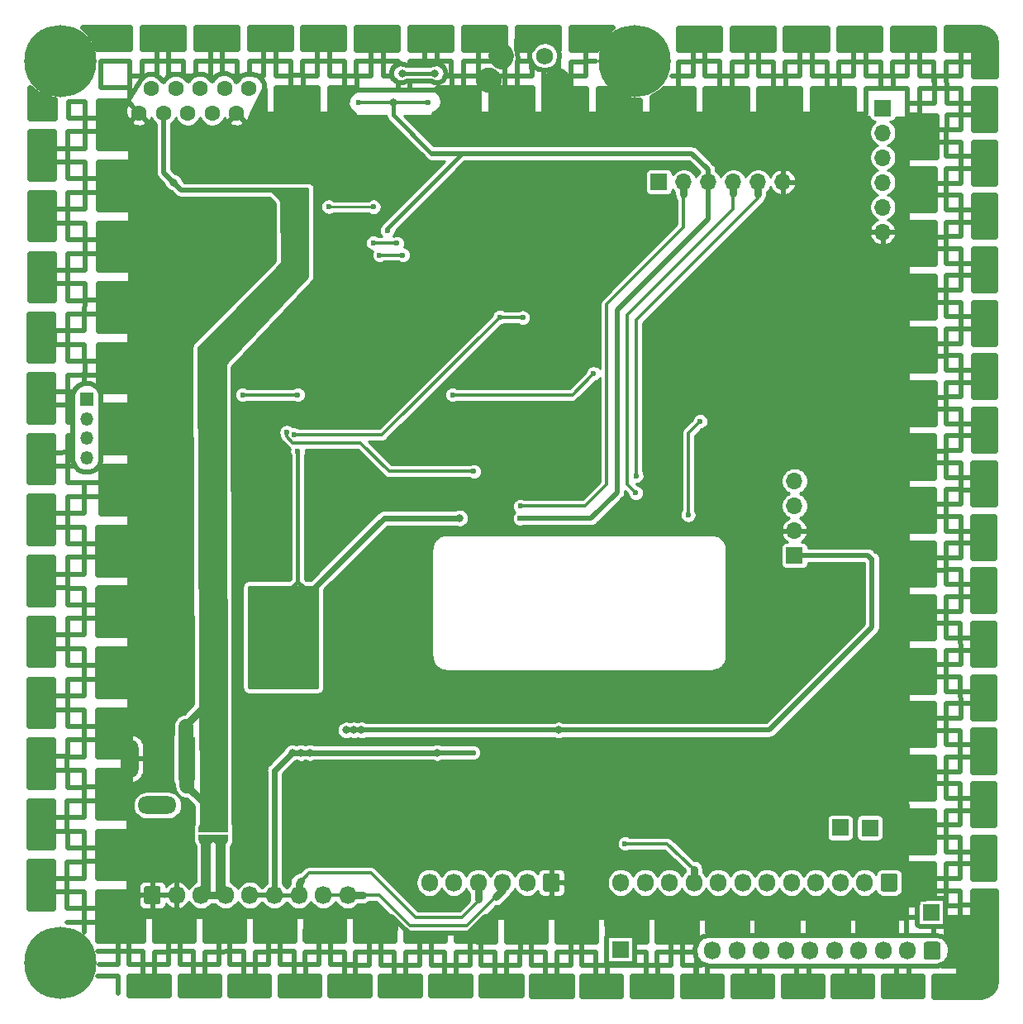
<source format=gbr>
%TF.GenerationSoftware,KiCad,Pcbnew,5.1.5+dfsg1-2build2*%
%TF.CreationDate,2021-12-02T15:53:16+01:00*%
%TF.ProjectId,plotter_board,706c6f74-7465-4725-9f62-6f6172642e6b,rev?*%
%TF.SameCoordinates,Original*%
%TF.FileFunction,Copper,L1,Top*%
%TF.FilePolarity,Positive*%
%FSLAX46Y46*%
G04 Gerber Fmt 4.6, Leading zero omitted, Abs format (unit mm)*
G04 Created by KiCad (PCBNEW 5.1.5+dfsg1-2build2) date 2021-12-02 15:53:16*
%MOMM*%
%LPD*%
G04 APERTURE LIST*
%TA.AperFunction,EtchedComponent*%
%ADD10C,0.499999*%
%TD*%
%TA.AperFunction,EtchedComponent*%
%ADD11C,0.543298*%
%TD*%
%TA.AperFunction,EtchedComponent*%
%ADD12C,0.600001*%
%TD*%
%TA.AperFunction,EtchedComponent*%
%ADD13C,0.578927*%
%TD*%
%TA.AperFunction,EtchedComponent*%
%ADD14C,0.582702*%
%TD*%
%TA.AperFunction,EtchedComponent*%
%ADD15C,0.585830*%
%TD*%
%TA.AperFunction,EtchedComponent*%
%ADD16C,0.588706*%
%TD*%
%TA.AperFunction,EtchedComponent*%
%ADD17C,0.596485*%
%TD*%
%TA.AperFunction,EtchedComponent*%
%ADD18C,0.593826*%
%TD*%
%TA.AperFunction,EtchedComponent*%
%ADD19C,0.593505*%
%TD*%
%TA.AperFunction,EtchedComponent*%
%ADD20C,0.592405*%
%TD*%
%TA.AperFunction,EtchedComponent*%
%ADD21C,0.252265*%
%TD*%
%TA.AperFunction,ComponentPad*%
%ADD22C,0.800000*%
%TD*%
%TA.AperFunction,ComponentPad*%
%ADD23C,7.400000*%
%TD*%
%TA.AperFunction,SMDPad,CuDef*%
%ADD24C,0.100000*%
%TD*%
%TA.AperFunction,ComponentPad*%
%ADD25O,1.700000X1.700000*%
%TD*%
%TA.AperFunction,ComponentPad*%
%ADD26R,1.700000X1.700000*%
%TD*%
%TA.AperFunction,ComponentPad*%
%ADD27C,2.100000*%
%TD*%
%TA.AperFunction,ComponentPad*%
%ADD28C,1.750000*%
%TD*%
%TA.AperFunction,ComponentPad*%
%ADD29C,1.600000*%
%TD*%
%TA.AperFunction,ComponentPad*%
%ADD30R,1.800000X4.400000*%
%TD*%
%TA.AperFunction,ComponentPad*%
%ADD31O,1.800000X4.000000*%
%TD*%
%TA.AperFunction,ComponentPad*%
%ADD32O,4.000000X1.800000*%
%TD*%
%TA.AperFunction,ComponentPad*%
%ADD33O,1.700000X1.850000*%
%TD*%
%TA.AperFunction,ComponentPad*%
%ADD34C,0.100000*%
%TD*%
%TA.AperFunction,ComponentPad*%
%ADD35O,1.350000X1.350000*%
%TD*%
%TA.AperFunction,ComponentPad*%
%ADD36R,1.350000X1.350000*%
%TD*%
%TA.AperFunction,ViaPad*%
%ADD37C,0.600000*%
%TD*%
%TA.AperFunction,ViaPad*%
%ADD38C,0.800000*%
%TD*%
%TA.AperFunction,Conductor*%
%ADD39C,0.500000*%
%TD*%
%TA.AperFunction,Conductor*%
%ADD40C,0.300000*%
%TD*%
%TA.AperFunction,Conductor*%
%ADD41C,0.400000*%
%TD*%
%TA.AperFunction,Conductor*%
%ADD42C,0.600000*%
%TD*%
%TA.AperFunction,Conductor*%
%ADD43C,1.000000*%
%TD*%
%TA.AperFunction,Conductor*%
%ADD44C,1.500000*%
%TD*%
%TA.AperFunction,Conductor*%
%ADD45C,0.800000*%
%TD*%
%TA.AperFunction,Conductor*%
%ADD46C,0.250000*%
%TD*%
%TA.AperFunction,Conductor*%
%ADD47C,0.254000*%
%TD*%
G04 APERTURE END LIST*
D10*
%TO.C,svg2mod*%
X188643430Y-143993800D02*
X188705435Y-61798089D01*
X145447885Y-143894147D02*
X188643430Y-143993800D01*
X143690258Y-145566578D02*
X145447885Y-143894147D01*
X137613573Y-145570282D02*
X143690258Y-145566578D01*
X135844569Y-143894941D02*
X137613573Y-145570282D01*
X108951340Y-143897322D02*
X135844569Y-143894941D01*
X109087177Y-62564746D02*
X108951340Y-143897322D01*
X108870007Y-62419966D02*
X109087177Y-62564746D01*
X108540574Y-62018302D02*
X108870007Y-62419966D01*
X108389682Y-61521176D02*
X108540574Y-62018302D01*
X108440747Y-61004207D02*
X108389682Y-61521176D01*
X110168211Y-58102548D02*
X108440747Y-61004207D01*
X110569875Y-57773115D02*
X110168211Y-58102548D01*
X110941955Y-57614419D02*
X110569875Y-57773115D01*
X111564535Y-57602777D02*
X110941955Y-57614419D01*
X112096553Y-57928641D02*
X111564535Y-57602777D01*
X112463101Y-58342464D02*
X112096553Y-57928641D01*
X112892409Y-57888003D02*
X112463101Y-58342464D01*
X113405472Y-57607487D02*
X112892409Y-57888003D01*
X114095924Y-57590067D02*
X113405472Y-57607487D01*
X114600585Y-57851643D02*
X114095924Y-57590067D01*
X114990454Y-58310502D02*
X114600585Y-57851643D01*
X115175589Y-58042838D02*
X114990454Y-58310502D01*
X115534973Y-57729812D02*
X115175589Y-58042838D01*
X116079691Y-57593488D02*
X115534973Y-57729812D01*
X116515781Y-57587429D02*
X116079691Y-57593488D01*
X116955560Y-57781189D02*
X116515781Y-57587429D01*
X117210244Y-58020764D02*
X116955560Y-57781189D01*
X117463515Y-58337092D02*
X117210244Y-58020764D01*
X117736172Y-57948168D02*
X117463515Y-58337092D01*
X117971508Y-57712968D02*
X117736172Y-57948168D01*
X118468634Y-57562103D02*
X117971508Y-57712968D01*
X118960343Y-57560092D02*
X118468634Y-57562103D01*
X119330855Y-57720293D02*
X118960343Y-57560092D01*
X119655975Y-57939790D02*
X119330855Y-57720293D01*
X119942131Y-58348505D02*
X119655975Y-57939790D01*
X120149591Y-58116286D02*
X119942131Y-58348505D01*
X120482384Y-57786854D02*
X120149591Y-58116286D01*
X120955764Y-57601221D02*
X120482384Y-57786854D01*
X121471249Y-57597634D02*
X120955764Y-57601221D01*
X122051754Y-57729933D02*
X121471249Y-57597634D01*
X122490637Y-58047840D02*
X122051754Y-57729933D01*
X122821507Y-58534253D02*
X122490637Y-58047840D01*
X122832212Y-59138828D02*
X122821507Y-58534253D01*
X121552566Y-61712583D02*
X122832212Y-59138828D01*
X131937678Y-61668080D02*
X121552566Y-61712583D01*
D11*
G36*
X98663378Y-138243332D02*
G01*
X98663378Y-143100159D01*
X101195755Y-143100159D01*
X101195755Y-138243332D01*
X98663378Y-138243332D01*
G37*
X98663378Y-138243332D02*
X98663378Y-143100159D01*
X101195755Y-143100159D01*
X101195755Y-138243332D01*
X98663378Y-138243332D01*
G36*
X98667479Y-132010992D02*
G01*
X98667479Y-136867819D01*
X101199855Y-136867819D01*
X101199855Y-132010992D01*
X98667479Y-132010992D01*
G37*
X98667479Y-132010992D02*
X98667479Y-136867819D01*
X101199855Y-136867819D01*
X101199855Y-132010992D01*
X98667479Y-132010992D01*
G36*
X98679806Y-125787939D02*
G01*
X98679806Y-130644767D01*
X101212182Y-130644767D01*
X101212182Y-125787939D01*
X98679806Y-125787939D01*
G37*
X98679806Y-125787939D02*
X98679806Y-130644767D01*
X101212182Y-130644767D01*
X101212182Y-125787939D01*
X98679806Y-125787939D01*
G36*
X98684016Y-119556314D02*
G01*
X98684016Y-124413141D01*
X101216392Y-124413141D01*
X101216392Y-119556314D01*
X98684016Y-119556314D01*
G37*
X98684016Y-119556314D02*
X98684016Y-124413141D01*
X101216392Y-124413141D01*
X101216392Y-119556314D01*
X98684016Y-119556314D01*
G36*
X98688088Y-113329821D02*
G01*
X98688088Y-118186649D01*
X101220464Y-118186649D01*
X101220464Y-113329821D01*
X98688088Y-113329821D01*
G37*
X98688088Y-113329821D02*
X98688088Y-118186649D01*
X101220464Y-118186649D01*
X101220464Y-113329821D01*
X98688088Y-113329821D01*
G36*
X98745134Y-63499839D02*
G01*
X98745134Y-68356666D01*
X101277511Y-68356666D01*
X101277511Y-63499839D01*
X98745134Y-63499839D01*
G37*
X98745134Y-63499839D02*
X98745134Y-68356666D01*
X101277511Y-68356666D01*
X101277511Y-63499839D01*
X98745134Y-63499839D01*
G36*
X98741031Y-69729611D02*
G01*
X98741031Y-74586438D01*
X101273407Y-74586438D01*
X101273407Y-69729611D01*
X98741031Y-69729611D01*
G37*
X98741031Y-69729611D02*
X98741031Y-74586438D01*
X101273407Y-74586438D01*
X101273407Y-69729611D01*
X98741031Y-69729611D01*
G36*
X98736827Y-75957189D02*
G01*
X98736827Y-80814016D01*
X101269203Y-80814016D01*
X101269203Y-75957189D01*
X98736827Y-75957189D01*
G37*
X98736827Y-75957189D02*
X98736827Y-80814016D01*
X101269203Y-80814016D01*
X101269203Y-75957189D01*
X98736827Y-75957189D01*
G36*
X98720131Y-82148652D02*
G01*
X98720131Y-87005479D01*
X101252508Y-87005479D01*
X101252508Y-82148652D01*
X98720131Y-82148652D01*
G37*
X98720131Y-82148652D02*
X98720131Y-87005479D01*
X101252508Y-87005479D01*
X101252508Y-82148652D01*
X98720131Y-82148652D01*
G36*
X98715842Y-88379507D02*
G01*
X98715842Y-93236334D01*
X101248219Y-93236334D01*
X101248219Y-88379507D01*
X98715842Y-88379507D01*
G37*
X98715842Y-88379507D02*
X98715842Y-93236334D01*
X101248219Y-93236334D01*
X101248219Y-88379507D01*
X98715842Y-88379507D01*
G36*
X98711583Y-94605418D02*
G01*
X98711583Y-99462245D01*
X101243959Y-99462245D01*
X101243959Y-94605418D01*
X98711583Y-94605418D01*
G37*
X98711583Y-94605418D02*
X98711583Y-99462245D01*
X101243959Y-99462245D01*
X101243959Y-94605418D01*
X98711583Y-94605418D01*
G36*
X98707508Y-100836382D02*
G01*
X98707508Y-105693209D01*
X101239884Y-105693209D01*
X101239884Y-100836382D01*
X98707508Y-100836382D01*
G37*
X98707508Y-100836382D02*
X98707508Y-105693209D01*
X101239884Y-105693209D01*
X101239884Y-100836382D01*
X98707508Y-100836382D01*
G36*
X98725196Y-107104062D02*
G01*
X98725196Y-111960889D01*
X101257573Y-111960889D01*
X101257573Y-107104062D01*
X98725196Y-107104062D01*
G37*
X98725196Y-107104062D02*
X98725196Y-111960889D01*
X101257573Y-111960889D01*
X101257573Y-107104062D01*
X98725196Y-107104062D01*
D10*
X148771867Y-56450515D02*
X148751362Y-55045758D01*
X132233655Y-56282535D02*
X132259769Y-59224950D01*
X134982940Y-56263590D02*
X132233655Y-56282535D01*
D12*
G36*
X186251218Y-150017039D02*
G01*
X186251218Y-152019421D01*
X190242274Y-152019421D01*
X190242274Y-150017039D01*
X186251218Y-150017039D01*
G37*
X186251218Y-150017039D02*
X186251218Y-152019421D01*
X190242274Y-152019421D01*
X190242274Y-150017039D01*
X186251218Y-150017039D01*
G36*
X181100596Y-150015102D02*
G01*
X181100596Y-152018339D01*
X185076407Y-152018339D01*
X185076407Y-150015102D01*
X181100596Y-150015102D01*
G37*
X181100596Y-150015102D02*
X181100596Y-152018339D01*
X185076407Y-152018339D01*
X185076407Y-150015102D01*
X181100596Y-150015102D01*
G36*
X175950312Y-150011872D02*
G01*
X175950312Y-152014383D01*
X179939055Y-152014383D01*
X179939055Y-150011872D01*
X175950312Y-150011872D01*
G37*
X175950312Y-150011872D02*
X175950312Y-152014383D01*
X179939055Y-152014383D01*
X179939055Y-150011872D01*
X175950312Y-150011872D01*
G36*
X170810712Y-149999574D02*
G01*
X170810712Y-152003011D01*
X174782944Y-152003011D01*
X174782944Y-149999574D01*
X170810712Y-149999574D01*
G37*
X170810712Y-149999574D02*
X170810712Y-152003011D01*
X174782944Y-152003011D01*
X174782944Y-149999574D01*
X170810712Y-149999574D01*
G36*
X165666992Y-150000738D02*
G01*
X165666992Y-152003769D01*
X169646459Y-152003769D01*
X169646459Y-150000738D01*
X165666992Y-150000738D01*
G37*
X165666992Y-150000738D02*
X165666992Y-152003769D01*
X169646459Y-152003769D01*
X169646459Y-150000738D01*
X165666992Y-150000738D01*
G36*
X160517264Y-149999550D02*
G01*
X160517264Y-151998003D01*
X164488735Y-151998003D01*
X164488735Y-149999550D01*
X160517264Y-149999550D01*
G37*
X160517264Y-149999550D02*
X160517264Y-151998003D01*
X164488735Y-151998003D01*
X164488735Y-149999550D01*
X160517264Y-149999550D01*
G36*
X155366199Y-149999688D02*
G01*
X155366199Y-151997864D01*
X159337545Y-151997864D01*
X159337545Y-149999688D01*
X155366199Y-149999688D01*
G37*
X155366199Y-149999688D02*
X155366199Y-151997864D01*
X159337545Y-151997864D01*
X159337545Y-149999688D01*
X155366199Y-149999688D01*
G36*
X150189632Y-149983159D02*
G01*
X150189632Y-151981336D01*
X154290443Y-151981336D01*
X154290443Y-149983159D01*
X150189632Y-149983159D01*
G37*
X150189632Y-149983159D02*
X150189632Y-151981336D01*
X154290443Y-151981336D01*
X154290443Y-149983159D01*
X150189632Y-149983159D01*
G36*
X145038985Y-149979688D02*
G01*
X145038985Y-151977864D01*
X149145591Y-151977864D01*
X149145591Y-149979688D01*
X145038985Y-149979688D01*
G37*
X145038985Y-149979688D02*
X145038985Y-151977864D01*
X149145591Y-151977864D01*
X149145591Y-149979688D01*
X145038985Y-149979688D01*
G36*
X139837071Y-149979688D02*
G01*
X139837071Y-151977864D01*
X143903640Y-151977864D01*
X143903640Y-149979688D01*
X139837071Y-149979688D01*
G37*
X139837071Y-149979688D02*
X139837071Y-151977864D01*
X143903640Y-151977864D01*
X143903640Y-149979688D01*
X139837071Y-149979688D01*
G36*
X134646409Y-149975142D02*
G01*
X134646409Y-151973319D01*
X138712978Y-151973319D01*
X138712978Y-149975142D01*
X134646409Y-149975142D01*
G37*
X134646409Y-149975142D02*
X134646409Y-151973319D01*
X138712978Y-151973319D01*
X138712978Y-149975142D01*
X134646409Y-149975142D01*
G36*
X129501562Y-149971668D02*
G01*
X129501562Y-151969845D01*
X133568131Y-151969845D01*
X133568131Y-149971668D01*
X129501562Y-149971668D01*
G37*
X129501562Y-149971668D02*
X129501562Y-151969845D01*
X133568131Y-151969845D01*
X133568131Y-149971668D01*
X129501562Y-149971668D01*
G36*
X124441778Y-149956561D02*
G01*
X124441778Y-151959297D01*
X128426505Y-151959297D01*
X128426505Y-149956561D01*
X124441778Y-149956561D01*
G37*
X124441778Y-149956561D02*
X124441778Y-151959297D01*
X128426505Y-151959297D01*
X128426505Y-149956561D01*
X124441778Y-149956561D01*
G36*
X119298203Y-149958394D02*
G01*
X119298203Y-151956571D01*
X123274466Y-151956571D01*
X123274466Y-149958394D01*
X119298203Y-149958394D01*
G37*
X119298203Y-149958394D02*
X119298203Y-151956571D01*
X123274466Y-151956571D01*
X123274466Y-149958394D01*
X119298203Y-149958394D01*
G36*
X114153353Y-149954687D02*
G01*
X114153353Y-151952864D01*
X118128586Y-151952864D01*
X118128586Y-149954687D01*
X114153353Y-149954687D01*
G37*
X114153353Y-149954687D02*
X114153353Y-151952864D01*
X118128586Y-151952864D01*
X118128586Y-149954687D01*
X114153353Y-149954687D01*
G36*
X108909837Y-149951669D02*
G01*
X108909837Y-151949845D01*
X112977968Y-151949845D01*
X112977968Y-149951669D01*
X108909837Y-149951669D01*
G37*
X108909837Y-149951669D02*
X108909837Y-151949845D01*
X112977968Y-151949845D01*
X112977968Y-149951669D01*
X108909837Y-149951669D01*
D10*
X191642011Y-145836824D02*
X168384027Y-145835794D01*
X191661643Y-145838940D02*
X191642011Y-145836824D01*
X192190810Y-145944361D02*
X191661643Y-145838940D01*
X192226468Y-145959336D02*
X192190810Y-145944361D01*
X192674502Y-146258543D02*
X192226468Y-145959336D01*
X192701889Y-146286446D02*
X192674502Y-146258543D01*
X193002131Y-146734481D02*
X192701889Y-146286446D01*
X193016603Y-146769104D02*
X193002131Y-146734481D01*
X193114788Y-147230574D02*
X193016603Y-146769104D01*
X193116375Y-147264166D02*
X193114788Y-147230574D01*
X193018191Y-148010889D02*
X193116375Y-147264166D01*
X193002157Y-148053265D02*
X193018191Y-148010889D01*
X192701916Y-148501299D02*
X193002157Y-148053265D01*
X192674529Y-148528686D02*
X192701916Y-148501299D01*
X192226494Y-148828412D02*
X192674529Y-148528686D01*
X192190836Y-148843387D02*
X192226494Y-148828412D01*
X191841099Y-148948805D02*
X192190836Y-148843387D01*
X191642037Y-148950393D02*
X191841099Y-148948805D01*
X168383509Y-148948805D02*
X191642037Y-148950393D01*
X168370068Y-148943117D02*
X168383509Y-148948805D01*
X168364379Y-148947244D02*
X168370068Y-148943117D01*
X167835213Y-148841826D02*
X168364379Y-148947244D01*
X167829021Y-148833042D02*
X167835213Y-148841826D01*
X167799049Y-148826851D02*
X167829021Y-148833042D01*
X167351531Y-148527125D02*
X167799049Y-148826851D01*
X167323625Y-148499738D02*
X167351531Y-148527125D01*
X167023902Y-148051704D02*
X167323625Y-148499738D01*
X167007895Y-148008812D02*
X167023902Y-148051704D01*
X166909708Y-147262605D02*
X167007895Y-148008812D01*
X166913836Y-147218679D02*
X166909708Y-147262605D01*
X167139660Y-146518980D02*
X166913836Y-147218679D01*
X167157758Y-146486423D02*
X167139660Y-146518980D01*
X167329840Y-146276617D02*
X167157758Y-146486423D01*
X167351536Y-146256985D02*
X167329840Y-146276617D01*
X167799055Y-145957778D02*
X167351536Y-146256985D01*
X167835229Y-145942802D02*
X167799055Y-145957778D01*
X168364395Y-145837382D02*
X167835229Y-145942802D01*
X168384027Y-145835794D02*
X168364395Y-145837382D01*
X144767324Y-58403968D02*
X144767324Y-58002225D01*
X144927133Y-58789810D02*
X144767324Y-58403968D01*
X145211031Y-59073893D02*
X144927133Y-58789810D01*
X145596793Y-59233702D02*
X145211031Y-59073893D01*
X145998695Y-59233702D02*
X145596793Y-59233702D01*
X146384458Y-59073893D02*
X145998695Y-59233702D01*
X146668620Y-58789810D02*
X146384458Y-59073893D01*
X146828428Y-58403968D02*
X146668620Y-58789810D01*
X146828428Y-58002225D02*
X146828428Y-58403968D01*
X146668620Y-57616383D02*
X146828428Y-58002225D01*
X146384458Y-57332300D02*
X146668620Y-57616383D01*
X145998695Y-57172492D02*
X146384458Y-57332300D01*
X145596793Y-57172492D02*
X145998695Y-57172492D01*
X145211031Y-57332300D02*
X145596793Y-57172492D01*
X144927133Y-57616383D02*
X145211031Y-57332300D01*
X144767324Y-58002225D02*
X144927133Y-57616383D01*
D12*
X146652536Y-54770552D02*
X147047861Y-54690970D01*
X146320775Y-54994311D02*
X146652536Y-54770552D01*
X146100115Y-55329691D02*
X146320775Y-54994311D01*
X146025701Y-55713130D02*
X146100115Y-55329691D01*
X146100115Y-56096569D02*
X146025701Y-55713130D01*
X146320775Y-56431949D02*
X146100115Y-56096569D01*
X146652536Y-56655708D02*
X146320775Y-56431949D01*
X147047861Y-56734773D02*
X146652536Y-56655708D01*
X147443185Y-56655708D02*
X147047861Y-56734773D01*
X147774433Y-56431949D02*
X147443185Y-56655708D01*
X147995090Y-56096569D02*
X147774433Y-56431949D01*
X148069504Y-55713130D02*
X147995090Y-56096569D01*
X147995090Y-55329691D02*
X148069504Y-55713130D01*
X147774433Y-54994311D02*
X147995090Y-55329691D01*
X147443185Y-54770552D02*
X147774433Y-54994311D01*
X147047861Y-54690970D02*
X147443185Y-54770552D01*
D10*
X151498248Y-54190768D02*
X151498234Y-54190742D01*
X151596434Y-54190768D02*
X151498248Y-54190768D01*
X152089943Y-54289986D02*
X151596434Y-54190768D01*
X152088356Y-54289986D02*
X152089943Y-54289986D01*
X152180341Y-54327193D02*
X152088356Y-54289986D01*
X152180341Y-54327193D02*
X152180341Y-54327193D01*
X152181399Y-54328228D02*
X152180341Y-54327193D01*
X152181399Y-54328228D02*
X152181399Y-54328228D01*
X152595842Y-54608314D02*
X152181399Y-54328228D01*
X152664055Y-54677561D02*
X152595842Y-54608314D01*
X152664584Y-54678077D02*
X152664055Y-54677561D01*
X152939502Y-55095105D02*
X152664584Y-54678077D01*
X152939502Y-55095635D02*
X152939502Y-55095105D01*
X152976192Y-55183485D02*
X152939502Y-55095635D01*
X152976192Y-55183485D02*
X152976192Y-55183485D01*
X152976721Y-55185548D02*
X152976192Y-55183485D01*
X152976721Y-55185548D02*
X152976721Y-55185548D01*
X153069738Y-55665622D02*
X152976721Y-55185548D01*
X153069738Y-55760707D02*
X153069738Y-55665622D01*
X152976721Y-56240781D02*
X153069738Y-55760707D01*
X152976721Y-56240781D02*
X152976721Y-56240781D01*
X152976192Y-56242845D02*
X152976721Y-56240781D01*
X152976192Y-56242845D02*
X152976192Y-56242845D01*
X152939502Y-56331212D02*
X152976192Y-56242845D01*
X152938973Y-56331741D02*
X152939502Y-56331212D01*
X152664571Y-56748253D02*
X152938973Y-56331741D01*
X152664041Y-56748782D02*
X152664571Y-56748253D01*
X152595829Y-56818028D02*
X152664041Y-56748782D01*
X152181386Y-57098115D02*
X152595829Y-56818028D01*
X152181386Y-57098115D02*
X152181386Y-57098115D01*
X152180328Y-57099146D02*
X152181386Y-57098115D01*
X152180328Y-57099146D02*
X152180328Y-57099146D01*
X152088343Y-57136353D02*
X152180328Y-57099146D01*
X152089930Y-57136353D02*
X152088343Y-57136353D01*
X151596421Y-57235572D02*
X152089930Y-57136353D01*
X151498234Y-57235572D02*
X151596421Y-57235572D01*
X151004726Y-57136353D02*
X151498234Y-57235572D01*
X150914810Y-57098630D02*
X151004726Y-57136353D01*
X150914810Y-57098630D02*
X150914810Y-57098630D01*
X150913751Y-57098101D02*
X150914810Y-57098630D01*
X150913751Y-57098101D02*
X150913751Y-57098101D01*
X150499305Y-56818014D02*
X150913751Y-57098101D01*
X150431093Y-56748768D02*
X150499305Y-56818014D01*
X150156175Y-56331739D02*
X150431093Y-56748768D01*
X150155646Y-56331210D02*
X150156175Y-56331739D01*
X150155646Y-56330681D02*
X150155646Y-56331210D01*
X150118954Y-56242831D02*
X150155646Y-56330681D01*
X150118954Y-56242831D02*
X150118954Y-56242831D01*
X150118424Y-56240767D02*
X150118954Y-56242831D01*
X150118424Y-56240767D02*
X150118424Y-56240767D01*
X150025407Y-55760693D02*
X150118424Y-56240767D01*
X150025407Y-55665608D02*
X150025407Y-55760693D01*
X150118424Y-55185534D02*
X150025407Y-55665608D01*
X150118424Y-55185534D02*
X150118424Y-55185534D01*
X150118954Y-55183470D02*
X150118424Y-55185534D01*
X150118954Y-55183470D02*
X150118954Y-55183470D01*
X150155646Y-55095621D02*
X150118954Y-55183470D01*
X150155646Y-55095091D02*
X150155646Y-55095621D01*
X150156175Y-55094562D02*
X150155646Y-55095091D01*
X150430577Y-54678050D02*
X150156175Y-55094562D01*
X150499305Y-54608287D02*
X150430577Y-54678050D01*
X150913751Y-54328201D02*
X150499305Y-54608287D01*
X150913751Y-54328201D02*
X150913751Y-54328201D01*
X150914810Y-54327685D02*
X150913751Y-54328201D01*
X150914810Y-54327685D02*
X150914810Y-54327685D01*
X151004726Y-54289961D02*
X150914810Y-54327685D01*
X151498234Y-54190742D02*
X151004726Y-54289961D01*
X151777195Y-58403968D02*
X151777195Y-58002225D01*
X151937003Y-58789810D02*
X151777195Y-58403968D01*
X152220901Y-59073893D02*
X151937003Y-58789810D01*
X152606928Y-59233702D02*
X152220901Y-59073893D01*
X153008566Y-59233702D02*
X152606928Y-59233702D01*
X153394328Y-59073893D02*
X153008566Y-59233702D01*
X153678491Y-58789810D02*
X153394328Y-59073893D01*
X153838299Y-58403968D02*
X153678491Y-58789810D01*
X153838299Y-58002225D02*
X153838299Y-58403968D01*
X153678491Y-57616383D02*
X153838299Y-58002225D01*
X153394328Y-57332300D02*
X153678491Y-57616383D01*
X153008566Y-57172492D02*
X153394328Y-57332300D01*
X152606928Y-57172492D02*
X153008566Y-57172492D01*
X152220901Y-57332300D02*
X152606928Y-57172492D01*
X151937003Y-57616383D02*
X152220901Y-57332300D01*
X151777195Y-58002225D02*
X151937003Y-57616383D01*
X192417701Y-142023625D02*
X189918113Y-142023625D01*
X192417701Y-142023625D02*
X192417701Y-142023625D01*
X192617688Y-142223613D02*
X192417701Y-142023625D01*
X192617688Y-142223613D02*
X192617688Y-142223613D01*
X192617688Y-144723200D02*
X192617688Y-142223613D01*
X192617688Y-144723200D02*
X192617688Y-144723200D01*
X192417701Y-144923188D02*
X192617688Y-144723200D01*
X192417701Y-144923188D02*
X192417701Y-144923188D01*
X189918113Y-144923188D02*
X192417701Y-144923188D01*
X189918113Y-144923188D02*
X189918113Y-144923188D01*
X189718125Y-144723200D02*
X189918113Y-144923188D01*
X189718125Y-144723200D02*
X189718125Y-144723200D01*
X189718125Y-142223613D02*
X189718125Y-144723200D01*
X189718125Y-142223613D02*
X189718125Y-142223613D01*
X189918113Y-142023625D02*
X189718125Y-142223613D01*
X160567966Y-145823391D02*
X158067860Y-145823391D01*
X160567966Y-145823391D02*
X160567966Y-145823391D01*
X160767954Y-146023379D02*
X160567966Y-145823391D01*
X160767954Y-146023379D02*
X160767954Y-146023379D01*
X160767954Y-148523485D02*
X160767954Y-146023379D01*
X160767954Y-148523485D02*
X160767954Y-148523485D01*
X160567966Y-148723473D02*
X160767954Y-148523485D01*
X160567966Y-148723473D02*
X160567966Y-148723473D01*
X158067860Y-148723473D02*
X160567966Y-148723473D01*
X158067860Y-148723473D02*
X158067860Y-148723473D01*
X157867872Y-148523485D02*
X158067860Y-148723473D01*
X157867872Y-148523485D02*
X157867872Y-148523485D01*
X157867872Y-146023379D02*
X157867872Y-148523485D01*
X157867872Y-146023379D02*
X157867872Y-146023379D01*
X158067860Y-145823391D02*
X157867872Y-146023379D01*
X108951446Y-142597432D02*
X108956579Y-140738205D01*
X137070156Y-56568371D02*
X136747714Y-56536335D01*
X137070156Y-56568371D02*
X137070156Y-56568371D01*
X137128034Y-56586457D02*
X137070156Y-56568371D01*
X137128034Y-56586457D02*
X137128034Y-56586457D01*
X137369881Y-56720816D02*
X137128034Y-56586457D01*
X139841563Y-56720816D02*
X137369881Y-56720816D01*
X140135603Y-56590592D02*
X139841563Y-56720816D01*
X140135603Y-56590592D02*
X140135603Y-56590592D01*
X140182111Y-56578191D02*
X140135603Y-56590592D01*
X140182111Y-56578191D02*
X140182111Y-56578191D01*
X140504056Y-56546668D02*
X140182111Y-56578191D01*
X140504056Y-56546668D02*
X140504056Y-56546668D01*
X140575885Y-56557521D02*
X140504056Y-56546668D01*
X140575885Y-56557521D02*
X140575885Y-56557521D01*
X141020822Y-56741489D02*
X140575885Y-56557521D01*
X141020822Y-56741489D02*
X141020822Y-56741489D01*
X141087999Y-56796783D02*
X141020822Y-56741489D01*
X141087999Y-56796783D02*
X141087999Y-56796783D01*
X141355168Y-57196758D02*
X141087999Y-56796783D01*
X141355168Y-57196758D02*
X141355168Y-57196758D01*
X141379456Y-57265488D02*
X141355168Y-57196758D01*
X141379456Y-57265488D02*
X141379456Y-57265488D01*
X141411497Y-57587432D02*
X141379456Y-57265488D01*
X141411497Y-57587432D02*
X141411497Y-57587432D01*
X141405809Y-57645827D02*
X141411497Y-57587432D01*
X141405809Y-57645827D02*
X141405809Y-57645827D01*
X141311758Y-57954852D02*
X141405809Y-57645827D01*
X141311758Y-57954852D02*
X141311758Y-57954852D01*
X141284370Y-58006528D02*
X141311758Y-57954852D01*
X141284370Y-58006528D02*
X141284370Y-58006528D01*
X141079215Y-58256642D02*
X141284370Y-58006528D01*
X141079215Y-58256642D02*
X141079215Y-58256642D01*
X141034257Y-58293849D02*
X141079215Y-58256642D01*
X141034257Y-58293849D02*
X141034257Y-58293849D01*
X140748486Y-58446294D02*
X141034257Y-58293849D01*
X140748486Y-58446294D02*
X140748486Y-58446294D01*
X140692675Y-58463347D02*
X140748486Y-58446294D01*
X140692675Y-58463347D02*
X140692675Y-58463347D01*
X140370730Y-58495386D02*
X140692675Y-58463347D01*
X140370730Y-58495386D02*
X140370730Y-58495386D01*
X140299417Y-58485052D02*
X140370730Y-58495386D01*
X140299417Y-58485052D02*
X140299417Y-58485052D01*
X139895824Y-58320721D02*
X140299417Y-58485052D01*
X137348693Y-58320721D02*
X139895824Y-58320721D01*
X137124417Y-58436992D02*
X137348693Y-58320721D01*
X137124417Y-58436992D02*
X137124417Y-58436992D01*
X137070156Y-58453013D02*
X137124417Y-58436992D01*
X137070156Y-58453013D02*
X137070156Y-58453013D01*
X136747695Y-58485052D02*
X137070156Y-58453013D01*
X136747695Y-58485052D02*
X136747695Y-58485052D01*
X136689817Y-58479369D02*
X136747695Y-58485052D01*
X136689817Y-58479369D02*
X136689817Y-58479369D01*
X136380276Y-58385318D02*
X136689817Y-58479369D01*
X136380276Y-58385318D02*
X136380276Y-58385318D01*
X136328600Y-58357413D02*
X136380276Y-58385318D01*
X136328600Y-58357413D02*
X136328600Y-58357413D01*
X136078487Y-58152257D02*
X136328600Y-58357413D01*
X136078487Y-58152257D02*
X136078487Y-58152257D01*
X136041279Y-58107299D02*
X136078487Y-58152257D01*
X136041279Y-58107299D02*
X136041279Y-58107299D01*
X135888834Y-57822045D02*
X136041279Y-58107299D01*
X135888834Y-57822045D02*
X135888834Y-57822045D01*
X135871795Y-57765718D02*
X135888834Y-57822045D01*
X135871795Y-57765718D02*
X135871795Y-57765718D01*
X135840272Y-57444290D02*
X135871795Y-57765718D01*
X135840272Y-57444290D02*
X135840272Y-57444290D01*
X135845961Y-57385896D02*
X135840272Y-57444290D01*
X135845961Y-57385896D02*
X135845961Y-57385896D01*
X135940012Y-57076354D02*
X135845961Y-57385896D01*
X135940012Y-57076354D02*
X135940012Y-57076354D01*
X135967402Y-57024678D02*
X135940012Y-57076354D01*
X135967402Y-57024678D02*
X135967402Y-57024678D01*
X136173073Y-56774564D02*
X135967402Y-57024678D01*
X136173073Y-56774564D02*
X136173073Y-56774564D01*
X136231466Y-56731155D02*
X136173073Y-56774564D01*
X136231466Y-56731155D02*
X136231466Y-56731155D01*
X136675884Y-56547188D02*
X136231466Y-56731155D01*
X136675884Y-56547188D02*
X136675884Y-56547188D01*
X136747714Y-56536335D02*
X136675884Y-56547188D01*
X131240237Y-60624510D02*
X131240237Y-60363525D01*
X131391049Y-61121636D02*
X131240237Y-60624510D01*
X131240237Y-60624510D02*
X131391049Y-61121636D01*
X131240237Y-60363525D02*
X131240237Y-60624510D01*
X131720456Y-59464815D02*
X132168131Y-59224706D01*
X131391049Y-59866400D02*
X131720456Y-59464815D01*
X131240237Y-60363525D02*
X131391049Y-59866400D01*
X131391049Y-59866400D02*
X131240237Y-60363525D01*
X131720456Y-59464815D02*
X131391049Y-59866400D01*
X132168131Y-59224706D02*
X131720456Y-59464815D01*
X140389793Y-59246666D02*
X132168131Y-59224706D01*
X140607016Y-59391446D02*
X140389793Y-59246666D01*
X140936422Y-59793110D02*
X140607016Y-59391446D01*
X141087499Y-60290236D02*
X140936422Y-59793110D01*
X141087499Y-60551221D02*
X141087499Y-60290236D01*
X140936422Y-61048346D02*
X141087499Y-60551221D01*
X140791431Y-61265384D02*
X140936422Y-61048346D01*
X131720456Y-61523300D02*
X131391049Y-61121636D01*
X131937678Y-61668080D02*
X131720456Y-61523300D01*
X131720456Y-61523300D02*
X131937678Y-61668080D01*
X131391049Y-61121636D02*
X131720456Y-61523300D01*
X140607016Y-61449931D02*
X140791431Y-61265384D01*
X140159606Y-61690040D02*
X140607016Y-61449931D01*
X184456253Y-61716049D02*
X140159606Y-61690040D01*
X103790033Y-98134518D02*
X103408769Y-97755899D01*
X104288191Y-98339040D02*
X103790033Y-98134518D01*
X104977087Y-98339040D02*
X104288191Y-98339040D01*
X105475191Y-98134518D02*
X104977087Y-98339040D01*
X105856482Y-97755899D02*
X105475191Y-98134518D01*
X106062751Y-97261393D02*
X105856482Y-97755899D01*
X106064445Y-90372489D02*
X106062751Y-97261393D01*
X105985943Y-90114785D02*
X106064445Y-90372489D01*
X105686487Y-89670020D02*
X105985943Y-90114785D01*
X105238125Y-89372364D02*
X105686487Y-89670020D01*
X104978780Y-89294577D02*
X105238125Y-89372364D01*
X104289884Y-89294577D02*
X104978780Y-89294577D01*
X103791727Y-89499364D02*
X104289884Y-89294577D01*
X103410462Y-89877718D02*
X103791727Y-89499364D01*
X103204220Y-90372489D02*
X103410462Y-89877718D01*
X103202500Y-97261393D02*
X103204220Y-90372489D01*
X103408769Y-97755899D02*
X103202500Y-97261393D01*
D12*
G36*
X137291297Y-145322648D02*
G01*
X137295875Y-146386315D01*
X141279177Y-146389490D01*
X141279970Y-145613507D01*
X137610115Y-145627610D01*
X137291319Y-145322026D01*
X137291297Y-145322648D01*
G37*
X137291297Y-145322648D02*
X137295875Y-146386315D01*
X141279177Y-146389490D01*
X141279970Y-145613507D01*
X137610115Y-145627610D01*
X137291319Y-145322026D01*
X137291297Y-145322648D01*
G36*
X197763842Y-141247049D02*
G01*
X197763842Y-150501909D01*
X197631021Y-151123415D01*
X197295794Y-151624272D01*
X196806844Y-151960557D01*
X196190365Y-152102109D01*
X191400613Y-152098670D01*
X191400613Y-150019045D01*
X193975803Y-150019045D01*
X193969717Y-148903826D01*
X192213768Y-148886866D01*
X192892503Y-148440660D01*
X193072229Y-147941227D01*
X193183124Y-147372555D01*
X193039074Y-146604224D01*
X192654905Y-146139380D01*
X192674431Y-143977022D01*
X195369104Y-143977022D01*
X195371220Y-141229854D01*
X197763842Y-141247049D01*
G37*
X197763842Y-141247049D02*
X197763842Y-150501909D01*
X197631021Y-151123415D01*
X197295794Y-151624272D01*
X196806844Y-151960557D01*
X196190365Y-152102109D01*
X191400613Y-152098670D01*
X191400613Y-150019045D01*
X193975803Y-150019045D01*
X193969717Y-148903826D01*
X192213768Y-148886866D01*
X192892503Y-148440660D01*
X193072229Y-147941227D01*
X193183124Y-147372555D01*
X193039074Y-146604224D01*
X192654905Y-146139380D01*
X192674431Y-143977022D01*
X195369104Y-143977022D01*
X195371220Y-141229854D01*
X197763842Y-141247049D01*
G36*
X98759101Y-58942524D02*
G01*
X99556754Y-59558294D01*
X100296238Y-59928790D01*
X101085861Y-60141700D01*
X101274376Y-60153527D01*
X101274376Y-62086387D01*
X98758810Y-62073285D01*
X98759101Y-58942524D01*
G37*
X98759101Y-58942524D02*
X99556754Y-59558294D01*
X100296238Y-59928790D01*
X101085861Y-60141700D01*
X101274376Y-60153527D01*
X101274376Y-62086387D01*
X98758810Y-62073285D01*
X98759101Y-58942524D01*
G36*
X154245070Y-52794353D02*
G01*
X154228666Y-55055562D01*
X156871324Y-55055879D01*
X157199407Y-54214425D01*
X157436323Y-53860197D01*
X157642849Y-53551405D01*
X158220172Y-53036796D01*
X158492161Y-52794353D01*
X154245070Y-52794353D01*
G37*
X154245070Y-52794353D02*
X154228666Y-55055562D01*
X156871324Y-55055879D01*
X157199407Y-54214425D01*
X157436323Y-53860197D01*
X157642849Y-53551405D01*
X158220172Y-53036796D01*
X158492161Y-52794353D01*
X154245070Y-52794353D01*
G36*
X148723216Y-52794353D02*
G01*
X148659197Y-55061560D01*
X150162803Y-55050220D01*
X150540797Y-54539889D01*
X151031144Y-54219983D01*
X151659019Y-54178692D01*
X152203397Y-54315213D01*
X152631498Y-54589299D01*
X152903344Y-54989509D01*
X152989093Y-55055747D01*
X152992003Y-52794353D01*
X148723216Y-52794353D01*
G37*
X148723216Y-52794353D02*
X148659197Y-55061560D01*
X150162803Y-55050220D01*
X150540797Y-54539889D01*
X151031144Y-54219983D01*
X151659019Y-54178692D01*
X152203397Y-54315213D01*
X152631498Y-54589299D01*
X152903344Y-54989509D01*
X152989093Y-55055747D01*
X152992003Y-52794353D01*
X148723216Y-52794353D01*
G36*
X143229143Y-52794353D02*
G01*
X143213003Y-55038734D01*
X145984513Y-55038655D01*
X146136226Y-54815161D01*
X146550828Y-54535126D01*
X147044276Y-54436119D01*
X147468035Y-54522612D01*
X147470152Y-52794353D01*
X143229143Y-52794353D01*
G37*
X143229143Y-52794353D02*
X143213003Y-55038734D01*
X145984513Y-55038655D01*
X146136226Y-54815161D01*
X146550828Y-54535126D01*
X147044276Y-54436119D01*
X147468035Y-54522612D01*
X147470152Y-52794353D01*
X143229143Y-52794353D01*
G36*
X192684107Y-52793427D02*
G01*
X196124749Y-52793321D01*
X196778005Y-52924052D01*
X197289974Y-53266687D01*
X197636842Y-53788102D01*
X197764371Y-54431463D01*
X197764371Y-57810985D01*
X195449796Y-57808075D01*
X195422015Y-55084772D01*
X192667438Y-55088132D01*
X192684107Y-52793427D01*
G37*
X192684107Y-52793427D02*
X196124749Y-52793321D01*
X196778005Y-52924052D01*
X197289974Y-53266687D01*
X197636842Y-53788102D01*
X197764371Y-54431463D01*
X197764371Y-57810985D01*
X195449796Y-57808075D01*
X195422015Y-55084772D01*
X192667438Y-55088132D01*
X192684107Y-52793427D01*
G36*
X190601138Y-138510731D02*
G01*
X191392525Y-138510728D01*
X191388741Y-141987178D01*
X189674773Y-141992047D01*
X189670698Y-142509011D01*
X188643713Y-142515361D01*
X188643787Y-138510757D01*
X190601138Y-138510731D01*
G37*
X190601138Y-138510731D02*
X191392525Y-138510728D01*
X191388741Y-141987178D01*
X189674773Y-141992047D01*
X189670698Y-142509011D01*
X188643713Y-142515361D01*
X188643787Y-138510757D01*
X190601138Y-138510731D01*
D13*
G36*
X183628695Y-144036469D02*
G01*
X183628695Y-145430242D01*
X187530180Y-145430242D01*
X187530180Y-144036469D01*
X183628695Y-144036469D01*
G37*
X183628695Y-144036469D02*
X183628695Y-145430242D01*
X187530180Y-145430242D01*
X187530180Y-144036469D01*
X183628695Y-144036469D01*
D14*
G36*
X178488941Y-144017220D02*
G01*
X178488941Y-145420695D01*
X182570092Y-145420695D01*
X182570092Y-144017220D01*
X178488941Y-144017220D01*
G37*
X178488941Y-144017220D02*
X178488941Y-145420695D01*
X182570092Y-145420695D01*
X182570092Y-144017220D01*
X178488941Y-144017220D01*
D15*
G36*
X173310429Y-144005505D02*
G01*
X173310429Y-145441497D01*
X177386057Y-145441497D01*
X177386057Y-144005505D01*
X173310429Y-144005505D01*
G37*
X173310429Y-144005505D02*
X173310429Y-145441497D01*
X177386057Y-145441497D01*
X177386057Y-144005505D01*
X173310429Y-144005505D01*
D16*
G36*
X168210183Y-143987571D02*
G01*
X168210183Y-145457293D01*
X172280260Y-145457293D01*
X172280260Y-143987571D01*
X168210183Y-143987571D01*
G37*
X168210183Y-143987571D02*
X168210183Y-145457293D01*
X172280260Y-145457293D01*
X172280260Y-143987571D01*
X168210183Y-143987571D01*
D17*
G36*
X157905062Y-143974030D02*
G01*
X161915647Y-143974030D01*
X161915647Y-146062455D01*
X161910276Y-146441576D01*
X160841831Y-146414552D01*
X160844662Y-145744108D01*
X157912859Y-145753871D01*
X157905062Y-143974030D01*
G37*
X157905062Y-143974030D02*
X161915647Y-143974030D01*
X161915647Y-146062455D01*
X161910276Y-146441576D01*
X160841831Y-146414552D01*
X160844662Y-145744108D01*
X157912859Y-145753871D01*
X157905062Y-143974030D01*
D12*
G36*
X146476652Y-143959549D02*
G01*
X146429540Y-146392927D01*
X142441475Y-146389488D01*
X142447032Y-145628959D01*
X143743575Y-145622979D01*
X145541442Y-143955401D01*
X146476652Y-143959549D01*
G37*
X146476652Y-143959549D02*
X146429540Y-146392927D01*
X142441475Y-146389488D01*
X142447032Y-145628959D01*
X143743575Y-145622979D01*
X145541442Y-143955401D01*
X146476652Y-143959549D01*
G36*
X108951319Y-141378875D02*
G01*
X105753322Y-141378811D01*
X105749036Y-146383405D01*
X110392579Y-146363561D01*
X110395754Y-143897200D01*
X108947848Y-143897327D01*
X108951316Y-141378875D01*
X108951319Y-141378875D01*
G37*
X108951319Y-141378875D02*
X105753322Y-141378811D01*
X105749036Y-146383405D01*
X110392579Y-146363561D01*
X110395754Y-143897200D01*
X108947848Y-143897327D01*
X108951316Y-141378875D01*
X108951319Y-141378875D01*
G36*
X106013379Y-97748864D02*
G01*
X106013379Y-102548987D01*
X108891307Y-102548987D01*
X108891307Y-97748864D01*
X106013379Y-97748864D01*
G37*
X106013379Y-97748864D02*
X106013379Y-102548987D01*
X108891307Y-102548987D01*
X108891307Y-97748864D01*
X106013379Y-97748864D01*
G36*
X105834999Y-60369083D02*
G01*
X108815912Y-60368183D01*
X108437256Y-61004220D01*
X108386191Y-61521190D01*
X108625215Y-62125771D01*
X109083686Y-62564759D01*
X109079320Y-65178748D01*
X105830898Y-65178816D01*
X105834999Y-60369083D01*
G37*
X105834999Y-60369083D02*
X108815912Y-60368183D01*
X108437256Y-61004220D01*
X108386191Y-61521190D01*
X108625215Y-62125771D01*
X109083686Y-62564759D01*
X109079320Y-65178748D01*
X105830898Y-65178816D01*
X105834999Y-60369083D01*
G36*
X105644674Y-54986045D02*
G01*
X109028626Y-55009921D01*
X109031404Y-52794353D01*
X104164737Y-52794353D01*
X104621567Y-53162283D01*
X105131604Y-53767941D01*
X105297286Y-54066863D01*
X105517129Y-54463504D01*
X105644674Y-54986045D01*
G37*
X105644674Y-54986045D02*
X109028626Y-55009921D01*
X109031404Y-52794353D01*
X104164737Y-52794353D01*
X104621567Y-53162283D01*
X105131604Y-53767941D01*
X105297286Y-54066863D01*
X105517129Y-54463504D01*
X105644674Y-54986045D01*
G36*
X122853908Y-59152925D02*
G01*
X122853193Y-59172192D01*
X121593876Y-61712585D01*
X122853913Y-61706394D01*
X122853908Y-59152925D01*
G37*
X122853908Y-59152925D02*
X122853193Y-59172192D01*
X121593876Y-61712585D01*
X122853913Y-61706394D01*
X122853908Y-59152925D01*
G36*
X129512878Y-61678215D02*
G01*
X129512878Y-58991530D01*
X132087544Y-58938885D01*
X132259891Y-59169282D01*
X131793928Y-59414533D01*
X131433883Y-59830723D01*
X131294328Y-60173708D01*
X131236744Y-60624512D01*
X131424175Y-61166289D01*
X131734251Y-61504763D01*
X131942944Y-61672718D01*
X131775748Y-61669834D01*
X129512878Y-61678215D01*
G37*
X129512878Y-61678215D02*
X129512878Y-58991530D01*
X132087544Y-58938885D01*
X132259891Y-59169282D01*
X131793928Y-59414533D01*
X131433883Y-59830723D01*
X131294328Y-60173708D01*
X131236744Y-60624512D01*
X131424175Y-61166289D01*
X131734251Y-61504763D01*
X131942944Y-61672718D01*
X131775748Y-61669834D01*
X129512878Y-61678215D01*
G36*
X144727478Y-61697873D02*
G01*
X144727478Y-59009548D01*
X140492293Y-59009548D01*
X140492293Y-59317312D01*
X140772632Y-59597650D01*
X141025357Y-59850375D01*
X141147578Y-60306512D01*
X141067108Y-60606827D01*
X140898269Y-61236942D01*
X140445001Y-61690211D01*
X144727478Y-61690211D01*
X144727478Y-61697873D01*
G37*
X144727478Y-61697873D02*
X144727478Y-59009548D01*
X140492293Y-59009548D01*
X140492293Y-59317312D01*
X140772632Y-59597650D01*
X141025357Y-59850375D01*
X141147578Y-60306512D01*
X141067108Y-60606827D01*
X140898269Y-61236942D01*
X140445001Y-61690211D01*
X144727478Y-61690211D01*
X144727478Y-61697873D01*
G36*
X150221024Y-61700387D02*
G01*
X150221024Y-59013146D01*
X146441732Y-59013146D01*
X145981074Y-59279106D01*
X145981074Y-61698455D01*
X150221024Y-61700387D01*
G37*
X150221024Y-61700387D02*
X150221024Y-59013146D01*
X146441732Y-59013146D01*
X145981074Y-59279106D01*
X145981074Y-61698455D01*
X150221024Y-61700387D01*
G36*
X155742876Y-61702927D02*
G01*
X155742876Y-59026402D01*
X153461109Y-59026402D01*
X153348402Y-59091474D01*
X153005073Y-59233703D01*
X152603436Y-59233703D01*
X152205653Y-59062131D01*
X152023136Y-59013226D01*
X151475147Y-59013226D01*
X151475147Y-61700969D01*
X155742876Y-61702927D01*
G37*
X155742876Y-61702927D02*
X155742876Y-59026402D01*
X153461109Y-59026402D01*
X153348402Y-59091474D01*
X153005073Y-59233703D01*
X152603436Y-59233703D01*
X152205653Y-59062131D01*
X152023136Y-59013226D01*
X151475147Y-59013226D01*
X151475147Y-61700969D01*
X155742876Y-61702927D01*
G36*
X157929128Y-59015686D02*
G01*
X157017580Y-59015686D01*
X157017580Y-61699942D01*
X161236949Y-61699942D01*
X161236949Y-60213297D01*
X160762231Y-60213297D01*
X160391359Y-60213297D01*
X159367379Y-59938922D01*
X158105647Y-59210461D01*
X157929128Y-59015686D01*
G37*
X157929128Y-59015686D02*
X157017580Y-59015686D01*
X157017580Y-61699942D01*
X161236949Y-61699942D01*
X161236949Y-60213297D01*
X160762231Y-60213297D01*
X160391359Y-60213297D01*
X159367379Y-59938922D01*
X158105647Y-59210461D01*
X157929128Y-59015686D01*
G36*
X178977809Y-59051477D02*
G01*
X178977809Y-61715468D01*
X183199066Y-61715468D01*
X183199066Y-59051477D01*
X178977809Y-59051477D01*
G37*
X178977809Y-59051477D02*
X178977809Y-61715468D01*
X183199066Y-61715468D01*
X183199066Y-59051477D01*
X178977809Y-59051477D01*
G36*
X166725463Y-61707954D02*
G01*
X166725463Y-59033652D01*
X163706451Y-59033652D01*
X163383106Y-59356997D01*
X162505391Y-59863747D01*
X162505391Y-61703164D01*
X166725463Y-61703164D01*
X166725463Y-61707954D01*
G37*
X166725463Y-61707954D02*
X166725463Y-59033652D01*
X163706451Y-59033652D01*
X163383106Y-59356997D01*
X162505391Y-59863747D01*
X162505391Y-61703164D01*
X166725463Y-61703164D01*
X166725463Y-61707954D01*
G36*
X167998392Y-59037250D02*
G01*
X167998392Y-61706389D01*
X172219649Y-61706389D01*
X172219649Y-59037250D01*
X167998392Y-59037250D01*
G37*
X167998392Y-59037250D02*
X167998392Y-61706389D01*
X172219649Y-61706389D01*
X172219649Y-59037250D01*
X167998392Y-59037250D01*
D18*
G36*
X147588770Y-143957687D02*
G01*
X147588770Y-146395751D01*
X151609485Y-146395751D01*
X151609485Y-143957687D01*
X147588770Y-143957687D01*
G37*
X147588770Y-143957687D02*
X147588770Y-146395751D01*
X151609485Y-146395751D01*
X151609485Y-143957687D01*
X147588770Y-143957687D01*
D19*
G36*
X152765451Y-143965722D02*
G01*
X152765451Y-146408101D01*
X156762869Y-146408101D01*
X156762869Y-143965722D01*
X152765451Y-143965722D01*
G37*
X152765451Y-143965722D02*
X152765451Y-146408101D01*
X156762869Y-146408101D01*
X156762869Y-143965722D01*
X152765451Y-143965722D01*
D12*
G36*
X173484265Y-59048098D02*
G01*
X173484265Y-61712089D01*
X177705522Y-61712089D01*
X177705522Y-59048098D01*
X173484265Y-59048098D01*
G37*
X173484265Y-59048098D02*
X173484265Y-61712089D01*
X177705522Y-61712089D01*
X177705522Y-59048098D01*
X173484265Y-59048098D01*
D20*
G36*
X163062037Y-143986222D02*
G01*
X163062037Y-146414104D01*
X167073515Y-146414104D01*
X167073515Y-143986222D01*
X163062037Y-143986222D01*
G37*
X163062037Y-143986222D02*
X163062037Y-146414104D01*
X167073515Y-146414104D01*
X167073515Y-143986222D01*
X163062037Y-143986222D01*
D12*
G36*
X111576258Y-143956742D02*
G01*
X111576258Y-146369741D01*
X115541013Y-146369741D01*
X115541013Y-143956742D01*
X111576258Y-143956742D01*
G37*
X111576258Y-143956742D02*
X111576258Y-146369741D01*
X115541013Y-146369741D01*
X115541013Y-143956742D01*
X111576258Y-143956742D01*
G36*
X116726291Y-143955927D02*
G01*
X116726291Y-146372946D01*
X120686788Y-146372946D01*
X120686788Y-143955927D01*
X116726291Y-143955927D01*
G37*
X116726291Y-143955927D02*
X116726291Y-146372946D01*
X120686788Y-146372946D01*
X120686788Y-143955927D01*
X116726291Y-143955927D01*
G36*
X121872228Y-143955451D02*
G01*
X121872228Y-146353756D01*
X125840724Y-146353756D01*
X125840724Y-143955451D01*
X121872228Y-143955451D01*
G37*
X121872228Y-143955451D02*
X121872228Y-146353756D01*
X125840724Y-146353756D01*
X125840724Y-143955451D01*
X121872228Y-143955451D01*
G36*
X127018320Y-143955604D02*
G01*
X127018320Y-146387042D01*
X130985062Y-146387042D01*
X130985062Y-143955604D01*
X127018320Y-143955604D01*
G37*
X127018320Y-143955604D02*
X127018320Y-146387042D01*
X130985062Y-146387042D01*
X130985062Y-143955604D01*
X127018320Y-143955604D01*
G36*
X132166234Y-143895271D02*
G01*
X135698612Y-143895007D01*
X136170200Y-144311146D01*
X136133547Y-146386376D01*
X132145218Y-146382937D01*
X132166234Y-143895271D01*
G37*
X132166234Y-143895271D02*
X135698612Y-143895007D01*
X136170200Y-144311146D01*
X136133547Y-146386376D01*
X132145218Y-146382937D01*
X132166234Y-143895271D01*
G36*
X188693341Y-93413983D02*
G01*
X188693341Y-89175729D01*
X191439512Y-89175729D01*
X191439512Y-93413983D01*
X188693341Y-93413983D01*
G37*
X188693341Y-93413983D02*
X188693341Y-89175729D01*
X191439512Y-89175729D01*
X191439512Y-93413983D01*
X188693341Y-93413983D01*
G36*
X188688414Y-87951665D02*
G01*
X188688414Y-83713411D01*
X191461473Y-83713411D01*
X191461473Y-87951665D01*
X188688414Y-87951665D01*
G37*
X188688414Y-87951665D02*
X188688414Y-83713411D01*
X191461473Y-83713411D01*
X191461473Y-87951665D01*
X188688414Y-87951665D01*
G36*
X188692179Y-82485895D02*
G01*
X188692179Y-78247640D01*
X191461477Y-78247640D01*
X191461477Y-82485895D01*
X188692179Y-82485895D01*
G37*
X188692179Y-82485895D02*
X188692179Y-78247640D01*
X191461477Y-78247640D01*
X191461477Y-82485895D01*
X188692179Y-82485895D01*
G36*
X188711388Y-76997510D02*
G01*
X188711388Y-72759255D01*
X191461471Y-72759255D01*
X191461471Y-76997510D01*
X188711388Y-76997510D01*
G37*
X188711388Y-76997510D02*
X188711388Y-72759255D01*
X191461471Y-72759255D01*
X191461471Y-76997510D01*
X188711388Y-76997510D01*
G36*
X188706446Y-71531750D02*
G01*
X188706446Y-67293495D01*
X191461468Y-67293495D01*
X191461468Y-71531750D01*
X188706446Y-71531750D01*
G37*
X188706446Y-71531750D02*
X188706446Y-67293495D01*
X191461468Y-67293495D01*
X191461468Y-71531750D01*
X188706446Y-71531750D01*
G36*
X188710121Y-66049722D02*
G01*
X188710121Y-61811468D01*
X191624614Y-61811468D01*
X191624614Y-66049722D01*
X188710121Y-66049722D01*
G37*
X188710121Y-66049722D02*
X188710121Y-61811468D01*
X191624614Y-61811468D01*
X191624614Y-66049722D01*
X188710121Y-66049722D01*
G36*
X188647568Y-137260307D02*
G01*
X188647568Y-133022053D01*
X191393738Y-133022053D01*
X191393738Y-137260307D01*
X188647568Y-137260307D01*
G37*
X188647568Y-137260307D02*
X188647568Y-133022053D01*
X191393738Y-133022053D01*
X191393738Y-137260307D01*
X188647568Y-137260307D01*
G36*
X188650973Y-131771923D02*
G01*
X188650973Y-127533668D01*
X191393738Y-127533668D01*
X191393738Y-131771923D01*
X188650973Y-131771923D01*
G37*
X188650973Y-131771923D02*
X188650973Y-127533668D01*
X191393738Y-127533668D01*
X191393738Y-131771923D01*
X188650973Y-131771923D01*
G36*
X188560121Y-126306166D02*
G01*
X188560121Y-122067911D01*
X191393737Y-122067911D01*
X191393737Y-126306166D01*
X188560121Y-126306166D01*
G37*
X188560121Y-126306166D02*
X188560121Y-122067911D01*
X191393737Y-122067911D01*
X191393737Y-126306166D01*
X188560121Y-126306166D01*
G36*
X188665356Y-120843755D02*
G01*
X188665356Y-116605501D01*
X191415436Y-116605501D01*
X191415436Y-120843755D01*
X188665356Y-120843755D01*
G37*
X188665356Y-120843755D02*
X188665356Y-116605501D01*
X191415436Y-116605501D01*
X191415436Y-120843755D01*
X188665356Y-120843755D01*
G36*
X188668997Y-115355085D02*
G01*
X188668997Y-111116831D01*
X191415430Y-111116831D01*
X191415430Y-115355085D01*
X188668997Y-115355085D01*
G37*
X188668997Y-115355085D02*
X188668997Y-111116831D01*
X191415430Y-111116831D01*
X191415430Y-115355085D01*
X188668997Y-115355085D01*
G36*
X188672727Y-109880589D02*
G01*
X188672727Y-105642334D01*
X191419142Y-105642334D01*
X191419142Y-109880589D01*
X188672727Y-109880589D01*
G37*
X188672727Y-109880589D02*
X188672727Y-105642334D01*
X191419142Y-105642334D01*
X191419142Y-109880589D01*
X188672727Y-109880589D01*
G36*
X188611709Y-104382179D02*
G01*
X188611709Y-100143925D01*
X191435802Y-100143925D01*
X191435802Y-104382179D01*
X188611709Y-104382179D01*
G37*
X188611709Y-104382179D02*
X188611709Y-100143925D01*
X191435802Y-100143925D01*
X191435802Y-104382179D01*
X188611709Y-104382179D01*
G36*
X188614641Y-98898118D02*
G01*
X188614641Y-94659864D01*
X191393993Y-94659864D01*
X191393993Y-98898118D01*
X188614641Y-98898118D01*
G37*
X188614641Y-98898118D02*
X188614641Y-94659864D01*
X191393993Y-94659864D01*
X191393993Y-98898118D01*
X188614641Y-98898118D01*
G36*
X195375782Y-139992837D02*
G01*
X195375782Y-135754582D01*
X197594948Y-135754582D01*
X197594948Y-139992837D01*
X195375782Y-139992837D01*
G37*
X195375782Y-139992837D02*
X195375782Y-135754582D01*
X197594948Y-135754582D01*
X197594948Y-139992837D01*
X195375782Y-139992837D01*
G36*
X195377737Y-134519002D02*
G01*
X195377737Y-130280747D01*
X197596903Y-130280747D01*
X197596903Y-134519002D01*
X195377737Y-134519002D01*
G37*
X195377737Y-134519002D02*
X195377737Y-130280747D01*
X197596903Y-130280747D01*
X197596903Y-134519002D01*
X195377737Y-134519002D01*
G36*
X195382023Y-129039671D02*
G01*
X195382023Y-124801417D01*
X197601190Y-124801417D01*
X197601190Y-129039671D01*
X195382023Y-129039671D01*
G37*
X195382023Y-129039671D02*
X195382023Y-124801417D01*
X197601190Y-124801417D01*
X197601190Y-129039671D01*
X195382023Y-129039671D01*
G36*
X195381799Y-123559288D02*
G01*
X195381799Y-119321033D01*
X197600965Y-119321033D01*
X197600965Y-123559288D01*
X195381799Y-123559288D01*
G37*
X195381799Y-123559288D02*
X195381799Y-119321033D01*
X197600965Y-119321033D01*
X197600965Y-123559288D01*
X195381799Y-123559288D01*
G36*
X195381799Y-118093515D02*
G01*
X195381799Y-113855260D01*
X197600965Y-113855260D01*
X197600965Y-118093515D01*
X195381799Y-118093515D01*
G37*
X195381799Y-118093515D02*
X195381799Y-113855260D01*
X197600965Y-113855260D01*
X197600965Y-118093515D01*
X195381799Y-118093515D01*
G36*
X195381799Y-112605130D02*
G01*
X195381799Y-108366876D01*
X197600965Y-108366876D01*
X197600965Y-112605130D01*
X195381799Y-112605130D01*
G37*
X195381799Y-112605130D02*
X195381799Y-108366876D01*
X197600965Y-108366876D01*
X197600965Y-112605130D01*
X195381799Y-112605130D01*
G36*
X195381799Y-107139371D02*
G01*
X195381799Y-102901116D01*
X197600965Y-102901116D01*
X197600965Y-107139371D01*
X195381799Y-107139371D01*
G37*
X195381799Y-107139371D02*
X195381799Y-102901116D01*
X197600965Y-102901116D01*
X197600965Y-107139371D01*
X195381799Y-107139371D01*
G36*
X195418115Y-101659567D02*
G01*
X195418115Y-97388803D01*
X197637281Y-97388803D01*
X197637281Y-101659567D01*
X195418115Y-101659567D01*
G37*
X195418115Y-101659567D02*
X195418115Y-97388803D01*
X197637281Y-97388803D01*
X197637281Y-101659567D01*
X195418115Y-101659567D01*
G36*
X195422904Y-96145954D02*
G01*
X195422904Y-91907700D01*
X197642070Y-91907700D01*
X197642070Y-96145954D01*
X195422904Y-96145954D01*
G37*
X195422904Y-96145954D02*
X195422904Y-91907700D01*
X197642070Y-91907700D01*
X197642070Y-96145954D01*
X195422904Y-96145954D01*
G36*
X195426264Y-90671828D02*
G01*
X195426264Y-86433574D01*
X197645431Y-86433574D01*
X197645431Y-90671828D01*
X195426264Y-90671828D01*
G37*
X195426264Y-90671828D02*
X195426264Y-86433574D01*
X197645431Y-86433574D01*
X197645431Y-90671828D01*
X195426264Y-90671828D01*
G36*
X195429381Y-85193313D02*
G01*
X195429381Y-80955058D01*
X197648547Y-80955058D01*
X197648547Y-85193313D01*
X195429381Y-85193313D01*
G37*
X195429381Y-85193313D02*
X195429381Y-80955058D01*
X197648547Y-80955058D01*
X197648547Y-85193313D01*
X195429381Y-85193313D01*
G36*
X195441023Y-79720433D02*
G01*
X195441023Y-75482178D01*
X197660189Y-75482178D01*
X197660189Y-79720433D01*
X195441023Y-79720433D01*
G37*
X195441023Y-79720433D02*
X195441023Y-75482178D01*
X197660189Y-75482178D01*
X197660189Y-79720433D01*
X195441023Y-79720433D01*
G36*
X195443592Y-74241309D02*
G01*
X195443592Y-70003054D01*
X197662758Y-70003054D01*
X197662758Y-74241309D01*
X195443592Y-74241309D01*
G37*
X195443592Y-74241309D02*
X195443592Y-70003054D01*
X197662758Y-70003054D01*
X197662758Y-74241309D01*
X195443592Y-74241309D01*
G36*
X195449680Y-68766603D02*
G01*
X195449680Y-64528348D01*
X197668846Y-64528348D01*
X197668846Y-68766603D01*
X195449680Y-68766603D01*
G37*
X195449680Y-68766603D02*
X195449680Y-64528348D01*
X197668846Y-64528348D01*
X197668846Y-68766603D01*
X195449680Y-68766603D01*
G36*
X195448540Y-63291659D02*
G01*
X195448540Y-59053405D01*
X197667706Y-59053405D01*
X197667706Y-63291659D01*
X195448540Y-63291659D01*
G37*
X195448540Y-63291659D02*
X195448540Y-59053405D01*
X197667706Y-59053405D01*
X197667706Y-63291659D01*
X195448540Y-63291659D01*
G36*
X187189613Y-52869151D02*
G01*
X187189613Y-55088317D01*
X191427868Y-55088317D01*
X191427868Y-52869151D01*
X187189613Y-52869151D01*
G37*
X187189613Y-52869151D02*
X187189613Y-55088317D01*
X191427868Y-55088317D01*
X191427868Y-52869151D01*
X187189613Y-52869151D01*
G36*
X181688569Y-52865573D02*
G01*
X181688569Y-55084740D01*
X185926823Y-55084740D01*
X185926823Y-52865573D01*
X181688569Y-52865573D01*
G37*
X181688569Y-52865573D02*
X181688569Y-55084740D01*
X185926823Y-55084740D01*
X185926823Y-52865573D01*
X181688569Y-52865573D01*
G36*
X176194702Y-52861948D02*
G01*
X176194702Y-55081115D01*
X180432957Y-55081115D01*
X180432957Y-52861948D01*
X176194702Y-52861948D01*
G37*
X176194702Y-52861948D02*
X176194702Y-55081115D01*
X180432957Y-55081115D01*
X180432957Y-52861948D01*
X176194702Y-52861948D01*
G36*
X170708699Y-52851127D02*
G01*
X170708699Y-55070293D01*
X174946953Y-55070293D01*
X174946953Y-52851127D01*
X170708699Y-52851127D01*
G37*
X170708699Y-52851127D02*
X170708699Y-55070293D01*
X174946953Y-55070293D01*
X174946953Y-52851127D01*
X170708699Y-52851127D01*
G36*
X165213120Y-52847767D02*
G01*
X165213120Y-55066933D01*
X169451375Y-55066933D01*
X169451375Y-52847767D01*
X165213120Y-52847767D01*
G37*
X165213120Y-52847767D02*
X165213120Y-55066933D01*
X169451375Y-55066933D01*
X169451375Y-52847767D01*
X165213120Y-52847767D01*
G36*
X137705204Y-52819383D02*
G01*
X137705204Y-55038549D01*
X141943458Y-55038549D01*
X141943458Y-52819383D01*
X137705204Y-52819383D01*
G37*
X137705204Y-52819383D02*
X137705204Y-55038549D01*
X141943458Y-55038549D01*
X141943458Y-52819383D01*
X137705204Y-52819383D01*
G36*
X137705204Y-52819383D02*
G01*
X137705204Y-55038549D01*
X141943458Y-55038549D01*
X141943458Y-52819383D01*
X137705204Y-52819383D01*
G37*
X137705204Y-52819383D02*
X137705204Y-55038549D01*
X141943458Y-55038549D01*
X141943458Y-52819383D01*
X137705204Y-52819383D01*
G36*
X132227376Y-52819568D02*
G01*
X132227376Y-55038734D01*
X136465631Y-55038734D01*
X136465631Y-52819568D01*
X132227376Y-52819568D01*
G37*
X132227376Y-52819568D02*
X132227376Y-55038734D01*
X136465631Y-55038734D01*
X136465631Y-52819568D01*
X132227376Y-52819568D01*
G36*
X126747720Y-52794168D02*
G01*
X126747720Y-55013334D01*
X130985975Y-55013334D01*
X130985975Y-52794168D01*
X126747720Y-52794168D01*
G37*
X126747720Y-52794168D02*
X126747720Y-55013334D01*
X130985975Y-55013334D01*
X130985975Y-52794168D01*
X126747720Y-52794168D01*
G36*
X121269891Y-52794353D02*
G01*
X121269891Y-55013519D01*
X125508145Y-55013519D01*
X125508145Y-52794353D01*
X121269891Y-52794353D01*
G37*
X121269891Y-52794353D02*
X121269891Y-55013519D01*
X125508145Y-55013519D01*
X125508145Y-52794353D01*
X121269891Y-52794353D01*
G36*
X115762087Y-52794168D02*
G01*
X115762087Y-55013334D01*
X120000342Y-55013334D01*
X120000342Y-52794168D01*
X115762087Y-52794168D01*
G37*
X115762087Y-52794168D02*
X115762087Y-55013334D01*
X120000342Y-55013334D01*
X120000342Y-52794168D01*
X115762087Y-52794168D01*
G36*
X124020764Y-58991424D02*
G01*
X124020764Y-61701147D01*
X128259019Y-61701147D01*
X128259019Y-58991424D01*
X124020764Y-58991424D01*
G37*
X124020764Y-58991424D02*
X124020764Y-61701147D01*
X128259019Y-61701147D01*
X128259019Y-58991424D01*
X124020764Y-58991424D01*
G36*
X110284259Y-52794353D02*
G01*
X110284259Y-55013519D01*
X114522514Y-55013519D01*
X114522514Y-52794353D01*
X110284259Y-52794353D01*
G37*
X110284259Y-52794353D02*
X110284259Y-55013519D01*
X114522514Y-55013519D01*
X114522514Y-52794353D01*
X110284259Y-52794353D01*
G36*
X105830898Y-66600946D02*
G01*
X105830898Y-71401070D01*
X108955944Y-71401070D01*
X108955944Y-66600946D01*
X105830898Y-66600946D01*
G37*
X105830898Y-66600946D02*
X105830898Y-71401070D01*
X108955944Y-71401070D01*
X108955944Y-66600946D01*
X105830898Y-66600946D01*
G36*
X106312747Y-91505374D02*
G01*
X106312747Y-96329007D01*
X108913671Y-96329007D01*
X108913671Y-91505374D01*
X106312747Y-91505374D01*
G37*
X106312747Y-91505374D02*
X106312747Y-96329007D01*
X108913671Y-96329007D01*
X108913671Y-91505374D01*
X106312747Y-91505374D01*
G36*
X105741072Y-135152904D02*
G01*
X105741072Y-139953027D01*
X108866118Y-139953027D01*
X108866118Y-135152904D01*
X105741072Y-135152904D01*
G37*
X105741072Y-135152904D02*
X105741072Y-139953027D01*
X108866118Y-139953027D01*
X108866118Y-135152904D01*
X105741072Y-135152904D01*
G36*
X105741178Y-128929851D02*
G01*
X105741178Y-133729974D01*
X108866224Y-133729974D01*
X108866224Y-128929851D01*
X105741178Y-128929851D01*
G37*
X105741178Y-128929851D02*
X105741178Y-133729974D01*
X108866224Y-133729974D01*
X108866224Y-128929851D01*
X105741178Y-128929851D01*
G36*
X105742104Y-122694839D02*
G01*
X105742104Y-127494962D01*
X108867150Y-127494962D01*
X108867150Y-122694839D01*
X105742104Y-122694839D01*
G37*
X105742104Y-122694839D02*
X105742104Y-127494962D01*
X108867150Y-127494962D01*
X108867150Y-122694839D01*
X105742104Y-122694839D01*
G36*
X105742606Y-116466600D02*
G01*
X105742606Y-121266724D01*
X108867653Y-121266724D01*
X108867653Y-116466600D01*
X105742606Y-116466600D01*
G37*
X105742606Y-116466600D02*
X105742606Y-121266724D01*
X108867653Y-121266724D01*
X108867653Y-116466600D01*
X105742606Y-116466600D01*
G36*
X105742712Y-110243547D02*
G01*
X105742712Y-115043671D01*
X108867759Y-115043671D01*
X108867759Y-110243547D01*
X105742712Y-110243547D01*
G37*
X105742712Y-110243547D02*
X105742712Y-115043671D01*
X108867759Y-115043671D01*
X108867759Y-110243547D01*
X105742712Y-110243547D01*
G36*
X105743638Y-104008535D02*
G01*
X105743638Y-108808659D01*
X108868685Y-108808659D01*
X108868685Y-104008535D01*
X105743638Y-104008535D01*
G37*
X105743638Y-104008535D02*
X105743638Y-108808659D01*
X108868685Y-108808659D01*
X108868685Y-104008535D01*
X105743638Y-104008535D01*
G36*
X105817261Y-85280953D02*
G01*
X105817261Y-89690000D01*
X106090000Y-90082665D01*
X108921470Y-90082665D01*
X108921470Y-85280953D01*
X105817261Y-85280953D01*
G37*
X105817261Y-85280953D02*
X105817261Y-89690000D01*
X106090000Y-90082665D01*
X108921470Y-90082665D01*
X108921470Y-85280953D01*
X105817261Y-85280953D01*
G36*
X105822537Y-79058744D02*
G01*
X105822537Y-83858868D01*
X108947584Y-83858868D01*
X108947584Y-79058744D01*
X105822537Y-79058744D01*
G37*
X105822537Y-79058744D02*
X105822537Y-83858868D01*
X108947584Y-83858868D01*
X108947584Y-79058744D01*
X105822537Y-79058744D01*
G36*
X105822537Y-72836725D02*
G01*
X105822537Y-77636849D01*
X108947584Y-77636849D01*
X108947584Y-72836725D01*
X105822537Y-72836725D01*
G37*
X105822537Y-72836725D02*
X105822537Y-77636849D01*
X108947584Y-77636849D01*
X108947584Y-72836725D01*
X105822537Y-72836725D01*
D10*
X172221560Y-61714616D02*
X172221560Y-59041424D01*
X173476296Y-59041583D02*
X173476296Y-61715277D01*
X176213675Y-59052378D02*
X173476296Y-59041583D01*
X177708307Y-61717129D02*
X177708307Y-59052272D01*
X178962670Y-59052378D02*
X178962670Y-61717711D01*
X183202618Y-59055871D02*
X178962670Y-59052378D01*
X180468413Y-59055871D02*
X183202618Y-59055871D01*
X180456004Y-56313332D02*
X180468413Y-59055871D01*
X177709365Y-56320529D02*
X180456004Y-56313332D01*
X176194572Y-56328572D02*
X178949149Y-56320449D01*
X176214363Y-59052166D02*
X176194572Y-56328572D01*
X177708994Y-59052140D02*
X176214363Y-59052166D01*
X174974526Y-59052166D02*
X177708994Y-59052140D01*
X174962117Y-56309601D02*
X174974526Y-59052166D01*
X172223679Y-56313279D02*
X174962117Y-56309601D01*
X170708622Y-56317751D02*
X173463570Y-56313332D01*
X170728413Y-59041345D02*
X170708622Y-56317751D01*
X165214920Y-56314020D02*
X167969497Y-56305924D01*
X165234710Y-59037641D02*
X165214920Y-56314020D01*
X166729077Y-59037614D02*
X165234710Y-59037641D01*
X163994873Y-59037641D02*
X166729077Y-59037614D01*
X166727355Y-61712049D02*
X166727355Y-59037747D01*
X167982938Y-59037800D02*
X167982938Y-61712552D01*
X172223359Y-59041319D02*
X167982938Y-59037800D01*
X169488784Y-59041319D02*
X172223359Y-59041319D01*
X169476376Y-56298780D02*
X169488784Y-59041319D01*
X166729736Y-56305977D02*
X169476376Y-56298780D01*
X165213120Y-55066933D02*
X165227620Y-53098248D01*
X167967698Y-55063546D02*
X165213120Y-55066933D01*
X167967698Y-57802619D02*
X167967698Y-55063546D01*
X170726773Y-57798809D02*
X167967698Y-57802619D01*
X172223256Y-57806217D02*
X169488681Y-57798835D01*
X172223785Y-55070822D02*
X172223256Y-57806217D01*
X173463623Y-57806164D02*
X173463623Y-55070822D01*
X176214495Y-57809657D02*
X173463623Y-57806164D01*
X177708809Y-57816986D02*
X174974605Y-57809577D01*
X177709338Y-55077913D02*
X177708809Y-57816986D01*
X180448834Y-55085110D02*
X177709338Y-55077913D01*
X180451480Y-53098248D02*
X180448834Y-55085110D01*
X181688566Y-55084739D02*
X181703065Y-53098036D01*
X184469866Y-55083152D02*
X181688566Y-55084739D01*
X184443169Y-57820531D02*
X184469866Y-55083152D01*
X187220765Y-57822119D02*
X184443169Y-57820531D01*
X192709943Y-60558730D02*
X195457641Y-60558995D01*
X192670229Y-56339341D02*
X192709943Y-60558730D01*
X195424807Y-56331244D02*
X192670229Y-56339341D01*
X194216243Y-57818361D02*
X194180048Y-55087914D01*
X189926024Y-57823362D02*
X194216243Y-57818361D01*
X189949625Y-55089449D02*
X189926024Y-57823362D01*
X187171235Y-55087597D02*
X189949625Y-55089449D01*
X187185920Y-53097983D02*
X187171235Y-55087597D01*
X185937536Y-55088682D02*
X185940182Y-53098036D01*
X183198040Y-55081459D02*
X185937536Y-55088682D01*
X183203041Y-57820452D02*
X183198040Y-55081459D01*
X180468837Y-57813043D02*
X183203041Y-57820452D01*
X178949282Y-57816774D02*
X181708357Y-57812990D01*
X178949282Y-55077701D02*
X178949282Y-57816774D01*
X176194705Y-55081115D02*
X178949282Y-55077701D01*
X176209230Y-53098036D02*
X176194705Y-55081115D01*
X174955105Y-55081353D02*
X174957751Y-53098036D01*
X170708702Y-55070293D02*
X174955105Y-55081353D01*
X170723174Y-53098036D02*
X170708702Y-55070293D01*
X169469473Y-55070346D02*
X169472118Y-53098036D01*
X166729712Y-55063255D02*
X169469473Y-55070346D01*
X166729448Y-57802328D02*
X166729712Y-55063255D01*
X164542931Y-57794919D02*
X166729448Y-57802328D01*
X165234816Y-57794919D02*
X164542931Y-57794919D01*
X165234816Y-59037429D02*
X165234816Y-57794919D01*
X163994979Y-59037429D02*
X165234816Y-59037429D01*
X163711187Y-59034863D02*
X165233070Y-59037561D01*
X162492516Y-59885736D02*
X162492516Y-61709853D01*
X161238947Y-61709324D02*
X161238947Y-60217180D01*
X105808950Y-89867024D02*
X105813131Y-85286028D01*
X108915555Y-90095624D02*
X106040000Y-90095624D01*
X106087371Y-91517310D02*
X108913174Y-91517574D01*
X101248592Y-91526305D02*
X103014239Y-91513896D01*
X101252587Y-88409249D02*
X101248592Y-91526305D01*
X98758810Y-88406577D02*
X101252587Y-88409249D01*
X101252508Y-87005476D02*
X98758810Y-86988278D01*
X101273463Y-83901120D02*
X101252508Y-87005476D01*
X104394408Y-83881514D02*
X101273463Y-83901120D01*
X104406870Y-79065568D02*
X104394408Y-83881514D01*
X101265208Y-79074564D02*
X104406870Y-79065568D01*
X101269203Y-75957189D02*
X101265208Y-79074564D01*
X98758810Y-75953618D02*
X101269203Y-75957189D01*
X101269123Y-74551220D02*
X98758810Y-74533652D01*
X101281850Y-71443160D02*
X101269123Y-74551220D01*
X104411051Y-71426967D02*
X101281850Y-71443160D01*
X104411051Y-68303190D02*
X104411051Y-71426967D01*
X101277643Y-62090933D02*
X101277643Y-60158072D01*
X98758810Y-62073285D02*
X101277643Y-62090933D01*
X101277511Y-63499839D02*
X98758810Y-63496717D01*
X101273595Y-66616895D02*
X101277511Y-63499839D01*
X104415257Y-66608005D02*
X101273595Y-66616895D01*
X104411077Y-69719029D02*
X104415257Y-66608005D01*
X105829667Y-72831031D02*
X108944871Y-72831190D01*
X102701472Y-74551035D02*
X105842102Y-74545029D01*
X102704673Y-71443133D02*
X102701472Y-74551035D01*
X102683983Y-69723659D02*
X102704700Y-72858998D01*
X105833900Y-69718658D02*
X102683983Y-69723659D01*
X105834006Y-66607661D02*
X105833900Y-69718658D01*
X105829799Y-71411463D02*
X105834006Y-66607661D01*
X108947411Y-71411463D02*
X105829799Y-71411463D01*
X118519481Y-55017588D02*
X118519586Y-57488449D01*
X117279484Y-57752930D02*
X117279749Y-55017562D01*
X116929705Y-57752930D02*
X117279484Y-57752930D01*
X115764798Y-56264569D02*
X115774958Y-57661887D01*
X118519322Y-56260151D02*
X115764798Y-56264569D01*
X120021097Y-56249303D02*
X117279484Y-56260151D01*
X120025092Y-58171263D02*
X120021097Y-56249303D01*
X120025092Y-57753009D02*
X120025092Y-58171263D01*
X120540260Y-57753009D02*
X120025092Y-57753009D01*
X119443864Y-57753009D02*
X120540260Y-57753009D01*
X121253764Y-56268141D02*
X121263845Y-57518022D01*
X124008500Y-56252716D02*
X121253764Y-56268141D01*
X125515381Y-56252769D02*
X122768636Y-56252716D01*
X125529139Y-58980835D02*
X125515381Y-56252769D01*
X128262047Y-58995307D02*
X125529139Y-58980835D01*
X126768977Y-58980835D02*
X128262047Y-58995307D01*
X126747784Y-56271687D02*
X126768977Y-58980835D01*
X129502361Y-56267295D02*
X126747784Y-56271687D01*
X131001252Y-56263617D02*
X128262814Y-56267321D01*
X131023239Y-59202813D02*
X131001252Y-56263617D01*
X134987967Y-57771054D02*
X135893154Y-57771054D01*
X134982967Y-55021134D02*
X134987967Y-57771054D01*
X132233681Y-55035368D02*
X134982967Y-55021134D01*
X132247889Y-53098062D02*
X132233681Y-55035368D01*
X130994214Y-55035474D02*
X130996860Y-53098062D01*
X128262920Y-55024732D02*
X130994214Y-55035474D01*
X128262391Y-57760127D02*
X128262920Y-55024732D01*
X125529510Y-57738299D02*
X128262391Y-57760127D01*
X124008632Y-57756555D02*
X126769030Y-57738325D01*
X124008553Y-55010206D02*
X124008632Y-57756555D01*
X122768292Y-57756581D02*
X122768557Y-55010233D01*
X122317955Y-57756581D02*
X122768292Y-57756581D01*
X124021544Y-58991921D02*
X124021544Y-61705144D01*
X126768501Y-58980967D02*
X124021544Y-58991921D01*
X128261809Y-61687364D02*
X128261809Y-58995334D01*
X136494875Y-56267242D02*
X133742944Y-56263643D01*
X136494875Y-56586543D02*
X136494875Y-56267242D01*
X137727595Y-56286186D02*
X140476616Y-56278195D01*
X137731590Y-56677924D02*
X137727595Y-56286186D01*
X137741565Y-59009039D02*
X137741565Y-58423785D01*
X137741565Y-59234858D02*
X137741565Y-58408511D01*
X136492997Y-59237398D02*
X137741565Y-59234858D01*
X136492997Y-58448406D02*
X136492997Y-59237398D01*
X140494978Y-59009912D02*
X140494978Y-59340959D01*
X143235532Y-59006208D02*
X140494978Y-59009912D01*
X143215742Y-56289916D02*
X143235532Y-59006208D01*
X145907348Y-56274518D02*
X143215742Y-56289916D01*
X144730481Y-56274518D02*
X145907348Y-56274518D01*
X144730481Y-55039310D02*
X144730481Y-56274518D01*
X148729341Y-57778251D02*
X146728826Y-57778356D01*
X150223736Y-61704323D02*
X150223736Y-59017083D01*
X151477727Y-59017162D02*
X151477727Y-61704905D01*
X152169877Y-59017162D02*
X151477727Y-59017162D01*
X155746117Y-59030206D02*
X154251750Y-59030206D01*
X153464350Y-59030206D02*
X155746117Y-59030206D01*
X154251750Y-59030206D02*
X153464350Y-59030206D01*
X155744553Y-61706837D02*
X155744553Y-59030312D01*
X156998417Y-59030391D02*
X156998417Y-61707393D01*
X157930835Y-59019596D02*
X156998417Y-59030391D01*
X155746911Y-56302114D02*
X155746911Y-55059604D01*
X156735130Y-56302114D02*
X155746911Y-56302114D01*
X154232436Y-56306506D02*
X156735130Y-56302114D01*
X154252227Y-59030100D02*
X154232436Y-56306506D01*
X154219127Y-57781690D02*
X154252227Y-59030100D01*
X153767748Y-57791295D02*
X154219127Y-57781690D01*
X155746567Y-57794999D02*
X153767748Y-57791295D01*
X155746832Y-55059630D02*
X155746567Y-57794999D01*
X156875015Y-55059630D02*
X155746832Y-55059630D01*
X154232357Y-55059366D02*
X156875015Y-55059630D01*
X154246591Y-53098062D02*
X154232357Y-55059366D01*
X152990826Y-55059604D02*
X152993472Y-53098010D01*
X152997969Y-57179287D02*
X152997969Y-56287720D01*
X151464021Y-57781875D02*
X151464021Y-58814580D01*
X151464021Y-57267768D02*
X151464021Y-57781875D01*
X150224554Y-57781796D02*
X150192233Y-56385462D01*
X147490085Y-57778092D02*
X150224554Y-57781796D01*
X150224316Y-59016924D02*
X147490085Y-59020602D01*
X147490085Y-59020602D02*
X150224316Y-59016924D01*
X147477888Y-56910179D02*
X147490085Y-59020602D01*
X147472438Y-53098010D02*
X147470850Y-54526495D01*
X148710370Y-56293330D02*
X150105386Y-56287641D01*
X148729976Y-59020575D02*
X148710370Y-56293330D01*
X146448474Y-59013379D02*
X148729976Y-59020575D01*
X145983815Y-61702233D02*
X145983815Y-59241687D01*
X144730269Y-59013326D02*
X144730269Y-61701678D01*
X141995801Y-59006050D02*
X144730269Y-59013326D01*
X141983392Y-56270787D02*
X141995801Y-59006050D01*
X139236488Y-56278063D02*
X141983392Y-56270787D01*
X139236829Y-55035527D02*
X139241829Y-56691126D01*
X140482196Y-56525904D02*
X140476190Y-55035527D01*
X141405568Y-57774520D02*
X143235662Y-57763540D01*
X144730796Y-57778039D02*
X141996327Y-57763381D01*
X144731061Y-55038993D02*
X144730796Y-57778039D01*
X145987831Y-55042300D02*
X144731061Y-55038993D01*
X143216321Y-55042380D02*
X145987831Y-55042300D01*
X143230264Y-53097904D02*
X143216321Y-55042380D01*
X141976166Y-55042697D02*
X141978812Y-53097904D01*
X137727222Y-55038808D02*
X141976166Y-55042697D01*
X137741166Y-53097904D02*
X137727222Y-55038808D01*
X136487729Y-55038940D02*
X136490374Y-53097884D01*
X133742941Y-55020922D02*
X136487729Y-55038940D01*
X133747942Y-57770842D02*
X133742941Y-55020922D01*
X131023263Y-57752718D02*
X133747942Y-57770842D01*
X129502967Y-57759968D02*
X132263074Y-57752665D01*
X129502702Y-55024572D02*
X129502967Y-57759968D01*
X126748125Y-55024308D02*
X129502702Y-55024572D01*
X126762069Y-53097903D02*
X126748125Y-55024308D01*
X125508155Y-55024494D02*
X125510801Y-53097877D01*
X121253682Y-55020710D02*
X125508155Y-55024494D01*
X121267626Y-53097877D02*
X121253682Y-55020710D01*
X120013950Y-55021001D02*
X120016332Y-53097877D01*
X115764848Y-55017085D02*
X120013950Y-55021001D01*
X115778791Y-53097877D02*
X115764848Y-55017085D01*
X114525407Y-55017218D02*
X114527788Y-53097877D01*
X111785700Y-55002798D02*
X114525407Y-55017218D01*
X111785435Y-57749146D02*
X111785700Y-55002798D01*
X109025910Y-55013646D02*
X106036410Y-55001290D01*
X109028292Y-53097877D02*
X109025910Y-55013646D01*
X110265457Y-55013487D02*
X110279374Y-53097877D01*
X113019955Y-55002824D02*
X110265457Y-55013487D01*
X113020060Y-57749199D02*
X113019955Y-55002824D01*
X115485951Y-57749094D02*
X114536335Y-57749094D01*
X114536335Y-57749094D02*
X115485951Y-57749094D01*
X114532339Y-56245387D02*
X114536335Y-57749094D01*
X111785462Y-56245361D02*
X114532339Y-56245387D01*
X110279691Y-56257426D02*
X113019955Y-56245440D01*
X110285274Y-57745601D02*
X110279691Y-56257426D01*
X109037076Y-57745601D02*
X110285274Y-57745601D01*
X109037102Y-58984407D02*
X109037076Y-57745601D01*
X106030748Y-58982025D02*
X109037102Y-58984407D01*
X106036463Y-56243879D02*
X106030748Y-58982025D01*
X109033107Y-56241762D02*
X106036463Y-56243879D01*
X109037102Y-59941616D02*
X109033107Y-56241762D01*
X105837840Y-60376036D02*
X108695896Y-60376036D01*
X105837734Y-63487033D02*
X105837840Y-60376036D01*
X102687817Y-63491637D02*
X105837734Y-63487033D01*
X102705491Y-68325019D02*
X102687817Y-63491637D01*
X105833633Y-68303111D02*
X102705491Y-68325019D01*
X108955505Y-66605571D02*
X105833951Y-66605386D01*
X105833924Y-65183250D02*
X108957912Y-65183250D01*
X105837946Y-62068734D02*
X105833924Y-65183250D01*
X102709830Y-62090641D02*
X105837946Y-62068734D01*
X102709645Y-60372861D02*
X102709830Y-62090641D01*
X104419171Y-60372861D02*
X102709645Y-60372861D01*
X104415070Y-65197802D02*
X104419171Y-60372861D01*
X101273407Y-65197882D02*
X104415070Y-65197802D01*
X101273169Y-68322055D02*
X101273407Y-65197882D01*
X98758595Y-68304460D02*
X101273169Y-68322055D01*
X101273407Y-69729612D02*
X98758595Y-69726040D01*
X101281794Y-72856828D02*
X101273407Y-69729612D01*
X104410995Y-72831746D02*
X101281794Y-72856828D01*
X104419303Y-75958883D02*
X104410995Y-72831746D01*
X104406656Y-77658963D02*
X104419065Y-74545108D01*
X101264993Y-77659069D02*
X104406656Y-77658963D01*
X101264782Y-80783084D02*
X101264993Y-77659069D01*
X98758595Y-80765410D02*
X101264782Y-80783084D01*
X101265099Y-82187122D02*
X98758595Y-82184450D01*
X101273486Y-85314497D02*
X101265099Y-82187122D01*
X104394458Y-85285896D02*
X101273486Y-85314497D01*
X104410942Y-88416446D02*
X104394458Y-85285896D01*
X104410704Y-87002962D02*
X104390066Y-89294577D01*
X102684642Y-87002671D02*
X105833501Y-87000819D01*
X102696045Y-83898315D02*
X102684642Y-87002671D01*
X102675408Y-82180719D02*
X102696098Y-85316032D01*
X105825325Y-82175719D02*
X102675408Y-82180719D01*
X105825431Y-79064483D02*
X105825325Y-82175719D01*
X108934153Y-79064721D02*
X105825431Y-79064483D01*
X105825405Y-77643776D02*
X108936561Y-77643776D01*
X105829506Y-72833810D02*
X105825405Y-77643776D01*
X105841888Y-75960920D02*
X105829506Y-72833810D01*
X102679482Y-75949411D02*
X105841888Y-75960920D01*
X102697156Y-80782820D02*
X102679482Y-75949411D01*
X105825272Y-80761124D02*
X102697156Y-80782820D01*
X105812916Y-83866274D02*
X105825272Y-80761124D01*
X108925924Y-83866274D02*
X105812916Y-83866274D01*
X105812890Y-85285525D02*
X108923490Y-85285790D01*
X105833501Y-88416075D02*
X105812890Y-85285525D01*
X102662866Y-88400994D02*
X105833501Y-88416075D01*
X102671148Y-91526252D02*
X102662866Y-88400994D01*
X102658818Y-94632942D02*
X102679482Y-97768255D01*
X103055659Y-94627122D02*
X102658818Y-94632942D01*
X102680805Y-93235143D02*
X103018234Y-93232127D01*
X102671412Y-90111208D02*
X102680805Y-93235143D01*
X101248404Y-90112134D02*
X103147015Y-90106922D01*
X101248219Y-93236334D02*
X101248404Y-90112134D01*
X98758595Y-93218871D02*
X101248219Y-93236334D01*
X101248457Y-94641166D02*
X98758595Y-94638493D01*
X101256871Y-97768276D02*
X101248457Y-94641166D01*
X103348587Y-97743379D02*
X101256871Y-97768276D01*
X108904969Y-96321243D02*
X106225724Y-96319656D01*
X105901525Y-97743379D02*
X108902562Y-97743379D01*
X102654558Y-100860065D02*
X106016248Y-100855064D01*
X102654558Y-103976327D02*
X102654558Y-100860065D01*
X104077382Y-103976327D02*
X102654558Y-103976327D01*
X102672206Y-105692838D02*
X102654558Y-102560171D01*
X105800348Y-105671142D02*
X102672206Y-105692838D01*
X128424181Y-151798021D02*
X128423387Y-149961998D01*
X129594645Y-149961969D02*
X129594645Y-151798018D01*
X132169834Y-149961969D02*
X129594645Y-149961969D01*
X132142821Y-147512721D02*
X132169834Y-149961969D01*
X136137764Y-147498910D02*
X132142821Y-147512721D01*
X136141759Y-149974880D02*
X136137764Y-147498910D01*
X138712980Y-149975145D02*
X136141759Y-149974880D01*
X134737880Y-149972155D02*
X138712980Y-149975145D01*
X134737880Y-151798018D02*
X134737880Y-149972155D01*
X133562389Y-149971705D02*
X133563183Y-151798018D01*
X130991169Y-149971705D02*
X133562389Y-149971705D01*
X130987173Y-147495735D02*
X130991169Y-149971705D01*
X126999903Y-147502746D02*
X130987173Y-147495735D01*
X127017894Y-149961757D02*
X126999903Y-147502746D01*
X119290712Y-148839368D02*
X121872490Y-148839368D01*
X119290606Y-146369747D02*
X119290712Y-148839368D01*
X116708537Y-146369747D02*
X119290606Y-146369747D01*
X116726291Y-143955927D02*
X116708537Y-146369747D01*
X104337494Y-141382166D02*
X102610267Y-141382166D01*
X104333287Y-144493137D02*
X104337494Y-141382166D01*
X104333287Y-143077352D02*
X104333287Y-144493137D01*
X105756110Y-143077352D02*
X104333287Y-143077352D01*
X102610294Y-143088967D02*
X105756110Y-143077352D01*
X102610294Y-139966354D02*
X102610294Y-143088967D01*
X102622756Y-132043671D02*
X102622729Y-135159404D01*
X105760291Y-132028272D02*
X102622756Y-132043671D01*
X105772752Y-128928149D02*
X105760291Y-132028272D01*
X108849301Y-128928149D02*
X105772752Y-128928149D01*
X105772805Y-127507019D02*
X108851788Y-127507019D01*
X105776906Y-122697318D02*
X105772805Y-127507019D01*
X102648685Y-124412823D02*
X105764471Y-124380332D01*
X102643499Y-121296296D02*
X102648685Y-124412823D01*
X102631063Y-119585500D02*
X102643420Y-122712081D01*
X105780981Y-119580500D02*
X102631063Y-119585500D01*
X105781060Y-116469264D02*
X105780981Y-119580500D01*
X108870468Y-116469529D02*
X105781060Y-116469264D01*
X105781246Y-115048981D02*
X108873061Y-115048981D01*
X105785347Y-110239385D02*
X105781246Y-115048981D01*
X102657019Y-111955658D02*
X105785161Y-111933671D01*
X102662840Y-108801295D02*
X102657019Y-111955658D01*
X102650484Y-107092140D02*
X102662840Y-110218456D01*
X105800401Y-107087139D02*
X102650484Y-107092140D01*
X105800507Y-103976168D02*
X105800401Y-107087139D01*
X108891793Y-103976168D02*
X105800507Y-103976168D01*
X106016248Y-102554192D02*
X108894174Y-102554192D01*
X105785373Y-108817250D02*
X105800587Y-103975904D01*
X108883644Y-108817250D02*
X105785373Y-108817250D01*
X105785267Y-110238459D02*
X108881130Y-110238724D01*
X105785161Y-113349430D02*
X105785267Y-110238459D01*
X102635244Y-113354430D02*
X105785161Y-113349430D01*
X102652892Y-118187865D02*
X102635244Y-113354430D01*
X105781034Y-118166143D02*
X102652892Y-118187865D01*
X105776933Y-121275156D02*
X105781140Y-116471116D01*
X108862398Y-121275156D02*
X105776933Y-121275156D01*
X105776933Y-122696048D02*
X108859964Y-122696048D01*
X105764471Y-125796144D02*
X105776933Y-122696048D01*
X102626910Y-125811464D02*
X105764471Y-125796144D01*
X102614527Y-128917249D02*
X102626910Y-125811464D01*
X102644557Y-130644978D02*
X102614527Y-127501463D01*
X105760343Y-130612487D02*
X102644557Y-130644978D01*
X105760343Y-133728220D02*
X105760343Y-130612487D01*
X108841205Y-133728220D02*
X105760343Y-133728220D01*
X105760343Y-135150144D02*
X108838797Y-135150382D01*
X105760238Y-138261115D02*
X105760343Y-135150144D01*
X102610320Y-138265110D02*
X105760238Y-138261115D01*
X102610294Y-141381637D02*
X102610320Y-138265110D01*
X101187470Y-141381637D02*
X102610294Y-141381637D01*
X104337520Y-139974847D02*
X101187470Y-139965852D01*
X104341621Y-135149906D02*
X104337520Y-139974847D01*
X101199959Y-135158902D02*
X104341621Y-135149906D01*
X101212262Y-132051370D02*
X101199959Y-135158902D01*
X98758595Y-132048698D02*
X101212262Y-132051370D01*
X101212182Y-130644766D02*
X98758595Y-130627886D01*
X101191704Y-127500987D02*
X101212182Y-130644766D01*
X104354110Y-127520275D02*
X101191704Y-127500987D01*
X104358211Y-122695254D02*
X104354110Y-127520275D01*
X101220676Y-122711658D02*
X104358211Y-122695254D01*
X101220623Y-119593252D02*
X101220676Y-122711658D01*
X98758595Y-119590607D02*
X101220623Y-119593252D01*
X101220464Y-118186648D02*
X98758595Y-118169503D01*
X101212368Y-115053717D02*
X101220464Y-118186648D01*
X104362417Y-115062713D02*
X101212368Y-115053717D01*
X104362312Y-111932956D02*
X104362417Y-115062713D01*
X104366518Y-110238962D02*
X104362338Y-113349932D01*
X101239964Y-110217557D02*
X104366518Y-110238962D01*
X101239911Y-107099469D02*
X101239964Y-110217557D01*
X98758595Y-107096796D02*
X101239911Y-107099469D01*
X101239884Y-105693208D02*
X98758595Y-105676143D01*
X101231762Y-102560277D02*
X101239884Y-105693208D01*
X104373345Y-102562394D02*
X101231762Y-102560277D01*
X104390966Y-99450179D02*
X104373345Y-102562394D01*
X106016275Y-99439490D02*
X104390966Y-99450179D01*
X102676360Y-99461504D02*
X106016275Y-99439490D01*
X102679482Y-96353443D02*
X102676360Y-99461504D01*
X101256659Y-96354184D02*
X103065518Y-96345188D01*
X101243959Y-99462244D02*
X101256659Y-96354184D01*
X98758595Y-99445046D02*
X101243959Y-99462244D01*
X101244200Y-100868320D02*
X98758757Y-100865647D01*
X101231923Y-103976380D02*
X101244200Y-100868320D01*
X104381785Y-103976380D02*
X101231923Y-103976380D01*
X104366571Y-108833072D02*
X104381785Y-103976380D01*
X101240017Y-108802671D02*
X104366571Y-108833072D01*
X101224644Y-111957034D02*
X101240017Y-108802671D01*
X98758595Y-111939862D02*
X101224644Y-111957034D01*
X101224832Y-113361442D02*
X98758757Y-113358770D01*
X101212529Y-116469767D02*
X101224832Y-113361442D01*
X104362579Y-116469502D02*
X101212529Y-116469767D01*
X104358372Y-119580738D02*
X104362579Y-116469502D01*
X104358346Y-121289337D02*
X104358372Y-118165640D01*
X101220811Y-121296322D02*
X104358346Y-121289337D01*
X101216392Y-124413141D02*
X101220811Y-121296322D01*
X98758757Y-124396154D02*
X101216392Y-124413141D01*
X101216551Y-125819216D02*
X98758757Y-125816570D01*
X101191865Y-128916799D02*
X101216551Y-125819216D01*
X104354271Y-128927409D02*
X101191865Y-128916799D01*
X104337682Y-132027796D02*
X104354271Y-128927409D01*
X104341730Y-133743619D02*
X104337629Y-130612540D01*
X101200094Y-133743619D02*
X104341730Y-133743619D01*
X101199856Y-136867819D02*
X101200094Y-133743619D01*
X98758757Y-136850674D02*
X101199856Y-136867819D01*
X101199935Y-138274661D02*
X98758757Y-138272016D01*
X101195754Y-143100159D02*
X101199935Y-138274661D01*
X98758757Y-143083014D02*
X101195754Y-143100159D01*
X105756245Y-144493134D02*
X102606354Y-144498135D01*
X104333422Y-144493134D02*
X105756245Y-144493134D01*
X104333342Y-145521570D02*
X104333422Y-143077346D01*
X110397037Y-147475253D02*
X105746852Y-147478243D01*
X110400847Y-149948314D02*
X110397037Y-147475253D01*
X112972200Y-148835820D02*
X110400873Y-148832804D01*
X112972464Y-146362760D02*
X112972200Y-148835820D01*
X115541013Y-146369745D02*
X112972464Y-146362760D01*
X115544214Y-143955951D02*
X115541013Y-146369745D01*
X118122844Y-148839762D02*
X115551543Y-148836746D01*
X118118240Y-146366967D02*
X118122844Y-148839762D01*
X120686788Y-146372946D02*
X118118240Y-146366967D01*
X120689990Y-143955713D02*
X120686788Y-146372946D01*
X121854448Y-146372946D02*
X121872228Y-143955448D01*
X125842724Y-146375936D02*
X121854448Y-146372946D01*
X125845925Y-143954734D02*
X125842724Y-146375936D01*
X127000329Y-146376809D02*
X127018320Y-143955607D01*
X129582397Y-146377074D02*
X127000329Y-146376809D01*
X129582662Y-148846694D02*
X129582397Y-146377074D01*
X132164202Y-148846694D02*
X129582662Y-148846694D01*
X133561466Y-148856643D02*
X130990245Y-148853653D01*
X133561731Y-146383847D02*
X133561466Y-148856643D01*
X136130570Y-146389853D02*
X133561731Y-146383847D01*
X136133560Y-144269218D02*
X136130570Y-146389853D01*
X137298520Y-146390144D02*
X137305532Y-145372292D01*
X139880589Y-146390144D02*
X137298520Y-146390144D01*
X139880589Y-148859765D02*
X139880589Y-146390144D01*
X142462129Y-148859765D02*
X139880589Y-148859765D01*
X143864394Y-148862437D02*
X141293173Y-148859421D01*
X143864659Y-146389350D02*
X143864394Y-148862437D01*
X146433234Y-146396362D02*
X143864659Y-146389350D01*
X146436223Y-143953728D02*
X146433234Y-146396362D01*
X147595363Y-146395806D02*
X147613672Y-143953437D01*
X150177723Y-146396071D02*
X147595363Y-146395806D01*
X150177723Y-148865692D02*
X150177723Y-146396071D01*
X152790748Y-148874687D02*
X150177723Y-148865692D01*
X154186663Y-148878471D02*
X151615204Y-148875481D01*
X154186928Y-146405675D02*
X154186663Y-148878471D01*
X156755476Y-146411681D02*
X154186928Y-146405675D01*
X156758492Y-143953173D02*
X156755476Y-146411681D01*
X157914610Y-145743389D02*
X157940434Y-143952776D01*
X159337545Y-149997314D02*
X159338339Y-151798095D01*
X156766059Y-149997050D02*
X159337545Y-149997314D01*
X156762038Y-147521079D02*
X156766059Y-149997050D01*
X152767359Y-147534864D02*
X156762038Y-147521079D01*
X152785562Y-149993928D02*
X152767359Y-147534864D01*
X150189629Y-149981704D02*
X154190658Y-149993584D01*
X150189629Y-151798095D02*
X150189629Y-149981704D01*
X149008423Y-149982180D02*
X149009217Y-151798095D01*
X146436964Y-149982180D02*
X149008423Y-149982180D01*
X146433948Y-147506209D02*
X146436964Y-149982180D01*
X142439004Y-147519994D02*
X146433948Y-147506209D01*
X142457022Y-149979058D02*
X142439004Y-147519994D01*
X143864315Y-151798098D02*
X143863521Y-149978505D01*
X145038985Y-149978505D02*
X145038985Y-151798098D01*
X149014085Y-149981521D02*
X145038985Y-149978505D01*
X147595945Y-147521955D02*
X147613937Y-149980992D01*
X150177749Y-147514970D02*
X147595945Y-147521955D01*
X151611182Y-147517960D02*
X149035966Y-147517960D01*
X151615178Y-149993930D02*
X151611182Y-147517960D01*
X154186398Y-149993930D02*
X151615178Y-149993930D01*
X154187192Y-151798098D02*
X154186398Y-149993930D01*
X155366202Y-149993772D02*
X155366202Y-151798098D01*
X157940333Y-149996788D02*
X155366202Y-149993772D01*
X157936047Y-149997052D02*
X157941048Y-148911102D01*
X159337307Y-149997317D02*
X157936047Y-149997052D01*
X190229104Y-151798024D02*
X190228310Y-150022082D01*
X191403695Y-150022085D02*
X191403695Y-151798021D01*
X193978885Y-150022085D02*
X191403695Y-150022085D01*
X193972879Y-148906866D02*
X193978885Y-150022085D01*
X194121919Y-141234002D02*
X191391154Y-141251200D01*
X194128877Y-143757886D02*
X194121919Y-141234002D01*
X195369535Y-143981780D02*
X195369535Y-142739296D01*
X195371387Y-141234584D02*
X195369535Y-143981780D01*
X197458844Y-141249613D02*
X195371387Y-141234584D01*
X195370117Y-139998451D02*
X197458870Y-140001097D01*
X195371969Y-137259749D02*
X195370117Y-139998451D01*
X192631415Y-137265755D02*
X195371969Y-137259749D01*
X192633532Y-134530201D02*
X192631415Y-137265755D01*
X191398642Y-133040782D02*
X191394647Y-137264591D01*
X188648827Y-133040782D02*
X191398642Y-133040782D01*
X188643827Y-131791420D02*
X188648827Y-133040782D01*
X191398668Y-131790362D02*
X188643827Y-131791420D01*
X194128983Y-130282078D02*
X191398219Y-130301392D01*
X194142980Y-133029511D02*
X194128983Y-130282078D01*
X194142313Y-134525651D02*
X194141255Y-131785890D01*
X191392525Y-134529646D02*
X194142313Y-134525651D01*
X191392763Y-137265173D02*
X191392525Y-134529646D01*
X188637657Y-137266231D02*
X191392763Y-137265173D01*
X188642657Y-138515594D02*
X188637657Y-137266231D01*
X191392736Y-138515594D02*
X188642657Y-138515594D01*
X191388741Y-141987178D02*
X191392736Y-138515594D01*
X191388747Y-140009431D02*
X191388741Y-141987178D01*
X194138561Y-140005436D02*
X191388747Y-140009431D01*
X194131550Y-137259564D02*
X194138561Y-140005436D01*
X194124327Y-135755646D02*
X194132317Y-138502285D01*
X191393297Y-135772341D02*
X194124327Y-135755646D01*
X192634617Y-133027924D02*
X192632500Y-135772182D01*
X195380727Y-133028453D02*
X192634617Y-133027924D01*
X195377737Y-130280755D02*
X195380727Y-133028453D01*
X197458844Y-130295492D02*
X195377737Y-130280755D01*
X195379563Y-129045442D02*
X197458844Y-129048088D01*
X195382553Y-126307242D02*
X195379563Y-129045442D01*
X192639882Y-126312243D02*
X195382553Y-126307242D01*
X192643877Y-123576875D02*
X192639882Y-126312243D01*
X192652000Y-122075788D02*
X192644988Y-124817136D01*
X195393083Y-122073936D02*
X192652000Y-122075788D01*
X195394935Y-119328883D02*
X195393083Y-122073936D01*
X197458844Y-119343409D02*
X195394935Y-119328883D01*
X195394062Y-118093385D02*
X197458844Y-118096031D01*
X195397052Y-115354921D02*
X195394062Y-118093385D01*
X192654381Y-115360927D02*
X195397052Y-115354921D01*
X192658376Y-112625400D02*
X192654381Y-115360927D01*
X191419465Y-112623839D02*
X191417348Y-115359366D01*
X194166898Y-112619844D02*
X191419465Y-112623839D01*
X194151790Y-108375398D02*
X194166898Y-112619844D01*
X191423142Y-108394395D02*
X194151790Y-108375398D01*
X188665602Y-109886910D02*
X191420708Y-109885851D01*
X188670603Y-111136272D02*
X188665602Y-109886910D01*
X191420682Y-111136272D02*
X188670603Y-111136272D01*
X191416687Y-115360345D02*
X191420682Y-111136272D01*
X188661580Y-115361403D02*
X191416687Y-115360345D01*
X188666581Y-116610766D02*
X188661580Y-115361403D01*
X191416660Y-116610766D02*
X188666581Y-116610766D01*
X191407664Y-119346822D02*
X191416660Y-116610766D01*
X194143456Y-119330127D02*
X191407664Y-119346822D01*
X194151446Y-123571662D02*
X194143456Y-119330127D01*
X191403748Y-123576663D02*
X194151446Y-123571662D01*
X191401632Y-126312031D02*
X191403748Y-123576663D01*
X188647055Y-126313090D02*
X191401632Y-126312031D01*
X188652055Y-127562452D02*
X188647055Y-126313090D01*
X191401605Y-127562452D02*
X188652055Y-127562452D01*
X191398615Y-131791817D02*
X191401605Y-127562452D01*
X191398351Y-129058406D02*
X191398615Y-131791817D01*
X194148165Y-129052400D02*
X191398351Y-129058406D01*
X194143165Y-126307084D02*
X194148165Y-129052400D01*
X194132502Y-124801710D02*
X194142794Y-127548985D01*
X191403828Y-124818908D02*
X194132502Y-124801710D01*
X191412850Y-122090789D02*
X191403828Y-124818908D01*
X188663035Y-122090789D02*
X191412850Y-122090789D01*
X188658035Y-120841427D02*
X188663035Y-122090789D01*
X191412877Y-120840369D02*
X188658035Y-120841427D01*
X191412903Y-120841083D02*
X191407902Y-119347775D01*
X191407902Y-118105027D02*
X191412903Y-120841083D01*
X194162744Y-118101032D02*
X191407902Y-118105027D01*
X194147345Y-113851029D02*
X194162744Y-118101032D01*
X191418697Y-113867936D02*
X194147345Y-113851029D01*
X192657556Y-111122514D02*
X192657556Y-113866772D01*
X195406048Y-111123043D02*
X192657556Y-111122514D01*
X192657556Y-109885560D02*
X195406048Y-109880560D01*
X192661578Y-105642967D02*
X192657556Y-109885560D01*
X195403984Y-105642967D02*
X192661578Y-105642967D01*
X195404248Y-102896062D02*
X195403984Y-105642967D01*
X197458844Y-102910588D02*
X195404248Y-102896062D01*
X195404751Y-101659551D02*
X197458844Y-101662197D01*
X195413773Y-98926934D02*
X195404751Y-101659551D01*
X192675045Y-98898915D02*
X195413773Y-98926934D01*
X192669039Y-96198577D02*
X192675045Y-98898915D01*
X191440817Y-94669550D02*
X191436821Y-98898915D01*
X188691002Y-94669550D02*
X191440817Y-94669550D01*
X188686001Y-93420188D02*
X188691002Y-94669550D01*
X191440843Y-93419129D02*
X188686001Y-93420188D01*
X191444838Y-89195321D02*
X191440843Y-93419129D01*
X188695024Y-89195321D02*
X191444838Y-89195321D01*
X188690023Y-87945958D02*
X188695024Y-89195321D01*
X191444865Y-87944900D02*
X188690023Y-87945958D01*
X191447881Y-83715800D02*
X191444865Y-87944900D01*
X188698304Y-83715800D02*
X191447881Y-83715800D01*
X188693304Y-82466438D02*
X188698304Y-83715800D01*
X191447907Y-82465379D02*
X188693304Y-82466438D01*
X191447907Y-79729826D02*
X191447907Y-82465379D01*
X194197987Y-79725831D02*
X191447907Y-79729826D01*
X194189970Y-75483924D02*
X194197987Y-79725831D01*
X191451797Y-75500143D02*
X194189970Y-75483924D01*
X191459417Y-78242867D02*
X191448622Y-82463739D01*
X188709867Y-78242867D02*
X191459417Y-78242867D01*
X188704866Y-76993504D02*
X188709867Y-78242867D01*
X191459443Y-76992446D02*
X188704866Y-76993504D01*
X192686951Y-82464374D02*
X192688009Y-79728847D01*
X195427241Y-82458368D02*
X192686951Y-82464374D01*
X195426182Y-85197070D02*
X195427241Y-82458368D01*
X197458844Y-85199716D02*
X195426182Y-85197070D01*
X195426262Y-86433574D02*
X197458950Y-86447808D01*
X195429278Y-89181245D02*
X195426262Y-86433574D01*
X192683168Y-89180451D02*
X195429278Y-89181245D01*
X192681051Y-91924974D02*
X192683168Y-89180451D01*
X192680257Y-93417780D02*
X192681315Y-90682517D01*
X195420282Y-93412779D02*
X192680257Y-93417780D01*
X192680257Y-94655263D02*
X195420282Y-94655263D01*
X192670256Y-97440002D02*
X192680257Y-94655263D01*
X194167586Y-97389414D02*
X191429413Y-97441510D01*
X194174597Y-100169920D02*
X194167586Y-97389414D01*
X194173354Y-101666827D02*
X194174148Y-98927066D01*
X191425682Y-101670822D02*
X194173354Y-101666827D01*
X191423566Y-104406111D02*
X191425682Y-101670822D01*
X194154780Y-102895578D02*
X191426159Y-102912485D01*
X194165099Y-105642482D02*
X194154780Y-102895578D01*
X194169253Y-107146189D02*
X194164252Y-104400608D01*
X191421819Y-107152195D02*
X194169253Y-107146189D01*
X191419703Y-109885341D02*
X191421819Y-107152195D01*
X191422719Y-105656241D02*
X191419703Y-109885341D01*
X188672904Y-105656241D02*
X191422719Y-105656241D01*
X188667904Y-104406878D02*
X188672904Y-105656241D01*
X191422745Y-104405820D02*
X188667904Y-104406878D01*
X191435948Y-100148939D02*
X191422745Y-104405820D01*
X188686107Y-100148939D02*
X191435948Y-100148939D01*
X188681107Y-98899841D02*
X188686107Y-100148939D01*
X191435948Y-98898782D02*
X188681107Y-98899841D01*
X191428963Y-96198445D02*
X191435948Y-98898782D01*
X194186451Y-96159048D02*
X191428963Y-96198445D01*
X194170840Y-91909046D02*
X194186451Y-96159048D01*
X191439811Y-91926244D02*
X194170840Y-91909046D01*
X191440790Y-90683814D02*
X191441055Y-93419076D01*
X194190869Y-90679819D02*
X191440790Y-90683814D01*
X194188753Y-87940587D02*
X194190869Y-90679819D01*
X194175841Y-86433891D02*
X194189652Y-89181563D01*
X191444812Y-86453179D02*
X194175841Y-86433891D01*
X191445156Y-85210326D02*
X191445420Y-87943207D01*
X194194970Y-85204319D02*
X191445156Y-85210326D01*
X194179572Y-80954317D02*
X194194970Y-85204319D01*
X191448807Y-80971013D02*
X194179572Y-80954317D01*
X192698037Y-78229902D02*
X192688036Y-80971092D01*
X195437030Y-78226912D02*
X192698037Y-78229902D01*
X195441025Y-75482178D02*
X195437030Y-78226912D01*
X197458844Y-75496412D02*
X195441025Y-75482178D01*
X195442375Y-74245700D02*
X197458738Y-74248346D01*
X195443433Y-71507263D02*
X195442375Y-74245700D01*
X192703144Y-71513242D02*
X195443433Y-71507263D01*
X192704202Y-68777715D02*
X192703144Y-71513242D01*
X188709020Y-71514010D02*
X191464126Y-71512951D01*
X188714021Y-72763346D02*
X188709020Y-71514010D01*
X191464100Y-72763346D02*
X188714021Y-72763346D01*
X191460105Y-76992710D02*
X191464100Y-72763346D01*
X191453120Y-74256390D02*
X191460105Y-76992710D01*
X194210343Y-74253373D02*
X191453120Y-74256390D01*
X194203331Y-71507792D02*
X194210343Y-74253373D01*
X194195420Y-70002895D02*
X194203410Y-72749773D01*
X191464655Y-70019802D02*
X194195420Y-70002895D01*
X192706292Y-67275438D02*
X192704175Y-70019722D01*
X195452667Y-67275967D02*
X192706292Y-67275438D01*
X195449677Y-64528348D02*
X195452667Y-67275967D01*
X197458764Y-64542503D02*
X195449677Y-64528348D01*
X195448540Y-63291659D02*
X197458764Y-63294041D01*
X195452535Y-59048669D02*
X195448540Y-63291659D01*
X197458764Y-59062797D02*
X195452535Y-59048669D01*
X195447640Y-57810974D02*
X197458844Y-57813620D01*
X195419832Y-55087671D02*
X195447640Y-57810974D01*
X192665255Y-55091058D02*
X195419832Y-55087671D01*
X192679754Y-53097872D02*
X192665255Y-55091058D01*
X191431635Y-55092328D02*
X191434281Y-53098110D01*
X188715688Y-55090211D02*
X191431635Y-55092328D01*
X188691584Y-57824098D02*
X188715688Y-55090211D01*
X185949178Y-57820393D02*
X188691584Y-57824098D01*
X185944944Y-56316766D02*
X185948940Y-59059305D01*
X183198305Y-56316740D02*
X185944944Y-56316766D01*
X181688619Y-56332112D02*
X184469919Y-56325603D01*
X181708410Y-59055680D02*
X181688619Y-56332112D01*
X183201901Y-61719505D02*
X183201901Y-59055733D01*
X184454943Y-59056077D02*
X184454943Y-61720352D01*
X188690129Y-59059675D02*
X184454943Y-59056077D01*
X188704152Y-61802399D02*
X188690129Y-59059675D01*
X191470900Y-61809516D02*
X188704152Y-61802399D01*
X191467883Y-66038696D02*
X191470900Y-61809516D01*
X188712777Y-66039754D02*
X191467883Y-66038696D01*
X188717778Y-67289117D02*
X188712777Y-66039754D01*
X191467857Y-67289117D02*
X188717778Y-67289117D01*
X191463862Y-71513031D02*
X191467857Y-67289117D01*
X191463597Y-68777530D02*
X191463862Y-71513031D01*
X194213412Y-68773535D02*
X191463597Y-68777530D01*
X194212353Y-66033748D02*
X194213412Y-68773535D01*
X194197960Y-64528401D02*
X194211771Y-67275861D01*
X191466931Y-64547636D02*
X194197960Y-64528401D01*
X191468545Y-63305312D02*
X191468809Y-66038431D01*
X194218386Y-63298909D02*
X191468545Y-63305312D01*
X194218386Y-60559148D02*
X194218386Y-63298909D01*
X189944227Y-59059517D02*
X194201902Y-59048960D01*
X189944227Y-61802082D02*
X189944227Y-59059517D01*
X191432905Y-56319650D02*
X191466508Y-60557984D01*
X188709814Y-56332086D02*
X191432905Y-56319650D01*
X187177003Y-56335869D02*
X189955419Y-56332879D01*
X187220712Y-59064623D02*
X187177003Y-56335869D01*
X188691531Y-59059437D02*
X187220712Y-59064623D01*
X191466402Y-60557984D02*
X188699654Y-60558778D01*
X191468518Y-57824865D02*
X191466402Y-60557984D01*
X194201479Y-59048827D02*
X191473096Y-59068063D01*
X194216878Y-61801526D02*
X194201479Y-59048827D01*
X192709388Y-61795811D02*
X195457086Y-61801526D01*
X192707271Y-64547716D02*
X192709388Y-61795811D01*
X192704361Y-66038590D02*
X192706213Y-63305444D01*
X195450736Y-66033695D02*
X192704361Y-66038590D01*
X195443724Y-68766312D02*
X195450736Y-66033695D01*
X197458844Y-68768958D02*
X195443724Y-68766312D01*
X195443592Y-70003054D02*
X197458712Y-70017288D01*
X195441740Y-72750090D02*
X195443592Y-70003054D01*
X192701450Y-72750170D02*
X195441740Y-72750090D01*
X192691449Y-75499085D02*
X192701450Y-72750170D01*
X192698117Y-76992737D02*
X192692110Y-74256390D01*
X195437083Y-76984746D02*
X192698117Y-76992737D01*
X195430072Y-79717443D02*
X195437083Y-76984746D01*
X197458844Y-79720089D02*
X195430072Y-79717443D01*
X195429384Y-80955058D02*
X197458950Y-80969319D01*
X195427267Y-83701989D02*
X195429384Y-80955058D01*
X192686978Y-83701989D02*
X195427267Y-83701989D01*
X192682982Y-87944583D02*
X192686978Y-83701989D01*
X195429093Y-87939582D02*
X192682982Y-87944583D01*
X195422081Y-90671669D02*
X195429093Y-87939582D01*
X197458844Y-90674315D02*
X195422081Y-90671669D01*
X195422902Y-91907697D02*
X197458844Y-91921932D01*
X195418906Y-96150555D02*
X195422902Y-91907697D01*
X197458844Y-96153201D02*
X195418906Y-96150555D01*
X195418113Y-97388805D02*
X197458844Y-97403331D01*
X195414117Y-100169576D02*
X195418113Y-97388805D01*
X192675389Y-100135974D02*
X195414117Y-100169576D01*
X192665388Y-102913305D02*
X192675389Y-100135974D01*
X192662054Y-104406058D02*
X192665044Y-101670769D01*
X195404460Y-104401057D02*
X192662054Y-104406058D01*
X195401470Y-107139495D02*
X195404460Y-104401057D01*
X197458844Y-107142141D02*
X195401470Y-107139495D01*
X195401179Y-108375946D02*
X197458844Y-108390657D01*
X195397184Y-112613512D02*
X195401179Y-108375946D01*
X197458844Y-112616158D02*
X195397184Y-112613512D01*
X195397369Y-113850757D02*
X197458844Y-113865468D01*
X195397369Y-116597926D02*
X195397369Y-113850757D01*
X192654698Y-116598190D02*
X195397369Y-116597926D01*
X192647687Y-119347476D02*
X192654698Y-116598190D01*
X192651735Y-120841075D02*
X192647740Y-118105019D01*
X195392818Y-120833085D02*
X192651735Y-120841075D01*
X195382817Y-123565172D02*
X195392818Y-120833085D01*
X197458844Y-123567818D02*
X195382817Y-123565172D01*
X195382023Y-124801411D02*
X197458844Y-124816122D01*
X195381759Y-127548951D02*
X195382023Y-124801411D01*
X192639353Y-127548951D02*
X195381759Y-127548951D01*
X192635357Y-131791280D02*
X192639353Y-127548951D01*
X195381468Y-131786279D02*
X192635357Y-131791280D01*
X195374483Y-134518896D02*
X195381468Y-131786279D01*
X197458844Y-134521542D02*
X195374483Y-134518896D01*
X195375779Y-135754579D02*
X197458817Y-135769317D01*
X195373663Y-138501483D02*
X195375779Y-135754579D01*
X192633108Y-138501483D02*
X195373663Y-138501483D01*
X192631256Y-141251298D02*
X192633108Y-138501483D01*
X192634892Y-142759820D02*
X192630553Y-140009339D01*
X195138313Y-142739606D02*
X192634892Y-142759820D01*
X194128877Y-142739606D02*
X195138313Y-142739606D01*
X194128877Y-143982089D02*
X194128877Y-142739606D01*
X195368979Y-143982089D02*
X194128877Y-143982089D01*
X192628425Y-143982089D02*
X195368979Y-143982089D01*
X192628425Y-146066268D02*
X192628425Y-143982089D01*
X191391445Y-145664368D02*
X191393033Y-144991998D01*
X188643430Y-143993805D02*
X188628825Y-145620984D01*
X189621515Y-144000552D02*
X188643430Y-143993805D01*
X188636365Y-142745374D02*
X189655681Y-142744315D01*
X188641366Y-143994736D02*
X188636365Y-142745374D01*
X187583025Y-150023982D02*
X187574585Y-149090553D01*
X188822862Y-150023982D02*
X187583025Y-150023982D01*
X188830720Y-149091024D02*
X188822862Y-150023982D01*
X187657460Y-150022156D02*
X188827448Y-150022156D01*
X190228681Y-150022156D02*
X187657460Y-150022156D01*
X186253316Y-150019140D02*
X190228681Y-150022156D01*
X186253316Y-151798119D02*
X186253316Y-150019140D01*
X185077537Y-150019008D02*
X185078331Y-151798122D01*
X183741815Y-149058192D02*
X183741815Y-149741364D01*
X182502504Y-150018796D02*
X182507319Y-149078469D01*
X185073460Y-150020648D02*
X182502504Y-150018796D01*
X181103122Y-150017632D02*
X185073460Y-150020648D01*
X181103122Y-151798119D02*
X181103122Y-150017632D01*
X179931598Y-150015835D02*
X179932391Y-151798122D01*
X178600148Y-149066023D02*
X178596206Y-149722240D01*
X177356358Y-150016759D02*
X177356458Y-149050805D01*
X179927579Y-150017023D02*
X177356358Y-150016759D01*
X175952479Y-150014033D02*
X179927579Y-150017023D01*
X175952479Y-151798119D02*
X175952479Y-150014033D01*
X174777318Y-150013769D02*
X174778112Y-151798119D01*
X172205833Y-150013769D02*
X174777318Y-150013769D01*
X172275630Y-150013769D02*
X172205833Y-150013769D01*
X172273513Y-149095315D02*
X172275630Y-150013769D01*
X173515404Y-150013766D02*
X173515404Y-149071260D01*
X170813344Y-150002207D02*
X173388904Y-150002207D01*
X170813344Y-151798119D02*
X170813344Y-150002207D01*
X169638065Y-150002204D02*
X169638859Y-151798122D01*
X167062902Y-150003979D02*
X167062902Y-148885559D01*
X166992999Y-150003979D02*
X167062902Y-150003979D01*
X166992999Y-148761469D02*
X166992999Y-150003979D01*
X164488242Y-151798122D02*
X164487448Y-149999775D01*
X163068461Y-147540999D02*
X166891629Y-147527188D01*
X163086770Y-150000037D02*
X163068461Y-147540999D01*
X160517401Y-149997021D02*
X163086770Y-150000037D01*
X160517401Y-151798119D02*
X160517401Y-149997021D01*
X165663547Y-150000169D02*
X165663547Y-151798119D01*
X169638647Y-150003159D02*
X165663547Y-150000169D01*
X167067400Y-150003159D02*
X169638647Y-150003159D01*
X167063405Y-148207337D02*
X167067400Y-150003159D01*
X164483426Y-150000778D02*
X161911941Y-150000778D01*
X161911941Y-150000778D02*
X164483426Y-150000778D01*
X161907945Y-147524807D02*
X161911941Y-150000778D01*
X160884614Y-147524807D02*
X161907945Y-147524807D01*
X161905935Y-146414906D02*
X160866659Y-146411917D01*
X161908924Y-143952456D02*
X161905935Y-146414906D01*
X168232545Y-150003979D02*
X168237176Y-148962254D01*
X163063645Y-146415663D02*
X163081955Y-143953451D01*
X165645979Y-146415928D02*
X163063645Y-146415663D01*
X165645979Y-148885548D02*
X165645979Y-146415928D01*
X167573630Y-148885548D02*
X165645979Y-148885548D01*
X167052028Y-146418399D02*
X167055017Y-143952482D01*
X164483691Y-146412393D02*
X167052028Y-146418399D01*
X164483162Y-148885189D02*
X164483691Y-146412393D01*
X161911703Y-148882199D02*
X164483162Y-148885189D01*
X155354190Y-148877701D02*
X163086585Y-148880876D01*
X155354190Y-146408080D02*
X155354190Y-148877701D01*
X152771830Y-146408080D02*
X155354190Y-146408080D01*
X152789848Y-143953011D02*
X152771830Y-146408080D01*
X151604092Y-146409218D02*
X151607108Y-143954414D01*
X149035517Y-146402233D02*
X151604092Y-146409218D01*
X149009005Y-148866562D02*
X149035517Y-146402233D01*
X145021470Y-148863572D02*
X149009005Y-148866562D01*
X145020941Y-146393951D02*
X145021470Y-148863572D01*
X142439163Y-146393687D02*
X145020941Y-146393951D01*
X142445143Y-145628776D02*
X142439163Y-146393687D01*
X141282378Y-146393025D02*
X141283172Y-145628909D01*
X138713803Y-146387019D02*
X141282378Y-146393025D01*
X138717798Y-148859815D02*
X138713803Y-146387019D01*
X136146339Y-148856825D02*
X138717798Y-148859815D01*
X138717954Y-151798069D02*
X138717161Y-149975272D01*
X139887733Y-149975034D02*
X139887733Y-151798092D01*
X143858070Y-149978024D02*
X139887733Y-149975034D01*
X141286585Y-149975034D02*
X143858070Y-149978024D01*
X141283595Y-147502238D02*
X141286585Y-149975034D01*
X137293917Y-147516234D02*
X141283595Y-147502238D01*
X137311935Y-149975007D02*
X137293917Y-147516234D01*
X134729258Y-148856640D02*
X137316089Y-148856640D01*
X134729258Y-146387019D02*
X134729258Y-148856640D01*
X132147189Y-146386755D02*
X134729258Y-146387019D01*
X132164889Y-143955498D02*
X132147189Y-146386755D01*
X130985059Y-146387046D02*
X130988076Y-143955525D01*
X128416749Y-146377044D02*
X130985059Y-146387046D01*
X128423760Y-148846665D02*
X128416749Y-146377044D01*
X124435855Y-148843676D02*
X128423760Y-148846665D01*
X124435855Y-146374055D02*
X124435855Y-148843676D01*
X121854580Y-147498640D02*
X124436807Y-147491655D01*
X121872704Y-149957677D02*
X121854580Y-147498640D01*
X123275260Y-151798095D02*
X123274466Y-149958392D01*
X124444057Y-149958841D02*
X124444057Y-151798092D01*
X128419315Y-149961831D02*
X124444057Y-149958841D01*
X125848095Y-149961831D02*
X128419315Y-149961831D01*
X125844629Y-147486019D02*
X125884052Y-150083698D01*
X123269333Y-147485754D02*
X125844629Y-147486019D01*
X123269042Y-148843596D02*
X123269307Y-146370536D01*
X120697531Y-148840606D02*
X123269042Y-148843596D01*
X118129299Y-151798095D02*
X118128506Y-149954949D01*
X119298202Y-149955137D02*
X119298202Y-151798119D01*
X123268725Y-149958101D02*
X119298202Y-149955137D01*
X120697266Y-149958101D02*
X123268725Y-149958101D01*
X120693456Y-147481865D02*
X120697266Y-149958101D01*
X116703592Y-147495650D02*
X120693456Y-147481865D01*
X116721716Y-149954714D02*
X116703592Y-147495650D01*
X114140732Y-148836452D02*
X116727405Y-148836452D01*
X114140626Y-146366832D02*
X114140732Y-148836452D01*
X111558531Y-146366567D02*
X114140626Y-146366832D01*
X111576258Y-143956742D02*
X111558531Y-146366567D01*
X110390316Y-146366805D02*
X110393518Y-143956716D01*
X107821768Y-146370800D02*
X110390316Y-146366805D01*
X107821768Y-148832748D02*
X107821768Y-146370800D01*
X105894807Y-148832748D02*
X107821768Y-148832748D01*
X107839865Y-149953312D02*
X105752197Y-149953312D01*
X107830499Y-151798119D02*
X107839865Y-149953312D01*
X108908332Y-149951671D02*
X108908332Y-151798119D01*
X112977968Y-149951671D02*
X108908332Y-149951671D01*
X112978762Y-151798119D02*
X112977968Y-149951671D01*
X114153353Y-149951671D02*
X114153353Y-151798119D01*
X118128585Y-149954687D02*
X114153353Y-149951671D01*
X115557311Y-149954687D02*
X118128585Y-149954687D01*
X115553501Y-147478717D02*
X115557311Y-149954687D01*
X112977783Y-147478717D02*
X115553501Y-147478717D01*
X111553028Y-147492634D02*
X114134991Y-147485649D01*
X111571125Y-149951671D02*
X111553028Y-147492634D01*
X108902564Y-148833013D02*
X111571072Y-148833013D01*
X108896955Y-146362969D02*
X108902564Y-148833013D01*
X105746905Y-146386675D02*
X108896955Y-146362969D01*
X105751218Y-141382082D02*
X105746905Y-146386675D01*
X108823189Y-141382082D02*
X105751218Y-141382082D01*
X105756616Y-139961322D02*
X108831021Y-139961322D01*
X105760717Y-135151726D02*
X105756616Y-139961322D01*
X102632310Y-136867946D02*
X105760452Y-136845959D01*
X102622996Y-133744011D02*
X102632310Y-136867946D01*
D21*
G36*
X121222462Y-120470814D02*
G01*
X121222462Y-110086133D01*
X128260873Y-110086133D01*
X128260873Y-120470814D01*
X121222462Y-120470814D01*
G37*
X121222462Y-120470814D02*
X121222462Y-110086133D01*
X128260873Y-110086133D01*
X128260873Y-120470814D01*
X121222462Y-120470814D01*
%TD*%
D22*
%TO.P,REF\002A\002A,1*%
%TO.N,N/C*%
X162732221Y-54297779D03*
X160770000Y-53485000D03*
X158807779Y-54297779D03*
X157995000Y-56260000D03*
X158807779Y-58222221D03*
X160770000Y-59035000D03*
X162732221Y-58222221D03*
X163545000Y-56260000D03*
D23*
X160770000Y-56260000D03*
%TD*%
D22*
%TO.P,REF\002A\002A,1*%
%TO.N,N/C*%
X103902221Y-146697779D03*
X101940000Y-145885000D03*
X99977779Y-146697779D03*
X99165000Y-148660000D03*
X99977779Y-150622221D03*
X101940000Y-151435000D03*
X103902221Y-150622221D03*
X104715000Y-148660000D03*
D23*
X101940000Y-148660000D03*
%TD*%
D22*
%TO.P,REF\002A\002A,1*%
%TO.N,N/C*%
X103882221Y-54302779D03*
X101920000Y-53490000D03*
X99957779Y-54302779D03*
X99145000Y-56265000D03*
X99957779Y-58227221D03*
X101920000Y-59040000D03*
X103882221Y-58227221D03*
X104695000Y-56265000D03*
D23*
X101920000Y-56265000D03*
%TD*%
%TA.AperFunction,SMDPad,CuDef*%
D24*
%TO.P,JP2,2*%
%TO.N,Net-(J10-Pad3)*%
G36*
X119069398Y-136020000D02*
G01*
X119069398Y-136044534D01*
X119064588Y-136093365D01*
X119055016Y-136141490D01*
X119040772Y-136188445D01*
X119021995Y-136233778D01*
X118998864Y-136277051D01*
X118971604Y-136317850D01*
X118940476Y-136355779D01*
X118905779Y-136390476D01*
X118867850Y-136421604D01*
X118827051Y-136448864D01*
X118783778Y-136471995D01*
X118738445Y-136490772D01*
X118691490Y-136505016D01*
X118643365Y-136514588D01*
X118594534Y-136519398D01*
X118570000Y-136519398D01*
X118570000Y-136520000D01*
X118070000Y-136520000D01*
X118070000Y-136519398D01*
X118045466Y-136519398D01*
X117996635Y-136514588D01*
X117948510Y-136505016D01*
X117901555Y-136490772D01*
X117856222Y-136471995D01*
X117812949Y-136448864D01*
X117772150Y-136421604D01*
X117734221Y-136390476D01*
X117699524Y-136355779D01*
X117668396Y-136317850D01*
X117641136Y-136277051D01*
X117618005Y-136233778D01*
X117599228Y-136188445D01*
X117584984Y-136141490D01*
X117575412Y-136093365D01*
X117570602Y-136044534D01*
X117570602Y-136020000D01*
X117570000Y-136020000D01*
X117570000Y-135520000D01*
X119070000Y-135520000D01*
X119070000Y-136020000D01*
X119069398Y-136020000D01*
G37*
%TD.AperFunction*%
%TA.AperFunction,SMDPad,CuDef*%
%TO.P,JP2,1*%
%TO.N,36V*%
G36*
X117570000Y-135220000D02*
G01*
X117570000Y-134720000D01*
X117570602Y-134720000D01*
X117570602Y-134695466D01*
X117575412Y-134646635D01*
X117584984Y-134598510D01*
X117599228Y-134551555D01*
X117618005Y-134506222D01*
X117641136Y-134462949D01*
X117668396Y-134422150D01*
X117699524Y-134384221D01*
X117734221Y-134349524D01*
X117772150Y-134318396D01*
X117812949Y-134291136D01*
X117856222Y-134268005D01*
X117901555Y-134249228D01*
X117948510Y-134234984D01*
X117996635Y-134225412D01*
X118045466Y-134220602D01*
X118070000Y-134220602D01*
X118070000Y-134220000D01*
X118570000Y-134220000D01*
X118570000Y-134220602D01*
X118594534Y-134220602D01*
X118643365Y-134225412D01*
X118691490Y-134234984D01*
X118738445Y-134249228D01*
X118783778Y-134268005D01*
X118827051Y-134291136D01*
X118867850Y-134318396D01*
X118905779Y-134349524D01*
X118940476Y-134384221D01*
X118971604Y-134422150D01*
X118998864Y-134462949D01*
X119021995Y-134506222D01*
X119040772Y-134551555D01*
X119055016Y-134598510D01*
X119064588Y-134646635D01*
X119069398Y-134695466D01*
X119069398Y-134720000D01*
X119070000Y-134720000D01*
X119070000Y-135220000D01*
X117570000Y-135220000D01*
G37*
%TD.AperFunction*%
%TD*%
%TA.AperFunction,SMDPad,CuDef*%
%TO.P,JP3,2*%
%TO.N,Net-(J10-Pad3)*%
G36*
X117574758Y-136020000D02*
G01*
X117574758Y-136044534D01*
X117569948Y-136093365D01*
X117560376Y-136141490D01*
X117546132Y-136188445D01*
X117527355Y-136233778D01*
X117504224Y-136277051D01*
X117476964Y-136317850D01*
X117445836Y-136355779D01*
X117411139Y-136390476D01*
X117373210Y-136421604D01*
X117332411Y-136448864D01*
X117289138Y-136471995D01*
X117243805Y-136490772D01*
X117196850Y-136505016D01*
X117148725Y-136514588D01*
X117099894Y-136519398D01*
X117075360Y-136519398D01*
X117075360Y-136520000D01*
X116575360Y-136520000D01*
X116575360Y-136519398D01*
X116550826Y-136519398D01*
X116501995Y-136514588D01*
X116453870Y-136505016D01*
X116406915Y-136490772D01*
X116361582Y-136471995D01*
X116318309Y-136448864D01*
X116277510Y-136421604D01*
X116239581Y-136390476D01*
X116204884Y-136355779D01*
X116173756Y-136317850D01*
X116146496Y-136277051D01*
X116123365Y-136233778D01*
X116104588Y-136188445D01*
X116090344Y-136141490D01*
X116080772Y-136093365D01*
X116075962Y-136044534D01*
X116075962Y-136020000D01*
X116075360Y-136020000D01*
X116075360Y-135520000D01*
X117575360Y-135520000D01*
X117575360Y-136020000D01*
X117574758Y-136020000D01*
G37*
%TD.AperFunction*%
%TA.AperFunction,SMDPad,CuDef*%
%TO.P,JP3,1*%
%TO.N,36V*%
G36*
X116075360Y-135220000D02*
G01*
X116075360Y-134720000D01*
X116075962Y-134720000D01*
X116075962Y-134695466D01*
X116080772Y-134646635D01*
X116090344Y-134598510D01*
X116104588Y-134551555D01*
X116123365Y-134506222D01*
X116146496Y-134462949D01*
X116173756Y-134422150D01*
X116204884Y-134384221D01*
X116239581Y-134349524D01*
X116277510Y-134318396D01*
X116318309Y-134291136D01*
X116361582Y-134268005D01*
X116406915Y-134249228D01*
X116453870Y-134234984D01*
X116501995Y-134225412D01*
X116550826Y-134220602D01*
X116575360Y-134220602D01*
X116575360Y-134220000D01*
X117075360Y-134220000D01*
X117075360Y-134220602D01*
X117099894Y-134220602D01*
X117148725Y-134225412D01*
X117196850Y-134234984D01*
X117243805Y-134249228D01*
X117289138Y-134268005D01*
X117332411Y-134291136D01*
X117373210Y-134318396D01*
X117411139Y-134349524D01*
X117445836Y-134384221D01*
X117476964Y-134422150D01*
X117504224Y-134462949D01*
X117527355Y-134506222D01*
X117546132Y-134551555D01*
X117560376Y-134598510D01*
X117569948Y-134646635D01*
X117574758Y-134695466D01*
X117574758Y-134720000D01*
X117575360Y-134720000D01*
X117575360Y-135220000D01*
X116075360Y-135220000D01*
G37*
%TD.AperFunction*%
%TD*%
D25*
%TO.P,J2,6*%
%TO.N,GND*%
X175930000Y-68640000D03*
%TO.P,J2,5*%
%TO.N,TX*%
X173390000Y-68640000D03*
%TO.P,J2,4*%
%TO.N,RX*%
X170850000Y-68640000D03*
%TO.P,J2,3*%
%TO.N,+3V3*%
X168310000Y-68640000D03*
%TO.P,J2,2*%
%TO.N,EN*%
X165770000Y-68640000D03*
D26*
%TO.P,J2,1*%
%TO.N,IO_0*%
X163230000Y-68640000D03*
%TD*%
D25*
%TO.P,J3,6*%
%TO.N,GND*%
X186160000Y-73750000D03*
%TO.P,J3,5*%
%TO.N,MISO*%
X186160000Y-71210000D03*
%TO.P,J3,4*%
%TO.N,CLK*%
X186160000Y-68670000D03*
%TO.P,J3,3*%
%TO.N,+3V3*%
X186160000Y-66130000D03*
%TO.P,J3,2*%
%TO.N,MOSI*%
X186160000Y-63590000D03*
D26*
%TO.P,J3,1*%
%TO.N,CS*%
X186160000Y-61050000D03*
%TD*%
D27*
%TO.P,Boot1,*%
%TO.N,*%
X145800000Y-58230000D03*
D28*
%TO.P,Boot1,1*%
%TO.N,GND*%
X147050000Y-55740000D03*
%TO.P,Boot1,2*%
%TO.N,EN*%
X151550000Y-55740000D03*
D27*
%TO.P,Boot1,*%
%TO.N,*%
X152810000Y-58230000D03*
%TD*%
D26*
%TO.P,H4,1*%
%TO.N,Net-(H4-Pad1)*%
X181820000Y-134780000D03*
%TD*%
D29*
%TO.P,J6,9*%
%TO.N,LONG_AXIS_LIMIT_I*%
X111220000Y-59090000D03*
%TO.P,J6,10*%
%TO.N,GND*%
X109970000Y-61590000D03*
%TO.P,J6,7*%
%TO.N,SOLENOID_O*%
X113720000Y-59090000D03*
%TO.P,J6,8*%
%TO.N,36V*%
X112470000Y-61590000D03*
%TO.P,J6,5*%
%TO.N,STEP_SHORT_WHITE*%
X116220000Y-59090000D03*
%TO.P,J6,6*%
%TO.N,STEP_SHORT_YELLOW*%
X114970000Y-61590000D03*
%TO.P,J6,3*%
%TO.N,STEP_SHORT_RED*%
X118720000Y-59090000D03*
%TO.P,J6,4*%
%TO.N,STEP_SHORT_BLUE*%
X117470000Y-61590000D03*
%TO.P,J6,1*%
%TO.N,SHORT_AXIS_LIMIT_I*%
X121220000Y-59090000D03*
%TO.P,J6,2*%
%TO.N,GND*%
X119970000Y-61590000D03*
%TD*%
D30*
%TO.P,J1,1*%
%TO.N,36V*%
X114850000Y-127690000D03*
D31*
%TO.P,J1,2*%
%TO.N,GND*%
X109050000Y-127690000D03*
D32*
%TO.P,J1,3*%
%TO.N,N/C*%
X111850000Y-132490000D03*
%TD*%
D33*
%TO.P,J5,6*%
%TO.N,REPLOT_LED*%
X139720000Y-140400000D03*
%TO.P,J5,5*%
%TO.N,PAUSE_LED*%
X142220000Y-140400000D03*
%TO.P,J5,4*%
%TO.N,PAPER_HOLD_LED*%
X144720000Y-140400000D03*
%TO.P,J5,3*%
%TO.N,E_BED*%
X147220000Y-140400000D03*
%TO.P,J5,2*%
%TO.N,POWER_LED*%
X149720000Y-140400000D03*
%TA.AperFunction,ComponentPad*%
D34*
%TO.P,J5,1*%
%TO.N,GND*%
G36*
X152844504Y-139476204D02*
G01*
X152868773Y-139479804D01*
X152892571Y-139485765D01*
X152915671Y-139494030D01*
X152937849Y-139504520D01*
X152958893Y-139517133D01*
X152978598Y-139531747D01*
X152996777Y-139548223D01*
X153013253Y-139566402D01*
X153027867Y-139586107D01*
X153040480Y-139607151D01*
X153050970Y-139629329D01*
X153059235Y-139652429D01*
X153065196Y-139676227D01*
X153068796Y-139700496D01*
X153070000Y-139725000D01*
X153070000Y-141075000D01*
X153068796Y-141099504D01*
X153065196Y-141123773D01*
X153059235Y-141147571D01*
X153050970Y-141170671D01*
X153040480Y-141192849D01*
X153027867Y-141213893D01*
X153013253Y-141233598D01*
X152996777Y-141251777D01*
X152978598Y-141268253D01*
X152958893Y-141282867D01*
X152937849Y-141295480D01*
X152915671Y-141305970D01*
X152892571Y-141314235D01*
X152868773Y-141320196D01*
X152844504Y-141323796D01*
X152820000Y-141325000D01*
X151620000Y-141325000D01*
X151595496Y-141323796D01*
X151571227Y-141320196D01*
X151547429Y-141314235D01*
X151524329Y-141305970D01*
X151502151Y-141295480D01*
X151481107Y-141282867D01*
X151461402Y-141268253D01*
X151443223Y-141251777D01*
X151426747Y-141233598D01*
X151412133Y-141213893D01*
X151399520Y-141192849D01*
X151389030Y-141170671D01*
X151380765Y-141147571D01*
X151374804Y-141123773D01*
X151371204Y-141099504D01*
X151370000Y-141075000D01*
X151370000Y-139725000D01*
X151371204Y-139700496D01*
X151374804Y-139676227D01*
X151380765Y-139652429D01*
X151389030Y-139629329D01*
X151399520Y-139607151D01*
X151412133Y-139586107D01*
X151426747Y-139566402D01*
X151443223Y-139548223D01*
X151461402Y-139531747D01*
X151481107Y-139517133D01*
X151502151Y-139504520D01*
X151524329Y-139494030D01*
X151547429Y-139485765D01*
X151571227Y-139479804D01*
X151595496Y-139476204D01*
X151620000Y-139475000D01*
X152820000Y-139475000D01*
X152844504Y-139476204D01*
G37*
%TD.AperFunction*%
%TD*%
D26*
%TO.P,H3,1*%
%TO.N,ROW_1*%
X191170000Y-143500000D03*
%TD*%
D25*
%TO.P,J4,4*%
%TO.N,SDA*%
X177120000Y-99280000D03*
%TO.P,J4,3*%
%TO.N,SCL*%
X177120000Y-101820000D03*
%TO.P,J4,2*%
%TO.N,GND*%
X177120000Y-104360000D03*
D26*
%TO.P,J4,1*%
%TO.N,+3V3*%
X177120000Y-106900000D03*
%TD*%
D33*
%TO.P,J10,9*%
%TO.N,E_BED*%
X131332600Y-141689840D03*
%TO.P,J10,8*%
X128832600Y-141689840D03*
%TO.P,J10,7*%
%TO.N,PAPER_HOLD_LED*%
X126332600Y-141689840D03*
%TO.P,J10,6*%
X123832600Y-141689840D03*
%TO.P,J10,5*%
X121332600Y-141689840D03*
%TO.P,J10,4*%
%TO.N,Net-(J10-Pad3)*%
X118832600Y-141689840D03*
%TO.P,J10,3*%
X116332600Y-141689840D03*
%TO.P,J10,2*%
%TO.N,GND*%
X113832600Y-141689840D03*
%TA.AperFunction,ComponentPad*%
D34*
%TO.P,J10,1*%
G36*
X111957104Y-140766044D02*
G01*
X111981373Y-140769644D01*
X112005171Y-140775605D01*
X112028271Y-140783870D01*
X112050449Y-140794360D01*
X112071493Y-140806973D01*
X112091198Y-140821587D01*
X112109377Y-140838063D01*
X112125853Y-140856242D01*
X112140467Y-140875947D01*
X112153080Y-140896991D01*
X112163570Y-140919169D01*
X112171835Y-140942269D01*
X112177796Y-140966067D01*
X112181396Y-140990336D01*
X112182600Y-141014840D01*
X112182600Y-142364840D01*
X112181396Y-142389344D01*
X112177796Y-142413613D01*
X112171835Y-142437411D01*
X112163570Y-142460511D01*
X112153080Y-142482689D01*
X112140467Y-142503733D01*
X112125853Y-142523438D01*
X112109377Y-142541617D01*
X112091198Y-142558093D01*
X112071493Y-142572707D01*
X112050449Y-142585320D01*
X112028271Y-142595810D01*
X112005171Y-142604075D01*
X111981373Y-142610036D01*
X111957104Y-142613636D01*
X111932600Y-142614840D01*
X110732600Y-142614840D01*
X110708096Y-142613636D01*
X110683827Y-142610036D01*
X110660029Y-142604075D01*
X110636929Y-142595810D01*
X110614751Y-142585320D01*
X110593707Y-142572707D01*
X110574002Y-142558093D01*
X110555823Y-142541617D01*
X110539347Y-142523438D01*
X110524733Y-142503733D01*
X110512120Y-142482689D01*
X110501630Y-142460511D01*
X110493365Y-142437411D01*
X110487404Y-142413613D01*
X110483804Y-142389344D01*
X110482600Y-142364840D01*
X110482600Y-141014840D01*
X110483804Y-140990336D01*
X110487404Y-140966067D01*
X110493365Y-140942269D01*
X110501630Y-140919169D01*
X110512120Y-140896991D01*
X110524733Y-140875947D01*
X110539347Y-140856242D01*
X110555823Y-140838063D01*
X110574002Y-140821587D01*
X110593707Y-140806973D01*
X110614751Y-140794360D01*
X110636929Y-140783870D01*
X110660029Y-140775605D01*
X110683827Y-140769644D01*
X110708096Y-140766044D01*
X110732600Y-140764840D01*
X111932600Y-140764840D01*
X111957104Y-140766044D01*
G37*
%TD.AperFunction*%
%TD*%
D33*
%TO.P,J9,12*%
%TO.N,Net-(H2-Pad1)*%
X159320000Y-140400000D03*
%TO.P,J9,11*%
%TO.N,PEN_8*%
X161820000Y-140400000D03*
%TO.P,J9,10*%
%TO.N,PEN_7*%
X164320000Y-140400000D03*
%TO.P,J9,9*%
%TO.N,PAPER_HOLD*%
X166820000Y-140400000D03*
%TO.P,J9,8*%
%TO.N,LEFT*%
X169320000Y-140400000D03*
%TO.P,J9,7*%
%TO.N,P2*%
X171820000Y-140400000D03*
%TO.P,J9,6*%
%TO.N,DOWN*%
X174320000Y-140400000D03*
%TO.P,J9,5*%
%TO.N,ENTER*%
X176820000Y-140400000D03*
%TO.P,J9,4*%
%TO.N,FAST*%
X179320000Y-140400000D03*
%TO.P,J9,3*%
%TO.N,Net-(H4-Pad1)*%
X181820000Y-140400000D03*
%TO.P,J9,2*%
%TO.N,Net-(H1-Pad1)*%
X184320000Y-140400000D03*
%TA.AperFunction,ComponentPad*%
D34*
%TO.P,J9,1*%
%TO.N,ROW_3*%
G36*
X187444504Y-139476204D02*
G01*
X187468773Y-139479804D01*
X187492571Y-139485765D01*
X187515671Y-139494030D01*
X187537849Y-139504520D01*
X187558893Y-139517133D01*
X187578598Y-139531747D01*
X187596777Y-139548223D01*
X187613253Y-139566402D01*
X187627867Y-139586107D01*
X187640480Y-139607151D01*
X187650970Y-139629329D01*
X187659235Y-139652429D01*
X187665196Y-139676227D01*
X187668796Y-139700496D01*
X187670000Y-139725000D01*
X187670000Y-141075000D01*
X187668796Y-141099504D01*
X187665196Y-141123773D01*
X187659235Y-141147571D01*
X187650970Y-141170671D01*
X187640480Y-141192849D01*
X187627867Y-141213893D01*
X187613253Y-141233598D01*
X187596777Y-141251777D01*
X187578598Y-141268253D01*
X187558893Y-141282867D01*
X187537849Y-141295480D01*
X187515671Y-141305970D01*
X187492571Y-141314235D01*
X187468773Y-141320196D01*
X187444504Y-141323796D01*
X187420000Y-141325000D01*
X186220000Y-141325000D01*
X186195496Y-141323796D01*
X186171227Y-141320196D01*
X186147429Y-141314235D01*
X186124329Y-141305970D01*
X186102151Y-141295480D01*
X186081107Y-141282867D01*
X186061402Y-141268253D01*
X186043223Y-141251777D01*
X186026747Y-141233598D01*
X186012133Y-141213893D01*
X185999520Y-141192849D01*
X185989030Y-141170671D01*
X185980765Y-141147571D01*
X185974804Y-141123773D01*
X185971204Y-141099504D01*
X185970000Y-141075000D01*
X185970000Y-139725000D01*
X185971204Y-139700496D01*
X185974804Y-139676227D01*
X185980765Y-139652429D01*
X185989030Y-139629329D01*
X185999520Y-139607151D01*
X186012133Y-139586107D01*
X186026747Y-139566402D01*
X186043223Y-139548223D01*
X186061402Y-139531747D01*
X186081107Y-139517133D01*
X186102151Y-139504520D01*
X186124329Y-139494030D01*
X186147429Y-139485765D01*
X186171227Y-139479804D01*
X186195496Y-139476204D01*
X186220000Y-139475000D01*
X187420000Y-139475000D01*
X187444504Y-139476204D01*
G37*
%TD.AperFunction*%
%TD*%
D35*
%TO.P,J8,4*%
%TO.N,STEP_LONG_YELLOW*%
X104640000Y-96910000D03*
%TO.P,J8,3*%
%TO.N,STEP_LONG_WHITE*%
X104640000Y-94910000D03*
%TO.P,J8,2*%
%TO.N,STEP_LONG_BLUE*%
X104640000Y-92910000D03*
D36*
%TO.P,J8,1*%
%TO.N,STEP_LONG_RED*%
X104640000Y-90910000D03*
%TD*%
D33*
%TO.P,J7,10*%
%TO.N,PEN_8*%
X168720000Y-147400000D03*
%TO.P,J7,9*%
%TO.N,PEN_7*%
X171220000Y-147400000D03*
%TO.P,J7,8*%
%TO.N,PAPER_HOLD*%
X173720000Y-147400000D03*
%TO.P,J7,7*%
%TO.N,LEFT*%
X176220000Y-147400000D03*
%TO.P,J7,6*%
%TO.N,P2*%
X178720000Y-147400000D03*
%TO.P,J7,5*%
%TO.N,DOWN*%
X181220000Y-147400000D03*
%TO.P,J7,4*%
%TO.N,ENTER*%
X183720000Y-147400000D03*
%TO.P,J7,3*%
%TO.N,FAST*%
X186220000Y-147400000D03*
%TO.P,J7,2*%
%TO.N,ROW_2*%
X188720000Y-147400000D03*
%TA.AperFunction,ComponentPad*%
D34*
%TO.P,J7,1*%
%TO.N,ROW_1*%
G36*
X191844504Y-146476204D02*
G01*
X191868773Y-146479804D01*
X191892571Y-146485765D01*
X191915671Y-146494030D01*
X191937849Y-146504520D01*
X191958893Y-146517133D01*
X191978598Y-146531747D01*
X191996777Y-146548223D01*
X192013253Y-146566402D01*
X192027867Y-146586107D01*
X192040480Y-146607151D01*
X192050970Y-146629329D01*
X192059235Y-146652429D01*
X192065196Y-146676227D01*
X192068796Y-146700496D01*
X192070000Y-146725000D01*
X192070000Y-148075000D01*
X192068796Y-148099504D01*
X192065196Y-148123773D01*
X192059235Y-148147571D01*
X192050970Y-148170671D01*
X192040480Y-148192849D01*
X192027867Y-148213893D01*
X192013253Y-148233598D01*
X191996777Y-148251777D01*
X191978598Y-148268253D01*
X191958893Y-148282867D01*
X191937849Y-148295480D01*
X191915671Y-148305970D01*
X191892571Y-148314235D01*
X191868773Y-148320196D01*
X191844504Y-148323796D01*
X191820000Y-148325000D01*
X190620000Y-148325000D01*
X190595496Y-148323796D01*
X190571227Y-148320196D01*
X190547429Y-148314235D01*
X190524329Y-148305970D01*
X190502151Y-148295480D01*
X190481107Y-148282867D01*
X190461402Y-148268253D01*
X190443223Y-148251777D01*
X190426747Y-148233598D01*
X190412133Y-148213893D01*
X190399520Y-148192849D01*
X190389030Y-148170671D01*
X190380765Y-148147571D01*
X190374804Y-148123773D01*
X190371204Y-148099504D01*
X190370000Y-148075000D01*
X190370000Y-146725000D01*
X190371204Y-146700496D01*
X190374804Y-146676227D01*
X190380765Y-146652429D01*
X190389030Y-146629329D01*
X190399520Y-146607151D01*
X190412133Y-146586107D01*
X190426747Y-146566402D01*
X190443223Y-146548223D01*
X190461402Y-146531747D01*
X190481107Y-146517133D01*
X190502151Y-146504520D01*
X190524329Y-146494030D01*
X190547429Y-146485765D01*
X190571227Y-146479804D01*
X190595496Y-146476204D01*
X190620000Y-146475000D01*
X191820000Y-146475000D01*
X191844504Y-146476204D01*
G37*
%TD.AperFunction*%
%TD*%
D26*
%TO.P,H2,1*%
%TO.N,Net-(H2-Pad1)*%
X159320000Y-147300000D03*
%TD*%
%TO.P,H1,1*%
%TO.N,Net-(H1-Pad1)*%
X184850000Y-134800000D03*
%TD*%
D37*
%TO.N,*%
X122550000Y-113840000D03*
X121730000Y-113830000D03*
D38*
%TO.N,GND*%
X128570000Y-66490000D03*
X183970000Y-119910000D03*
X167390000Y-100550000D03*
D37*
X153050000Y-95830000D03*
D38*
X152250000Y-95030000D03*
X111054400Y-92115000D03*
X149980000Y-76830000D03*
X144910000Y-136460000D03*
D37*
X166876666Y-104260000D03*
X168083332Y-104260000D03*
X169290000Y-104290000D03*
X170380000Y-104800000D03*
X171540000Y-105850000D03*
X170720000Y-107052000D03*
X171620000Y-108208000D03*
X170720000Y-109364000D03*
X171620000Y-110520000D03*
X170720000Y-111676000D03*
X171620000Y-112832000D03*
X170720000Y-113988000D03*
X171620000Y-115144000D03*
X170720000Y-116300000D03*
X165670000Y-104270000D03*
X140890000Y-119740000D03*
X139410000Y-114129000D03*
X139410000Y-116463000D03*
X139410000Y-107127000D03*
X139410000Y-111795000D03*
X145690772Y-119800000D03*
X138610000Y-112962000D03*
X138610000Y-108294000D03*
X140200000Y-118440000D03*
X138900000Y-117740000D03*
X138610000Y-110628000D03*
X139410000Y-109461000D03*
X138610000Y-115296000D03*
X144515579Y-119100000D03*
X142165193Y-119100000D03*
X143340386Y-119800000D03*
X149216351Y-119100000D03*
X146865965Y-119100000D03*
X158617895Y-119100000D03*
X150391544Y-119800000D03*
X155092316Y-119800000D03*
X151566737Y-119100000D03*
X157442702Y-119800000D03*
X153917123Y-119100000D03*
X156267509Y-119100000D03*
X152741930Y-119800000D03*
X148041158Y-119800000D03*
X166844246Y-119800000D03*
X168019439Y-119100000D03*
X164493860Y-119800000D03*
X165669053Y-119100000D03*
X169290000Y-119820000D03*
X171400000Y-117640000D03*
X160968281Y-119100000D03*
X159793088Y-119800000D03*
X162143474Y-119800000D03*
X163318667Y-119100000D03*
X140800000Y-104420000D03*
X139750000Y-104920000D03*
X138610000Y-105960000D03*
X142047453Y-104290000D03*
X143294906Y-104240000D03*
D38*
X130380000Y-78120000D03*
D37*
X138827360Y-72284520D03*
D38*
X136170520Y-77527080D03*
X183480000Y-130970000D03*
X144910000Y-138130000D03*
X149980000Y-72360000D03*
X187550000Y-109280000D03*
X184760000Y-103020000D03*
X148480000Y-138130000D03*
X148480000Y-136460000D03*
D37*
X130100000Y-75840000D03*
X121620000Y-95060000D03*
D38*
X153450000Y-95030000D03*
X154650000Y-95030000D03*
X155850000Y-95030000D03*
X152250000Y-96230000D03*
X155850000Y-96230000D03*
X152250000Y-97430000D03*
X155850000Y-97430000D03*
X152250000Y-98630000D03*
X153450000Y-98630000D03*
X154650000Y-98630000D03*
X155850000Y-98630000D03*
D37*
X155050000Y-95830000D03*
X153050000Y-97830000D03*
X155050000Y-97830000D03*
X170000000Y-118440000D03*
D38*
X122967600Y-106284960D03*
X137100000Y-80040000D03*
X179270000Y-104370000D03*
D37*
X147400000Y-129600002D03*
D38*
X185660000Y-143200000D03*
D37*
X128900000Y-73440000D03*
X130100000Y-73440000D03*
X131300000Y-73440000D03*
X128900000Y-74640000D03*
X129500000Y-74040000D03*
X131300000Y-74640000D03*
X128900000Y-75840000D03*
X131300000Y-75840000D03*
X130700000Y-74040000D03*
X130700000Y-75240000D03*
X129500000Y-75240000D03*
X122220000Y-94460000D03*
X121020000Y-94460000D03*
X122820000Y-93860000D03*
X122820000Y-92660000D03*
X120420000Y-95060000D03*
X122820000Y-95060000D03*
X120420000Y-92660000D03*
X122220000Y-93260000D03*
X154050000Y-95830000D03*
X153050000Y-96830000D03*
X155050000Y-96830000D03*
X154050000Y-97830000D03*
D38*
X134520000Y-95640000D03*
X133915000Y-84888000D03*
D37*
X135098640Y-72137200D03*
X121020000Y-93260000D03*
X121620000Y-92660000D03*
D38*
X128352400Y-106284960D03*
X111850000Y-91660000D03*
X111840000Y-92560000D03*
X111840000Y-96070000D03*
X111054400Y-95625000D03*
X111850000Y-95170000D03*
D37*
X122100001Y-97310000D03*
X130590000Y-97990000D03*
X128420000Y-98000000D03*
D38*
X120360000Y-73330000D03*
X119574400Y-72885000D03*
X119574400Y-76395000D03*
X120370000Y-72430000D03*
X120370000Y-75940000D03*
X121580000Y-67670000D03*
X121470000Y-63710000D03*
X134320000Y-69260000D03*
X134000000Y-65030000D03*
X185480000Y-76110000D03*
D37*
X169330000Y-95610000D03*
X160850000Y-101870000D03*
X175260000Y-100550000D03*
X150880000Y-67440000D03*
X148870000Y-63740000D03*
X144590000Y-63670000D03*
X169920000Y-75620000D03*
X165500000Y-80240000D03*
X157247895Y-104090000D03*
X149031544Y-104560000D03*
X153732316Y-104560000D03*
X150196737Y-104090000D03*
X156082702Y-104560000D03*
X152547123Y-104090000D03*
X154897509Y-104090000D03*
X151381930Y-104560000D03*
X159648281Y-104090000D03*
X158453088Y-104560000D03*
X160833474Y-104560000D03*
D38*
X120360000Y-76840000D03*
D37*
X120420000Y-93860000D03*
X125570000Y-93360000D03*
X134220000Y-89000000D03*
D38*
X153700000Y-76900000D03*
X154890000Y-75250000D03*
X148340000Y-75370000D03*
X138700000Y-86500000D03*
X126020000Y-83910000D03*
X129240000Y-88910000D03*
X148900000Y-85030000D03*
X167370000Y-97980000D03*
D37*
X160870000Y-103110000D03*
X149190000Y-98800000D03*
D38*
X112730000Y-119730000D03*
X112105000Y-120836666D03*
X111460000Y-119720000D03*
X112105000Y-117266666D03*
X112730000Y-118390000D03*
X111460000Y-118380000D03*
X111460000Y-113700000D03*
X112105000Y-116153333D03*
X111460000Y-115040000D03*
X112730000Y-115050000D03*
X112730000Y-113710000D03*
X112105000Y-112623332D03*
X111460000Y-109130000D03*
X112105000Y-111546666D03*
X111460000Y-110470000D03*
X112105000Y-106903333D03*
X112730000Y-110480000D03*
X112730000Y-109140000D03*
X112100000Y-103376666D03*
X112730000Y-105800000D03*
X111460000Y-104450000D03*
X112730000Y-104460000D03*
X112105000Y-108016666D03*
X111460000Y-105790000D03*
X112105000Y-99104400D03*
X111460000Y-99890000D03*
X112730000Y-99900000D03*
X112730000Y-101240000D03*
X112100000Y-102303333D03*
X111460000Y-101230000D03*
X112105000Y-121953332D03*
X112730000Y-123080000D03*
X111460000Y-123070000D03*
D37*
%TO.N,+3V3*%
X126950000Y-113840000D03*
X126070000Y-113840000D03*
X132460000Y-60460000D03*
X139550000Y-60470000D03*
D38*
X132760000Y-124790000D03*
X136020000Y-60470000D03*
D37*
X185080000Y-107320000D03*
D38*
X152960000Y-124790000D03*
D37*
X127820000Y-113840000D03*
X125210000Y-113840000D03*
X124300000Y-113840000D03*
X123440000Y-113840000D03*
D38*
X127410000Y-115770000D03*
X122000000Y-115770000D03*
X127250000Y-119250000D03*
X122140000Y-119250000D03*
D37*
X126220000Y-96260001D03*
X135414320Y-73630000D03*
D38*
X142830400Y-103064240D03*
X131185640Y-124790000D03*
X131980920Y-124790000D03*
D37*
X149010000Y-103110000D03*
%TO.N,MOSI*%
X166230000Y-102750000D03*
X167460000Y-93160000D03*
D38*
%TO.N,36V*%
X113490000Y-68670000D03*
X118384122Y-91273480D03*
X118399984Y-100440000D03*
X118400000Y-102340000D03*
X118400000Y-87850000D03*
X119619882Y-85873520D03*
X125934800Y-79310320D03*
X117540000Y-91273480D03*
X118384122Y-96456520D03*
X117540000Y-96456520D03*
X126894122Y-72043480D03*
X126894122Y-77226520D03*
X126050000Y-77226520D03*
X126050000Y-72043480D03*
X126890000Y-69700000D03*
D37*
%TO.N,PAPER_HOLD*%
X159770000Y-136420000D03*
D38*
%TO.N,SOLENOID_O*%
X136930000Y-57560002D03*
X140300000Y-57540000D03*
D37*
%TO.N,TX*%
X160910000Y-98740000D03*
%TO.N,RX*%
X160870000Y-100480000D03*
%TO.N,EN*%
X149040000Y-101850000D03*
D38*
%TO.N,PAPER_HOLD_LED*%
X140520000Y-127100000D03*
X125670000Y-127110000D03*
X126572120Y-127100000D03*
X127450960Y-127100000D03*
D37*
X144200000Y-127090000D03*
%TO.N,STEP_EN*%
X120590000Y-90439998D03*
X126220000Y-90430002D03*
X142100000Y-90440000D03*
X133986120Y-71182160D03*
X129409040Y-71172000D03*
X156540000Y-88260000D03*
%TO.N,TMC_UART*%
X134619998Y-76120000D03*
X136986000Y-76120000D03*
X125860000Y-94540000D03*
X149280000Y-82530000D03*
X146950000Y-82470000D03*
%TO.N,SHORT_DIAG*%
X136398000Y-74930000D03*
X133980000Y-74870000D03*
%TO.N,LONG_DIAG*%
X144272000Y-98298000D03*
X125105080Y-94287622D03*
%TD*%
D39*
%TO.N,GND*%
X109970000Y-61590000D02*
X108980000Y-60600000D01*
X109970000Y-61590000D02*
X109170001Y-62389999D01*
X109159999Y-62389999D02*
X109170001Y-62389999D01*
D40*
%TO.N,+3V3*%
X136020000Y-60470000D02*
X135900000Y-60350000D01*
D41*
X136020000Y-61790000D02*
X136020000Y-60470000D01*
X139940000Y-65710000D02*
X136020000Y-61790000D01*
D39*
X166630000Y-65710000D02*
X139940000Y-65710000D01*
X168310000Y-67390000D02*
X166630000Y-65710000D01*
X168310000Y-68640000D02*
X168310000Y-67390000D01*
D40*
X132470000Y-60470000D02*
X136020000Y-60470000D01*
X132460000Y-60460000D02*
X132470000Y-60470000D01*
X136020000Y-60470000D02*
X139550000Y-60470000D01*
D39*
X156290000Y-103110000D02*
X148970000Y-103110000D01*
X158980000Y-100420000D02*
X156290000Y-103110000D01*
X158980000Y-81770000D02*
X158980000Y-100420000D01*
X168310000Y-72440000D02*
X158980000Y-81770000D01*
X168310000Y-68640000D02*
X168310000Y-72440000D01*
X184650000Y-106890000D02*
X177220000Y-106890000D01*
X185080000Y-107320000D02*
X184650000Y-106890000D01*
D41*
X126220000Y-109610000D02*
X126220000Y-96260001D01*
X126930000Y-110320000D02*
X126220000Y-109610000D01*
D39*
X131185640Y-124790000D02*
X131980920Y-124790000D01*
X131181960Y-124786320D02*
X131185640Y-124790000D01*
X131185640Y-124790000D02*
X131185640Y-124790000D01*
X131980920Y-124790000D02*
X152960000Y-124790000D01*
X185080000Y-114270000D02*
X185080000Y-107320000D01*
X152960000Y-124790000D02*
X174560000Y-124790000D01*
X174560000Y-124790000D02*
X185080000Y-114270000D01*
D42*
X135055760Y-103064240D02*
X142830400Y-103064240D01*
X127800000Y-110320000D02*
X135055760Y-103064240D01*
D41*
X125390000Y-110440000D02*
X125560000Y-110270000D01*
X126220000Y-109610000D02*
X125560000Y-110270000D01*
X135414320Y-73385680D02*
X135414320Y-73630000D01*
X143090000Y-65710000D02*
X135414320Y-73385680D01*
D40*
%TO.N,SDA*%
X177080002Y-99240002D02*
X177120000Y-99280000D01*
%TO.N,SCL*%
X177070000Y-101870000D02*
X177120000Y-101820000D01*
X177110000Y-101830000D02*
X177120000Y-101820000D01*
%TO.N,MOSI*%
X166230000Y-94390000D02*
X167460000Y-93160000D01*
X166230000Y-102750000D02*
X166230000Y-94390000D01*
D43*
%TO.N,36V*%
X114860000Y-127850000D02*
X114930000Y-127920000D01*
X114860000Y-127720000D02*
X114860000Y-127850000D01*
D44*
X114790000Y-127700000D02*
X114790000Y-124390000D01*
D45*
X114850000Y-127750000D02*
X114890000Y-127710000D01*
D44*
X114890000Y-127710000D02*
X114890000Y-130510000D01*
D45*
X118410002Y-96389998D02*
X118410002Y-91370000D01*
D39*
X112510000Y-67690000D02*
X113490000Y-68670000D01*
X112510000Y-61630000D02*
X112510000Y-67690000D01*
D45*
X118410000Y-100429984D02*
X118399984Y-100440000D01*
X118410000Y-96390000D02*
X118410000Y-100429984D01*
X118400000Y-91359998D02*
X118400000Y-88415685D01*
X118400000Y-88415685D02*
X118400000Y-87850000D01*
X116835360Y-134710000D02*
X116825360Y-134720000D01*
X117130000Y-132751080D02*
X117130000Y-134710000D01*
X114890000Y-130511080D02*
X117130000Y-132751080D01*
X114890000Y-130510000D02*
X114890000Y-130511080D01*
X118399984Y-120626496D02*
X118399984Y-100440000D01*
X114839600Y-124186880D02*
X118399984Y-120626496D01*
X114839600Y-127829600D02*
X114839600Y-124186880D01*
X114930000Y-127920000D02*
X114839600Y-127829600D01*
X118400000Y-87850000D02*
X118400000Y-87093402D01*
X118400000Y-87093402D02*
X119619882Y-85873520D01*
X126890000Y-70265685D02*
X126890000Y-69700000D01*
X126890000Y-77150000D02*
X126890000Y-70265685D01*
X126910000Y-77170000D02*
X126890000Y-77150000D01*
D39*
X126650000Y-69460000D02*
X126890000Y-69700000D01*
X114280000Y-69460000D02*
X126650000Y-69460000D01*
X113500000Y-68680000D02*
X114280000Y-69460000D01*
D40*
%TO.N,PAPER_HOLD*%
X164065000Y-136420000D02*
X159770000Y-136420000D01*
X166790000Y-139000000D02*
X164065000Y-136420000D01*
D45*
X166820000Y-140400000D02*
X166820000Y-139030000D01*
D40*
%TO.N,E_BED*%
X128832600Y-141689840D02*
X131332600Y-141689840D01*
X137730000Y-144850000D02*
X143590000Y-144850000D01*
X134580000Y-141700000D02*
X137730000Y-144850000D01*
D45*
X147220000Y-141170000D02*
X146490000Y-141900000D01*
X147220000Y-140400000D02*
X147220000Y-141170000D01*
D40*
X143590000Y-144850000D02*
X146490000Y-141900000D01*
D45*
X131332600Y-141689840D02*
X132922600Y-141689840D01*
D40*
X134559840Y-141679840D02*
X134580000Y-141700000D01*
X132932600Y-141679840D02*
X134559840Y-141679840D01*
D41*
%TO.N,SOLENOID_O*%
X140279998Y-57560002D02*
X140300000Y-57540000D01*
X136930000Y-57560002D02*
X140279998Y-57560002D01*
D40*
%TO.N,TX*%
X160910000Y-82790000D02*
X160910000Y-98740000D01*
X173390000Y-70310000D02*
X160910000Y-82790000D01*
D45*
X173390000Y-68640000D02*
X173390000Y-69870000D01*
D40*
X173390000Y-69870000D02*
X173390000Y-70310000D01*
D45*
%TO.N,RX*%
X170850000Y-68640000D02*
X170850000Y-69842081D01*
D40*
X160010000Y-99620000D02*
X160570001Y-100180001D01*
X170860000Y-69890000D02*
X170860000Y-71420000D01*
X170860000Y-71420000D02*
X160010000Y-82270000D01*
X160570001Y-100180001D02*
X160870000Y-100480000D01*
X160010000Y-82270000D02*
X160010000Y-99620000D01*
D45*
%TO.N,EN*%
X165770000Y-68640000D02*
X165770000Y-69890000D01*
D40*
X155670000Y-101830000D02*
X149089996Y-101830000D01*
X157900000Y-99600000D02*
X155670000Y-101830000D01*
X149089996Y-101830000D02*
X149069996Y-101850000D01*
X157900000Y-81130000D02*
X157900000Y-99600000D01*
X165770000Y-73260000D02*
X157900000Y-81130000D01*
X165770000Y-69890000D02*
X165770000Y-73260000D01*
D42*
%TO.N,PAPER_HOLD_LED*%
X140520000Y-127100000D02*
X127450960Y-127100000D01*
X125680000Y-127100000D02*
X125670000Y-127110000D01*
D45*
X126332600Y-140464840D02*
X126525100Y-140272340D01*
X126332600Y-141689840D02*
X126332600Y-140464840D01*
D40*
X133730000Y-139410000D02*
X138270000Y-143950000D01*
X138270000Y-143950000D02*
X143070000Y-143950000D01*
X143070000Y-143950000D02*
X144720000Y-142300000D01*
D45*
X144720000Y-140400000D02*
X144720000Y-142125000D01*
D40*
X133719840Y-139399840D02*
X133730000Y-139410000D01*
X127397600Y-139399840D02*
X133719840Y-139399840D01*
X126332600Y-140464840D02*
X127397600Y-139399840D01*
D39*
X121332600Y-141689840D02*
X123832600Y-141689840D01*
D42*
X123856600Y-128923400D02*
X125670000Y-127110000D01*
X123856600Y-141665840D02*
X123856600Y-128923400D01*
X123832600Y-141689840D02*
X123856600Y-141665840D01*
D41*
X126332600Y-141689840D02*
X123832600Y-141689840D01*
D42*
X126572120Y-127100000D02*
X125680000Y-127100000D01*
X127450960Y-127100000D02*
X126572120Y-127100000D01*
D39*
X140520000Y-127100000D02*
X144190000Y-127100000D01*
X144190000Y-127100000D02*
X144200000Y-127090000D01*
D41*
%TO.N,STEP_EN*%
X120590002Y-90440000D02*
X120590000Y-90439998D01*
D40*
X126210002Y-90440000D02*
X120590002Y-90440000D01*
X126220000Y-90430002D02*
X126210002Y-90440000D01*
D46*
X133986120Y-71182160D02*
X129419200Y-71182160D01*
X129419200Y-71182160D02*
X129409040Y-71172000D01*
D40*
X154360000Y-90440000D02*
X156240001Y-88559999D01*
X142100000Y-90440000D02*
X154360000Y-90440000D01*
X156240001Y-88559999D02*
X156540000Y-88260000D01*
D45*
%TO.N,Net-(J10-Pad3)*%
X118329560Y-141186800D02*
X118832600Y-141689840D01*
D43*
X118329560Y-136017960D02*
X118329560Y-141186800D01*
X116825360Y-141197080D02*
X116825360Y-136060000D01*
D45*
X116332600Y-141689840D02*
X116825360Y-141197080D01*
X116332600Y-141689840D02*
X118832600Y-141689840D01*
D40*
%TO.N,TMC_UART*%
X136986000Y-76120000D02*
X134619998Y-76120000D01*
X149280000Y-82530000D02*
X147010000Y-82530000D01*
X134880000Y-94540000D02*
X146950000Y-82470000D01*
X125860000Y-94540000D02*
X134880000Y-94540000D01*
%TO.N,SHORT_DIAG*%
X136398000Y-74930000D02*
X134040000Y-74930000D01*
X134040000Y-74930000D02*
X133980000Y-74870000D01*
%TO.N,LONG_DIAG*%
X135579598Y-98298000D02*
X132623599Y-95342001D01*
X132623599Y-95342001D02*
X125735195Y-95342001D01*
X125105080Y-94711886D02*
X125105080Y-94287622D01*
X125735195Y-95342001D02*
X125105080Y-94711886D01*
X144272000Y-98298000D02*
X135579598Y-98298000D01*
%TD*%
D46*
%TO.N,GND*%
G36*
X119962036Y-61774741D02*
G01*
X119214362Y-62522415D01*
X119292001Y-62735850D01*
X119528572Y-62846104D01*
X119782108Y-62908087D01*
X120042864Y-62919417D01*
X120300820Y-62879657D01*
X120546063Y-62790336D01*
X120647999Y-62735850D01*
X120725638Y-62522415D01*
X119978014Y-61774791D01*
X120332668Y-61775891D01*
X120902415Y-62345638D01*
X121115850Y-62267999D01*
X121226104Y-62031428D01*
X121287852Y-61778852D01*
X135294673Y-61822281D01*
X135295000Y-61825597D01*
X135295000Y-61825606D01*
X135305491Y-61932124D01*
X135346947Y-62068787D01*
X135414269Y-62194736D01*
X135478521Y-62273027D01*
X135504868Y-62305131D01*
X135532524Y-62327828D01*
X139229511Y-66024815D01*
X139292494Y-66142650D01*
X139389341Y-66260659D01*
X139507350Y-66357506D01*
X139641986Y-66429470D01*
X139788074Y-66473786D01*
X139901935Y-66485000D01*
X141289695Y-66485000D01*
X134926844Y-72847852D01*
X134899188Y-72870549D01*
X134876492Y-72898204D01*
X134876490Y-72898206D01*
X134824881Y-72961092D01*
X134808589Y-72980944D01*
X134741267Y-73106893D01*
X134716022Y-73190116D01*
X134683214Y-73239216D01*
X134621024Y-73389356D01*
X134589320Y-73548745D01*
X134589320Y-73711255D01*
X134621024Y-73870644D01*
X134683214Y-74020784D01*
X134773501Y-74155907D01*
X134872594Y-74255000D01*
X134531726Y-74255000D01*
X134505907Y-74229181D01*
X134370784Y-74138894D01*
X134220644Y-74076704D01*
X134061255Y-74045000D01*
X133898745Y-74045000D01*
X133739356Y-74076704D01*
X133589216Y-74138894D01*
X133454093Y-74229181D01*
X133339181Y-74344093D01*
X133248894Y-74479216D01*
X133186704Y-74629356D01*
X133155000Y-74788745D01*
X133155000Y-74951255D01*
X133186704Y-75110644D01*
X133248894Y-75260784D01*
X133339181Y-75395907D01*
X133454093Y-75510819D01*
X133589216Y-75601106D01*
X133739356Y-75663296D01*
X133898745Y-75695000D01*
X133911755Y-75695000D01*
X133888892Y-75729216D01*
X133826702Y-75879356D01*
X133794998Y-76038745D01*
X133794998Y-76201255D01*
X133826702Y-76360644D01*
X133888892Y-76510784D01*
X133979179Y-76645907D01*
X134094091Y-76760819D01*
X134229214Y-76851106D01*
X134379354Y-76913296D01*
X134538743Y-76945000D01*
X134701253Y-76945000D01*
X134860642Y-76913296D01*
X135010782Y-76851106D01*
X135094750Y-76795000D01*
X136511248Y-76795000D01*
X136595216Y-76851106D01*
X136745356Y-76913296D01*
X136904745Y-76945000D01*
X137067255Y-76945000D01*
X137226644Y-76913296D01*
X137376784Y-76851106D01*
X137511907Y-76760819D01*
X137626819Y-76645907D01*
X137717106Y-76510784D01*
X137779296Y-76360644D01*
X137811000Y-76201255D01*
X137811000Y-76038745D01*
X137779296Y-75879356D01*
X137717106Y-75729216D01*
X137626819Y-75594093D01*
X137511907Y-75479181D01*
X137376784Y-75388894D01*
X137226644Y-75326704D01*
X137134265Y-75308329D01*
X137191296Y-75170644D01*
X137223000Y-75011255D01*
X137223000Y-74848745D01*
X137191296Y-74689356D01*
X137129106Y-74539216D01*
X137038819Y-74404093D01*
X136923907Y-74289181D01*
X136788784Y-74198894D01*
X136638644Y-74136704D01*
X136479255Y-74105000D01*
X136316745Y-74105000D01*
X136157356Y-74136704D01*
X136015642Y-74195404D01*
X136055139Y-74155907D01*
X136145426Y-74020784D01*
X136207616Y-73870644D01*
X136239320Y-73711255D01*
X136239320Y-73585984D01*
X143340305Y-66485000D01*
X166308986Y-66485000D01*
X167414721Y-67590736D01*
X167241968Y-67763489D01*
X167091491Y-67988693D01*
X167040000Y-68113004D01*
X166988509Y-67988693D01*
X166838032Y-67763489D01*
X166646511Y-67571968D01*
X166421307Y-67421491D01*
X166171073Y-67317841D01*
X165905426Y-67265000D01*
X165634574Y-67265000D01*
X165368927Y-67317841D01*
X165118693Y-67421491D01*
X164893489Y-67571968D01*
X164701968Y-67763489D01*
X164607540Y-67904810D01*
X164607540Y-67790000D01*
X164597403Y-67687082D01*
X164567383Y-67588119D01*
X164518633Y-67496914D01*
X164453027Y-67416973D01*
X164373086Y-67351367D01*
X164281881Y-67302617D01*
X164182918Y-67272597D01*
X164080000Y-67262460D01*
X162380000Y-67262460D01*
X162277082Y-67272597D01*
X162178119Y-67302617D01*
X162086914Y-67351367D01*
X162006973Y-67416973D01*
X161941367Y-67496914D01*
X161892617Y-67588119D01*
X161862597Y-67687082D01*
X161852460Y-67790000D01*
X161852460Y-69490000D01*
X161862597Y-69592918D01*
X161892617Y-69691881D01*
X161941367Y-69783086D01*
X162006973Y-69863027D01*
X162086914Y-69928633D01*
X162178119Y-69977383D01*
X162277082Y-70007403D01*
X162380000Y-70017540D01*
X164080000Y-70017540D01*
X164182918Y-70007403D01*
X164281881Y-69977383D01*
X164373086Y-69928633D01*
X164453027Y-69863027D01*
X164518633Y-69783086D01*
X164567383Y-69691881D01*
X164597403Y-69592918D01*
X164607540Y-69490000D01*
X164607540Y-69375190D01*
X164701968Y-69516511D01*
X164845001Y-69659544D01*
X164845001Y-69935435D01*
X164858386Y-70071332D01*
X164911278Y-70245695D01*
X164997171Y-70406389D01*
X165095000Y-70525594D01*
X165095001Y-72980405D01*
X157446144Y-80629262D01*
X157420394Y-80650395D01*
X157399263Y-80676143D01*
X157399256Y-80676150D01*
X157344449Y-80742933D01*
X157336042Y-80753177D01*
X157273364Y-80870440D01*
X157246476Y-80959080D01*
X157236717Y-80991251D01*
X157234767Y-80997678D01*
X157225000Y-81096842D01*
X157225000Y-81096848D01*
X157221735Y-81130000D01*
X157225000Y-81163152D01*
X157225000Y-87800215D01*
X157180819Y-87734093D01*
X157065907Y-87619181D01*
X156930784Y-87528894D01*
X156780644Y-87466704D01*
X156621255Y-87435000D01*
X156458745Y-87435000D01*
X156299356Y-87466704D01*
X156149216Y-87528894D01*
X156014093Y-87619181D01*
X155899181Y-87734093D01*
X155808894Y-87869216D01*
X155746704Y-88019356D01*
X155727003Y-88118402D01*
X154080406Y-89765000D01*
X142574752Y-89765000D01*
X142490784Y-89708894D01*
X142340644Y-89646704D01*
X142181255Y-89615000D01*
X142018745Y-89615000D01*
X141859356Y-89646704D01*
X141709216Y-89708894D01*
X141574093Y-89799181D01*
X141459181Y-89914093D01*
X141368894Y-90049216D01*
X141306704Y-90199356D01*
X141275000Y-90358745D01*
X141275000Y-90521255D01*
X141306704Y-90680644D01*
X141368894Y-90830784D01*
X141459181Y-90965907D01*
X141574093Y-91080819D01*
X141709216Y-91171106D01*
X141859356Y-91233296D01*
X142018745Y-91265000D01*
X142181255Y-91265000D01*
X142340644Y-91233296D01*
X142490784Y-91171106D01*
X142574752Y-91115000D01*
X154326848Y-91115000D01*
X154360000Y-91118265D01*
X154393152Y-91115000D01*
X154393159Y-91115000D01*
X154492323Y-91105233D01*
X154619561Y-91066636D01*
X154736824Y-91003958D01*
X154839606Y-90919606D01*
X154860742Y-90893852D01*
X156681598Y-89072997D01*
X156780644Y-89053296D01*
X156930784Y-88991106D01*
X157065907Y-88900819D01*
X157180819Y-88785907D01*
X157225000Y-88719785D01*
X157225001Y-99320405D01*
X155390406Y-101155000D01*
X149484820Y-101155000D01*
X149430784Y-101118894D01*
X149280644Y-101056704D01*
X149121255Y-101025000D01*
X148958745Y-101025000D01*
X148799356Y-101056704D01*
X148649216Y-101118894D01*
X148514093Y-101209181D01*
X148399181Y-101324093D01*
X148308894Y-101459216D01*
X148246704Y-101609356D01*
X148215000Y-101768745D01*
X148215000Y-101931255D01*
X148246704Y-102090644D01*
X148308894Y-102240784D01*
X148399181Y-102375907D01*
X148489106Y-102465832D01*
X148484093Y-102469181D01*
X148369181Y-102584093D01*
X148278894Y-102719216D01*
X148216704Y-102869356D01*
X148185000Y-103028745D01*
X148185000Y-103191255D01*
X148216704Y-103350644D01*
X148278894Y-103500784D01*
X148369181Y-103635907D01*
X148484093Y-103750819D01*
X148619216Y-103841106D01*
X148769356Y-103903296D01*
X148928745Y-103935000D01*
X149091255Y-103935000D01*
X149250644Y-103903296D01*
X149294814Y-103885000D01*
X156251937Y-103885000D01*
X156290000Y-103888749D01*
X156328063Y-103885000D01*
X156328065Y-103885000D01*
X156441926Y-103873786D01*
X156588014Y-103829470D01*
X156722650Y-103757506D01*
X156840659Y-103660659D01*
X156864932Y-103631082D01*
X157827269Y-102668745D01*
X165405000Y-102668745D01*
X165405000Y-102831255D01*
X165436704Y-102990644D01*
X165498894Y-103140784D01*
X165589181Y-103275907D01*
X165704093Y-103390819D01*
X165839216Y-103481106D01*
X165989356Y-103543296D01*
X166148745Y-103575000D01*
X166311255Y-103575000D01*
X166470644Y-103543296D01*
X166620784Y-103481106D01*
X166755907Y-103390819D01*
X166870819Y-103275907D01*
X166961106Y-103140784D01*
X167023296Y-102990644D01*
X167055000Y-102831255D01*
X167055000Y-102668745D01*
X167023296Y-102509356D01*
X166961106Y-102359216D01*
X166905000Y-102275248D01*
X166905000Y-99144574D01*
X175745000Y-99144574D01*
X175745000Y-99415426D01*
X175797841Y-99681073D01*
X175901491Y-99931307D01*
X176051968Y-100156511D01*
X176243489Y-100348032D01*
X176468693Y-100498509D01*
X176593004Y-100550000D01*
X176468693Y-100601491D01*
X176243489Y-100751968D01*
X176051968Y-100943489D01*
X175901491Y-101168693D01*
X175797841Y-101418927D01*
X175745000Y-101684574D01*
X175745000Y-101955426D01*
X175797841Y-102221073D01*
X175901491Y-102471307D01*
X176051968Y-102696511D01*
X176243489Y-102888032D01*
X176468693Y-103038509D01*
X176599991Y-103092894D01*
X176528784Y-103118588D01*
X176297957Y-103257782D01*
X176098720Y-103439333D01*
X175938730Y-103656265D01*
X175824136Y-103900241D01*
X175787107Y-104022332D01*
X175882547Y-104235000D01*
X176995000Y-104235000D01*
X176995000Y-104215000D01*
X177245000Y-104215000D01*
X177245000Y-104235000D01*
X178357453Y-104235000D01*
X178452893Y-104022332D01*
X178415864Y-103900241D01*
X178301270Y-103656265D01*
X178141280Y-103439333D01*
X177942043Y-103257782D01*
X177711216Y-103118588D01*
X177640009Y-103092894D01*
X177771307Y-103038509D01*
X177996511Y-102888032D01*
X178188032Y-102696511D01*
X178338509Y-102471307D01*
X178442159Y-102221073D01*
X178495000Y-101955426D01*
X178495000Y-101684574D01*
X178442159Y-101418927D01*
X178338509Y-101168693D01*
X178188032Y-100943489D01*
X177996511Y-100751968D01*
X177771307Y-100601491D01*
X177646996Y-100550000D01*
X177771307Y-100498509D01*
X177996511Y-100348032D01*
X178188032Y-100156511D01*
X178338509Y-99931307D01*
X178442159Y-99681073D01*
X178495000Y-99415426D01*
X178495000Y-99144574D01*
X178442159Y-98878927D01*
X178338509Y-98628693D01*
X178188032Y-98403489D01*
X177996511Y-98211968D01*
X177771307Y-98061491D01*
X177521073Y-97957841D01*
X177255426Y-97905000D01*
X176984574Y-97905000D01*
X176718927Y-97957841D01*
X176468693Y-98061491D01*
X176243489Y-98211968D01*
X176051968Y-98403489D01*
X175901491Y-98628693D01*
X175797841Y-98878927D01*
X175745000Y-99144574D01*
X166905000Y-99144574D01*
X166905000Y-94669594D01*
X167601597Y-93972997D01*
X167700644Y-93953296D01*
X167850784Y-93891106D01*
X167985907Y-93800819D01*
X168100819Y-93685907D01*
X168191106Y-93550784D01*
X168253296Y-93400644D01*
X168285000Y-93241255D01*
X168285000Y-93078745D01*
X168253296Y-92919356D01*
X168191106Y-92769216D01*
X168100819Y-92634093D01*
X167985907Y-92519181D01*
X167850784Y-92428894D01*
X167700644Y-92366704D01*
X167541255Y-92335000D01*
X167378745Y-92335000D01*
X167219356Y-92366704D01*
X167069216Y-92428894D01*
X166934093Y-92519181D01*
X166819181Y-92634093D01*
X166728894Y-92769216D01*
X166666704Y-92919356D01*
X166647003Y-93018403D01*
X165776143Y-93889263D01*
X165750395Y-93910394D01*
X165729264Y-93936142D01*
X165729256Y-93936150D01*
X165666043Y-94013176D01*
X165603365Y-94130439D01*
X165564767Y-94257677D01*
X165551735Y-94390000D01*
X165555001Y-94423162D01*
X165555000Y-102275248D01*
X165498894Y-102359216D01*
X165436704Y-102509356D01*
X165405000Y-102668745D01*
X157827269Y-102668745D01*
X159501092Y-100994924D01*
X159530659Y-100970659D01*
X159627506Y-100852650D01*
X159699470Y-100718014D01*
X159743786Y-100571926D01*
X159755000Y-100458065D01*
X159755000Y-100458064D01*
X159758749Y-100420001D01*
X159755000Y-100381938D01*
X159755000Y-100319594D01*
X160057003Y-100621598D01*
X160076704Y-100720644D01*
X160138894Y-100870784D01*
X160229181Y-101005907D01*
X160344093Y-101120819D01*
X160479216Y-101211106D01*
X160629356Y-101273296D01*
X160788745Y-101305000D01*
X160951255Y-101305000D01*
X161110644Y-101273296D01*
X161260784Y-101211106D01*
X161395907Y-101120819D01*
X161510819Y-101005907D01*
X161601106Y-100870784D01*
X161663296Y-100720644D01*
X161695000Y-100561255D01*
X161695000Y-100398745D01*
X161663296Y-100239356D01*
X161601106Y-100089216D01*
X161510819Y-99954093D01*
X161395907Y-99839181D01*
X161260784Y-99748894D01*
X161110644Y-99686704D01*
X161011598Y-99667003D01*
X160909595Y-99565000D01*
X160991255Y-99565000D01*
X161150644Y-99533296D01*
X161300784Y-99471106D01*
X161435907Y-99380819D01*
X161550819Y-99265907D01*
X161641106Y-99130784D01*
X161703296Y-98980644D01*
X161735000Y-98821255D01*
X161735000Y-98658745D01*
X161703296Y-98499356D01*
X161641106Y-98349216D01*
X161585000Y-98265248D01*
X161585000Y-83069594D01*
X170566926Y-74087668D01*
X184827107Y-74087668D01*
X184864136Y-74209759D01*
X184978730Y-74453735D01*
X185138720Y-74670667D01*
X185337957Y-74852218D01*
X185568784Y-74991412D01*
X185822331Y-75082899D01*
X186035000Y-74988062D01*
X186035000Y-73875000D01*
X186285000Y-73875000D01*
X186285000Y-74988062D01*
X186497669Y-75082899D01*
X186751216Y-74991412D01*
X186982043Y-74852218D01*
X187181280Y-74670667D01*
X187341270Y-74453735D01*
X187455864Y-74209759D01*
X187492893Y-74087668D01*
X187397453Y-73875000D01*
X186285000Y-73875000D01*
X186035000Y-73875000D01*
X184922547Y-73875000D01*
X184827107Y-74087668D01*
X170566926Y-74087668D01*
X173843852Y-70810742D01*
X173869606Y-70789606D01*
X173953958Y-70686824D01*
X174016636Y-70569561D01*
X174023586Y-70546648D01*
X174047238Y-70527238D01*
X174162830Y-70386389D01*
X174248723Y-70225695D01*
X174301615Y-70051332D01*
X174315000Y-69915435D01*
X174315000Y-69659543D01*
X174458032Y-69516511D01*
X174608509Y-69291307D01*
X174662894Y-69160009D01*
X174688588Y-69231216D01*
X174827782Y-69462043D01*
X175009333Y-69661280D01*
X175226265Y-69821270D01*
X175470241Y-69935864D01*
X175592332Y-69972893D01*
X175805000Y-69877453D01*
X175805000Y-68765000D01*
X176055000Y-68765000D01*
X176055000Y-69877453D01*
X176267668Y-69972893D01*
X176389759Y-69935864D01*
X176633735Y-69821270D01*
X176850667Y-69661280D01*
X177032218Y-69462043D01*
X177171412Y-69231216D01*
X177262899Y-68977669D01*
X177168062Y-68765000D01*
X176055000Y-68765000D01*
X175805000Y-68765000D01*
X175785000Y-68765000D01*
X175785000Y-68515000D01*
X175805000Y-68515000D01*
X175805000Y-67402547D01*
X176055000Y-67402547D01*
X176055000Y-68515000D01*
X177168062Y-68515000D01*
X177262899Y-68302331D01*
X177171412Y-68048784D01*
X177032218Y-67817957D01*
X176850667Y-67618720D01*
X176633735Y-67458730D01*
X176389759Y-67344136D01*
X176267668Y-67307107D01*
X176055000Y-67402547D01*
X175805000Y-67402547D01*
X175592332Y-67307107D01*
X175470241Y-67344136D01*
X175226265Y-67458730D01*
X175009333Y-67618720D01*
X174827782Y-67817957D01*
X174688588Y-68048784D01*
X174662894Y-68119991D01*
X174608509Y-67988693D01*
X174458032Y-67763489D01*
X174266511Y-67571968D01*
X174041307Y-67421491D01*
X173791073Y-67317841D01*
X173525426Y-67265000D01*
X173254574Y-67265000D01*
X172988927Y-67317841D01*
X172738693Y-67421491D01*
X172513489Y-67571968D01*
X172321968Y-67763489D01*
X172171491Y-67988693D01*
X172120000Y-68113004D01*
X172068509Y-67988693D01*
X171918032Y-67763489D01*
X171726511Y-67571968D01*
X171501307Y-67421491D01*
X171251073Y-67317841D01*
X170985426Y-67265000D01*
X170714574Y-67265000D01*
X170448927Y-67317841D01*
X170198693Y-67421491D01*
X169973489Y-67571968D01*
X169781968Y-67763489D01*
X169631491Y-67988693D01*
X169580000Y-68113004D01*
X169528509Y-67988693D01*
X169378032Y-67763489D01*
X169186511Y-67571968D01*
X169085000Y-67504140D01*
X169085000Y-67428063D01*
X169088749Y-67390000D01*
X169084944Y-67351367D01*
X169073786Y-67238074D01*
X169029470Y-67091986D01*
X168983783Y-67006511D01*
X168957506Y-66957349D01*
X168919674Y-66911251D01*
X168860659Y-66839341D01*
X168831087Y-66815072D01*
X167204932Y-65188918D01*
X167180659Y-65159341D01*
X167062650Y-65062494D01*
X166928014Y-64990530D01*
X166781926Y-64946214D01*
X166668065Y-64935000D01*
X166668063Y-64935000D01*
X166630000Y-64931251D01*
X166591937Y-64935000D01*
X140190305Y-64935000D01*
X137083131Y-61827827D01*
X184789921Y-61975745D01*
X184792597Y-62002918D01*
X184822617Y-62101881D01*
X184871367Y-62193086D01*
X184936973Y-62273027D01*
X185016914Y-62338633D01*
X185108119Y-62387383D01*
X185207082Y-62417403D01*
X185310000Y-62427540D01*
X185424810Y-62427540D01*
X185283489Y-62521968D01*
X185091968Y-62713489D01*
X184941491Y-62938693D01*
X184837841Y-63188927D01*
X184785000Y-63454574D01*
X184785000Y-63725426D01*
X184837841Y-63991073D01*
X184941491Y-64241307D01*
X185091968Y-64466511D01*
X185283489Y-64658032D01*
X185508693Y-64808509D01*
X185633004Y-64860000D01*
X185508693Y-64911491D01*
X185283489Y-65061968D01*
X185091968Y-65253489D01*
X184941491Y-65478693D01*
X184837841Y-65728927D01*
X184785000Y-65994574D01*
X184785000Y-66265426D01*
X184837841Y-66531073D01*
X184941491Y-66781307D01*
X185091968Y-67006511D01*
X185283489Y-67198032D01*
X185508693Y-67348509D01*
X185633004Y-67400000D01*
X185508693Y-67451491D01*
X185283489Y-67601968D01*
X185091968Y-67793489D01*
X184941491Y-68018693D01*
X184837841Y-68268927D01*
X184785000Y-68534574D01*
X184785000Y-68805426D01*
X184837841Y-69071073D01*
X184941491Y-69321307D01*
X185091968Y-69546511D01*
X185283489Y-69738032D01*
X185508693Y-69888509D01*
X185633004Y-69940000D01*
X185508693Y-69991491D01*
X185283489Y-70141968D01*
X185091968Y-70333489D01*
X184941491Y-70558693D01*
X184837841Y-70808927D01*
X184785000Y-71074574D01*
X184785000Y-71345426D01*
X184837841Y-71611073D01*
X184941491Y-71861307D01*
X185091968Y-72086511D01*
X185283489Y-72278032D01*
X185508693Y-72428509D01*
X185639991Y-72482894D01*
X185568784Y-72508588D01*
X185337957Y-72647782D01*
X185138720Y-72829333D01*
X184978730Y-73046265D01*
X184864136Y-73290241D01*
X184827107Y-73412332D01*
X184922547Y-73625000D01*
X186035000Y-73625000D01*
X186035000Y-73605000D01*
X186285000Y-73605000D01*
X186285000Y-73625000D01*
X187397453Y-73625000D01*
X187492893Y-73412332D01*
X187455864Y-73290241D01*
X187341270Y-73046265D01*
X187181280Y-72829333D01*
X186982043Y-72647782D01*
X186751216Y-72508588D01*
X186680009Y-72482894D01*
X186811307Y-72428509D01*
X187036511Y-72278032D01*
X187228032Y-72086511D01*
X187378509Y-71861307D01*
X187482159Y-71611073D01*
X187535000Y-71345426D01*
X187535000Y-71074574D01*
X187482159Y-70808927D01*
X187378509Y-70558693D01*
X187228032Y-70333489D01*
X187036511Y-70141968D01*
X186811307Y-69991491D01*
X186686996Y-69940000D01*
X186811307Y-69888509D01*
X187036511Y-69738032D01*
X187228032Y-69546511D01*
X187378509Y-69321307D01*
X187482159Y-69071073D01*
X187535000Y-68805426D01*
X187535000Y-68534574D01*
X187482159Y-68268927D01*
X187378509Y-68018693D01*
X187228032Y-67793489D01*
X187036511Y-67601968D01*
X186811307Y-67451491D01*
X186686996Y-67400000D01*
X186811307Y-67348509D01*
X187036511Y-67198032D01*
X187228032Y-67006511D01*
X187378509Y-66781307D01*
X187482159Y-66531073D01*
X187535000Y-66265426D01*
X187535000Y-65994574D01*
X187482159Y-65728927D01*
X187378509Y-65478693D01*
X187228032Y-65253489D01*
X187036511Y-65061968D01*
X186811307Y-64911491D01*
X186686996Y-64860000D01*
X186811307Y-64808509D01*
X187036511Y-64658032D01*
X187228032Y-64466511D01*
X187378509Y-64241307D01*
X187482159Y-63991073D01*
X187535000Y-63725426D01*
X187535000Y-63454574D01*
X187482159Y-63188927D01*
X187378509Y-62938693D01*
X187228032Y-62713489D01*
X187036511Y-62521968D01*
X186895190Y-62427540D01*
X187010000Y-62427540D01*
X187112918Y-62417403D01*
X187211881Y-62387383D01*
X187303086Y-62338633D01*
X187383027Y-62273027D01*
X187448633Y-62193086D01*
X187497383Y-62101881D01*
X187527403Y-62002918D01*
X187529243Y-61984239D01*
X188763652Y-61988066D01*
X188626348Y-144171159D01*
X145335824Y-144036933D01*
X146526336Y-142825895D01*
X146671331Y-142811615D01*
X146845694Y-142758723D01*
X147006388Y-142672830D01*
X147111946Y-142586201D01*
X147841949Y-141856199D01*
X147877238Y-141827238D01*
X147992830Y-141686389D01*
X148056510Y-141567252D01*
X148196975Y-141451976D01*
X148368802Y-141242605D01*
X148470000Y-141053278D01*
X148571198Y-141242604D01*
X148743024Y-141451975D01*
X148952395Y-141623802D01*
X149191264Y-141751481D01*
X149450453Y-141830105D01*
X149720000Y-141856653D01*
X149989546Y-141830105D01*
X150248735Y-141751481D01*
X150487604Y-141623802D01*
X150696975Y-141451976D01*
X150842652Y-141274469D01*
X150842460Y-141325000D01*
X150852597Y-141427918D01*
X150882617Y-141526881D01*
X150931367Y-141618086D01*
X150996973Y-141698027D01*
X151076914Y-141763633D01*
X151168119Y-141812383D01*
X151267082Y-141842403D01*
X151370000Y-141852540D01*
X151963750Y-141850000D01*
X152095000Y-141718750D01*
X152095000Y-140525000D01*
X152345000Y-140525000D01*
X152345000Y-141718750D01*
X152476250Y-141850000D01*
X153070000Y-141852540D01*
X153172918Y-141842403D01*
X153271881Y-141812383D01*
X153363086Y-141763633D01*
X153443027Y-141698027D01*
X153508633Y-141618086D01*
X153557383Y-141526881D01*
X153587403Y-141427918D01*
X153597540Y-141325000D01*
X153595000Y-140656250D01*
X153463750Y-140525000D01*
X152345000Y-140525000D01*
X152095000Y-140525000D01*
X152075000Y-140525000D01*
X152075000Y-140275000D01*
X152095000Y-140275000D01*
X152095000Y-139081250D01*
X152345000Y-139081250D01*
X152345000Y-140275000D01*
X153463750Y-140275000D01*
X153481299Y-140257451D01*
X157945000Y-140257451D01*
X157945000Y-140542548D01*
X157964895Y-140744546D01*
X158043519Y-141003735D01*
X158171198Y-141242604D01*
X158343024Y-141451975D01*
X158552395Y-141623802D01*
X158791264Y-141751481D01*
X159050453Y-141830105D01*
X159320000Y-141856653D01*
X159589546Y-141830105D01*
X159848735Y-141751481D01*
X160087604Y-141623802D01*
X160296975Y-141451976D01*
X160468802Y-141242605D01*
X160570000Y-141053278D01*
X160671198Y-141242604D01*
X160843024Y-141451975D01*
X161052395Y-141623802D01*
X161291264Y-141751481D01*
X161550453Y-141830105D01*
X161820000Y-141856653D01*
X162089546Y-141830105D01*
X162348735Y-141751481D01*
X162587604Y-141623802D01*
X162796975Y-141451976D01*
X162968802Y-141242605D01*
X163070000Y-141053278D01*
X163171198Y-141242604D01*
X163343024Y-141451975D01*
X163552395Y-141623802D01*
X163791264Y-141751481D01*
X164050453Y-141830105D01*
X164320000Y-141856653D01*
X164589546Y-141830105D01*
X164848735Y-141751481D01*
X165087604Y-141623802D01*
X165296975Y-141451976D01*
X165468802Y-141242605D01*
X165570000Y-141053278D01*
X165671198Y-141242604D01*
X165843024Y-141451975D01*
X166052395Y-141623802D01*
X166291264Y-141751481D01*
X166550453Y-141830105D01*
X166820000Y-141856653D01*
X167089546Y-141830105D01*
X167348735Y-141751481D01*
X167587604Y-141623802D01*
X167796975Y-141451976D01*
X167968802Y-141242605D01*
X168070000Y-141053278D01*
X168171198Y-141242604D01*
X168343024Y-141451975D01*
X168552395Y-141623802D01*
X168791264Y-141751481D01*
X169050453Y-141830105D01*
X169320000Y-141856653D01*
X169589546Y-141830105D01*
X169848735Y-141751481D01*
X170087604Y-141623802D01*
X170296975Y-141451976D01*
X170468802Y-141242605D01*
X170570000Y-141053278D01*
X170671198Y-141242604D01*
X170843024Y-141451975D01*
X171052395Y-141623802D01*
X171291264Y-141751481D01*
X171550453Y-141830105D01*
X171820000Y-141856653D01*
X172089546Y-141830105D01*
X172348735Y-141751481D01*
X172587604Y-141623802D01*
X172796975Y-141451976D01*
X172968802Y-141242605D01*
X173070000Y-141053278D01*
X173171198Y-141242604D01*
X173343024Y-141451975D01*
X173552395Y-141623802D01*
X173791264Y-141751481D01*
X174050453Y-141830105D01*
X174320000Y-141856653D01*
X174589546Y-141830105D01*
X174848735Y-141751481D01*
X175087604Y-141623802D01*
X175296975Y-141451976D01*
X175468802Y-141242605D01*
X175570000Y-141053278D01*
X175671198Y-141242604D01*
X175843024Y-141451975D01*
X176052395Y-141623802D01*
X176291264Y-141751481D01*
X176550453Y-141830105D01*
X176820000Y-141856653D01*
X177089546Y-141830105D01*
X177348735Y-141751481D01*
X177587604Y-141623802D01*
X177796975Y-141451976D01*
X177968802Y-141242605D01*
X178070000Y-141053278D01*
X178171198Y-141242604D01*
X178343024Y-141451975D01*
X178552395Y-141623802D01*
X178791264Y-141751481D01*
X179050453Y-141830105D01*
X179320000Y-141856653D01*
X179589546Y-141830105D01*
X179848735Y-141751481D01*
X180087604Y-141623802D01*
X180296975Y-141451976D01*
X180468802Y-141242605D01*
X180570000Y-141053278D01*
X180671198Y-141242604D01*
X180843024Y-141451975D01*
X181052395Y-141623802D01*
X181291264Y-141751481D01*
X181550453Y-141830105D01*
X181820000Y-141856653D01*
X182089546Y-141830105D01*
X182348735Y-141751481D01*
X182587604Y-141623802D01*
X182796975Y-141451976D01*
X182968802Y-141242605D01*
X183070000Y-141053278D01*
X183171198Y-141242604D01*
X183343024Y-141451975D01*
X183552395Y-141623802D01*
X183791264Y-141751481D01*
X184050453Y-141830105D01*
X184320000Y-141856653D01*
X184589546Y-141830105D01*
X184848735Y-141751481D01*
X185087604Y-141623802D01*
X185296975Y-141451976D01*
X185464002Y-141248454D01*
X185501647Y-141372552D01*
X185573499Y-141506978D01*
X185670196Y-141624804D01*
X185788022Y-141721501D01*
X185922448Y-141793353D01*
X186068309Y-141837600D01*
X186220000Y-141852540D01*
X187420000Y-141852540D01*
X187571691Y-141837600D01*
X187717552Y-141793353D01*
X187851978Y-141721501D01*
X187969804Y-141624804D01*
X188066501Y-141506978D01*
X188138353Y-141372552D01*
X188182600Y-141226691D01*
X188197540Y-141075000D01*
X188197540Y-139725000D01*
X188182600Y-139573309D01*
X188138353Y-139427448D01*
X188066501Y-139293022D01*
X187969804Y-139175196D01*
X187851978Y-139078499D01*
X187717552Y-139006647D01*
X187571691Y-138962400D01*
X187420000Y-138947460D01*
X186220000Y-138947460D01*
X186068309Y-138962400D01*
X185922448Y-139006647D01*
X185788022Y-139078499D01*
X185670196Y-139175196D01*
X185573499Y-139293022D01*
X185501647Y-139427448D01*
X185464002Y-139551547D01*
X185296976Y-139348024D01*
X185087605Y-139176198D01*
X184848736Y-139048519D01*
X184589547Y-138969895D01*
X184320000Y-138943347D01*
X184050454Y-138969895D01*
X183791265Y-139048519D01*
X183552396Y-139176198D01*
X183343025Y-139348024D01*
X183171198Y-139557395D01*
X183070000Y-139746722D01*
X182968802Y-139557396D01*
X182796976Y-139348024D01*
X182587605Y-139176198D01*
X182348736Y-139048519D01*
X182089547Y-138969895D01*
X181820000Y-138943347D01*
X181550454Y-138969895D01*
X181291265Y-139048519D01*
X181052396Y-139176198D01*
X180843025Y-139348024D01*
X180671198Y-139557395D01*
X180570000Y-139746722D01*
X180468802Y-139557396D01*
X180296976Y-139348024D01*
X180087605Y-139176198D01*
X179848736Y-139048519D01*
X179589547Y-138969895D01*
X179320000Y-138943347D01*
X179050454Y-138969895D01*
X178791265Y-139048519D01*
X178552396Y-139176198D01*
X178343025Y-139348024D01*
X178171198Y-139557395D01*
X178070000Y-139746722D01*
X177968802Y-139557396D01*
X177796976Y-139348024D01*
X177587605Y-139176198D01*
X177348736Y-139048519D01*
X177089547Y-138969895D01*
X176820000Y-138943347D01*
X176550454Y-138969895D01*
X176291265Y-139048519D01*
X176052396Y-139176198D01*
X175843025Y-139348024D01*
X175671198Y-139557395D01*
X175570000Y-139746722D01*
X175468802Y-139557396D01*
X175296976Y-139348024D01*
X175087605Y-139176198D01*
X174848736Y-139048519D01*
X174589547Y-138969895D01*
X174320000Y-138943347D01*
X174050454Y-138969895D01*
X173791265Y-139048519D01*
X173552396Y-139176198D01*
X173343025Y-139348024D01*
X173171198Y-139557395D01*
X173070000Y-139746722D01*
X172968802Y-139557396D01*
X172796976Y-139348024D01*
X172587605Y-139176198D01*
X172348736Y-139048519D01*
X172089547Y-138969895D01*
X171820000Y-138943347D01*
X171550454Y-138969895D01*
X171291265Y-139048519D01*
X171052396Y-139176198D01*
X170843025Y-139348024D01*
X170671198Y-139557395D01*
X170570000Y-139746722D01*
X170468802Y-139557396D01*
X170296976Y-139348024D01*
X170087605Y-139176198D01*
X169848736Y-139048519D01*
X169589547Y-138969895D01*
X169320000Y-138943347D01*
X169050454Y-138969895D01*
X168791265Y-139048519D01*
X168552396Y-139176198D01*
X168343025Y-139348024D01*
X168171198Y-139557395D01*
X168070000Y-139746722D01*
X167968802Y-139557396D01*
X167796976Y-139348024D01*
X167745000Y-139305368D01*
X167745000Y-138984565D01*
X167731615Y-138848668D01*
X167678723Y-138674305D01*
X167592830Y-138513611D01*
X167477238Y-138372762D01*
X167336389Y-138257170D01*
X167175695Y-138171277D01*
X167001332Y-138118385D01*
X166821963Y-138100718D01*
X164559875Y-135958999D01*
X164544606Y-135940394D01*
X164511708Y-135913395D01*
X164504999Y-135907043D01*
X164486098Y-135892377D01*
X164441824Y-135856042D01*
X164433616Y-135851655D01*
X164426274Y-135845958D01*
X164375093Y-135820374D01*
X164324561Y-135793364D01*
X164315657Y-135790663D01*
X164307343Y-135786507D01*
X164252132Y-135771393D01*
X164197323Y-135754767D01*
X164188067Y-135753855D01*
X164179098Y-135751400D01*
X164121995Y-135747348D01*
X164098159Y-135745000D01*
X164088913Y-135745000D01*
X164046469Y-135741988D01*
X164022595Y-135745000D01*
X160244752Y-135745000D01*
X160160784Y-135688894D01*
X160010644Y-135626704D01*
X159851255Y-135595000D01*
X159688745Y-135595000D01*
X159529356Y-135626704D01*
X159379216Y-135688894D01*
X159244093Y-135779181D01*
X159129181Y-135894093D01*
X159038894Y-136029216D01*
X158976704Y-136179356D01*
X158945000Y-136338745D01*
X158945000Y-136501255D01*
X158976704Y-136660644D01*
X159038894Y-136810784D01*
X159129181Y-136945907D01*
X159244093Y-137060819D01*
X159379216Y-137151106D01*
X159529356Y-137213296D01*
X159688745Y-137245000D01*
X159851255Y-137245000D01*
X160010644Y-137213296D01*
X160160784Y-137151106D01*
X160244752Y-137095000D01*
X163796151Y-137095000D01*
X165895001Y-139082169D01*
X165895001Y-139305369D01*
X165843025Y-139348024D01*
X165671198Y-139557395D01*
X165570000Y-139746722D01*
X165468802Y-139557396D01*
X165296976Y-139348024D01*
X165087605Y-139176198D01*
X164848736Y-139048519D01*
X164589547Y-138969895D01*
X164320000Y-138943347D01*
X164050454Y-138969895D01*
X163791265Y-139048519D01*
X163552396Y-139176198D01*
X163343025Y-139348024D01*
X163171198Y-139557395D01*
X163070000Y-139746722D01*
X162968802Y-139557396D01*
X162796976Y-139348024D01*
X162587605Y-139176198D01*
X162348736Y-139048519D01*
X162089547Y-138969895D01*
X161820000Y-138943347D01*
X161550454Y-138969895D01*
X161291265Y-139048519D01*
X161052396Y-139176198D01*
X160843025Y-139348024D01*
X160671198Y-139557395D01*
X160570000Y-139746722D01*
X160468802Y-139557396D01*
X160296976Y-139348024D01*
X160087605Y-139176198D01*
X159848736Y-139048519D01*
X159589547Y-138969895D01*
X159320000Y-138943347D01*
X159050454Y-138969895D01*
X158791265Y-139048519D01*
X158552396Y-139176198D01*
X158343025Y-139348024D01*
X158171198Y-139557395D01*
X158043519Y-139796264D01*
X157964895Y-140055453D01*
X157945000Y-140257451D01*
X153481299Y-140257451D01*
X153595000Y-140143750D01*
X153597540Y-139475000D01*
X153587403Y-139372082D01*
X153557383Y-139273119D01*
X153508633Y-139181914D01*
X153443027Y-139101973D01*
X153363086Y-139036367D01*
X153271881Y-138987617D01*
X153172918Y-138957597D01*
X153070000Y-138947460D01*
X152476250Y-138950000D01*
X152345000Y-139081250D01*
X152095000Y-139081250D01*
X151963750Y-138950000D01*
X151370000Y-138947460D01*
X151267082Y-138957597D01*
X151168119Y-138987617D01*
X151076914Y-139036367D01*
X150996973Y-139101973D01*
X150931367Y-139181914D01*
X150882617Y-139273119D01*
X150852597Y-139372082D01*
X150842460Y-139475000D01*
X150842652Y-139525532D01*
X150696976Y-139348024D01*
X150487605Y-139176198D01*
X150248736Y-139048519D01*
X149989547Y-138969895D01*
X149720000Y-138943347D01*
X149450454Y-138969895D01*
X149191265Y-139048519D01*
X148952396Y-139176198D01*
X148743025Y-139348024D01*
X148571198Y-139557395D01*
X148470000Y-139746722D01*
X148368802Y-139557396D01*
X148196976Y-139348024D01*
X147987605Y-139176198D01*
X147748736Y-139048519D01*
X147489547Y-138969895D01*
X147220000Y-138943347D01*
X146950454Y-138969895D01*
X146691265Y-139048519D01*
X146452396Y-139176198D01*
X146243025Y-139348024D01*
X146071198Y-139557395D01*
X145970000Y-139746722D01*
X145868802Y-139557396D01*
X145696976Y-139348024D01*
X145487605Y-139176198D01*
X145248736Y-139048519D01*
X144989547Y-138969895D01*
X144720000Y-138943347D01*
X144450454Y-138969895D01*
X144191265Y-139048519D01*
X143952396Y-139176198D01*
X143743025Y-139348024D01*
X143571198Y-139557395D01*
X143470000Y-139746722D01*
X143368802Y-139557396D01*
X143196976Y-139348024D01*
X142987605Y-139176198D01*
X142748736Y-139048519D01*
X142489547Y-138969895D01*
X142220000Y-138943347D01*
X141950454Y-138969895D01*
X141691265Y-139048519D01*
X141452396Y-139176198D01*
X141243025Y-139348024D01*
X141071198Y-139557395D01*
X140970000Y-139746722D01*
X140868802Y-139557396D01*
X140696976Y-139348024D01*
X140487605Y-139176198D01*
X140248736Y-139048519D01*
X139989547Y-138969895D01*
X139720000Y-138943347D01*
X139450454Y-138969895D01*
X139191265Y-139048519D01*
X138952396Y-139176198D01*
X138743025Y-139348024D01*
X138571198Y-139557395D01*
X138443519Y-139796264D01*
X138364895Y-140055453D01*
X138345000Y-140257451D01*
X138345000Y-140542548D01*
X138364895Y-140744546D01*
X138443519Y-141003735D01*
X138571198Y-141242604D01*
X138743024Y-141451975D01*
X138952395Y-141623802D01*
X139191264Y-141751481D01*
X139450453Y-141830105D01*
X139720000Y-141856653D01*
X139989546Y-141830105D01*
X140248735Y-141751481D01*
X140487604Y-141623802D01*
X140696975Y-141451976D01*
X140868802Y-141242605D01*
X140970000Y-141053278D01*
X141071198Y-141242604D01*
X141243024Y-141451975D01*
X141452395Y-141623802D01*
X141691264Y-141751481D01*
X141950453Y-141830105D01*
X142220000Y-141856653D01*
X142489546Y-141830105D01*
X142748735Y-141751481D01*
X142987604Y-141623802D01*
X143196975Y-141451976D01*
X143368802Y-141242605D01*
X143470000Y-141053278D01*
X143571198Y-141242604D01*
X143743024Y-141451975D01*
X143795001Y-141494631D01*
X143795001Y-142170435D01*
X143803965Y-142261441D01*
X142790406Y-143275000D01*
X138549594Y-143275000D01*
X134220582Y-138945988D01*
X134199446Y-138920234D01*
X134096664Y-138835882D01*
X133979401Y-138773204D01*
X133852163Y-138734607D01*
X133752999Y-138724840D01*
X133752992Y-138724840D01*
X133719840Y-138721575D01*
X133686688Y-138724840D01*
X127430743Y-138724840D01*
X127397599Y-138721576D01*
X127364455Y-138724840D01*
X127364441Y-138724840D01*
X127278044Y-138733350D01*
X127265275Y-138734607D01*
X127206048Y-138752574D01*
X127138039Y-138773204D01*
X127020776Y-138835882D01*
X126917994Y-138920234D01*
X126896858Y-138945988D01*
X126497236Y-139345610D01*
X126343768Y-139360725D01*
X126169406Y-139413617D01*
X126008712Y-139499510D01*
X125903154Y-139586139D01*
X125710652Y-139778641D01*
X125675363Y-139807602D01*
X125646402Y-139842891D01*
X125646399Y-139842894D01*
X125559770Y-139948452D01*
X125473877Y-140109146D01*
X125420985Y-140283509D01*
X125403126Y-140464840D01*
X125407601Y-140510276D01*
X125407601Y-140595209D01*
X125355624Y-140637865D01*
X125183798Y-140847236D01*
X125120937Y-140964840D01*
X125044264Y-140964840D01*
X124981402Y-140847235D01*
X124809575Y-140637864D01*
X124681600Y-140532838D01*
X124681600Y-133930000D01*
X180442460Y-133930000D01*
X180442460Y-135630000D01*
X180452597Y-135732918D01*
X180482617Y-135831881D01*
X180531367Y-135923086D01*
X180596973Y-136003027D01*
X180676914Y-136068633D01*
X180768119Y-136117383D01*
X180867082Y-136147403D01*
X180970000Y-136157540D01*
X182670000Y-136157540D01*
X182772918Y-136147403D01*
X182871881Y-136117383D01*
X182963086Y-136068633D01*
X183043027Y-136003027D01*
X183108633Y-135923086D01*
X183157383Y-135831881D01*
X183187403Y-135732918D01*
X183197540Y-135630000D01*
X183197540Y-133950000D01*
X183472460Y-133950000D01*
X183472460Y-135650000D01*
X183482597Y-135752918D01*
X183512617Y-135851881D01*
X183561367Y-135943086D01*
X183626973Y-136023027D01*
X183706914Y-136088633D01*
X183798119Y-136137383D01*
X183897082Y-136167403D01*
X184000000Y-136177540D01*
X185700000Y-136177540D01*
X185802918Y-136167403D01*
X185901881Y-136137383D01*
X185993086Y-136088633D01*
X186073027Y-136023027D01*
X186138633Y-135943086D01*
X186187383Y-135851881D01*
X186217403Y-135752918D01*
X186227540Y-135650000D01*
X186227540Y-133950000D01*
X186217403Y-133847082D01*
X186187383Y-133748119D01*
X186138633Y-133656914D01*
X186073027Y-133576973D01*
X185993086Y-133511367D01*
X185901881Y-133462617D01*
X185802918Y-133432597D01*
X185700000Y-133422460D01*
X184000000Y-133422460D01*
X183897082Y-133432597D01*
X183798119Y-133462617D01*
X183706914Y-133511367D01*
X183626973Y-133576973D01*
X183561367Y-133656914D01*
X183512617Y-133748119D01*
X183482597Y-133847082D01*
X183472460Y-133950000D01*
X183197540Y-133950000D01*
X183197540Y-133930000D01*
X183187403Y-133827082D01*
X183157383Y-133728119D01*
X183108633Y-133636914D01*
X183043027Y-133556973D01*
X182963086Y-133491367D01*
X182871881Y-133442617D01*
X182772918Y-133412597D01*
X182670000Y-133402460D01*
X180970000Y-133402460D01*
X180867082Y-133412597D01*
X180768119Y-133442617D01*
X180676914Y-133491367D01*
X180596973Y-133556973D01*
X180531367Y-133636914D01*
X180482617Y-133728119D01*
X180452597Y-133827082D01*
X180442460Y-133930000D01*
X124681600Y-133930000D01*
X124681600Y-129265125D01*
X125952548Y-127994178D01*
X126108152Y-127929725D01*
X126115223Y-127925000D01*
X126146703Y-127925000D01*
X126302307Y-127989453D01*
X126481015Y-128025000D01*
X126663225Y-128025000D01*
X126841933Y-127989453D01*
X126997537Y-127925000D01*
X127025543Y-127925000D01*
X127181147Y-127989453D01*
X127359855Y-128025000D01*
X127542065Y-128025000D01*
X127720773Y-127989453D01*
X127876377Y-127925000D01*
X140094583Y-127925000D01*
X140250187Y-127989453D01*
X140428895Y-128025000D01*
X140611105Y-128025000D01*
X140789813Y-127989453D01*
X140958152Y-127919725D01*
X141025088Y-127875000D01*
X143939328Y-127875000D01*
X143959356Y-127883296D01*
X144118745Y-127915000D01*
X144281255Y-127915000D01*
X144440644Y-127883296D01*
X144590784Y-127821106D01*
X144725907Y-127730819D01*
X144840819Y-127615907D01*
X144931106Y-127480784D01*
X144993296Y-127330644D01*
X145025000Y-127171255D01*
X145025000Y-127008745D01*
X144993296Y-126849356D01*
X144931106Y-126699216D01*
X144840819Y-126564093D01*
X144725907Y-126449181D01*
X144590784Y-126358894D01*
X144440644Y-126296704D01*
X144281255Y-126265000D01*
X144118745Y-126265000D01*
X143959356Y-126296704D01*
X143891043Y-126325000D01*
X141025088Y-126325000D01*
X140958152Y-126280275D01*
X140789813Y-126210547D01*
X140611105Y-126175000D01*
X140428895Y-126175000D01*
X140250187Y-126210547D01*
X140094583Y-126275000D01*
X127876377Y-126275000D01*
X127720773Y-126210547D01*
X127542065Y-126175000D01*
X127359855Y-126175000D01*
X127181147Y-126210547D01*
X127025543Y-126275000D01*
X126997537Y-126275000D01*
X126841933Y-126210547D01*
X126663225Y-126175000D01*
X126481015Y-126175000D01*
X126302307Y-126210547D01*
X126146703Y-126275000D01*
X126071275Y-126275000D01*
X125939813Y-126220547D01*
X125761105Y-126185000D01*
X125578895Y-126185000D01*
X125400187Y-126220547D01*
X125231848Y-126290275D01*
X125080347Y-126391505D01*
X124951505Y-126520347D01*
X124850275Y-126671848D01*
X124785822Y-126827452D01*
X123301891Y-128311384D01*
X123270416Y-128337215D01*
X123167320Y-128462837D01*
X123151618Y-128492214D01*
X123090713Y-128606159D01*
X123043538Y-128761672D01*
X123027610Y-128923400D01*
X123031601Y-128963923D01*
X123031600Y-140493445D01*
X122855624Y-140637865D01*
X122683798Y-140847236D01*
X122647663Y-140914840D01*
X122517538Y-140914840D01*
X122481402Y-140847235D01*
X122309575Y-140637864D01*
X122100204Y-140466038D01*
X121861335Y-140338359D01*
X121602146Y-140259735D01*
X121332600Y-140233187D01*
X121063053Y-140259735D01*
X120803864Y-140338359D01*
X120564995Y-140466038D01*
X120355624Y-140637865D01*
X120183798Y-140847236D01*
X120082600Y-141036562D01*
X119981402Y-140847235D01*
X119809575Y-140637864D01*
X119600204Y-140466038D01*
X119361335Y-140338359D01*
X119354560Y-140336304D01*
X119354560Y-136679727D01*
X119395138Y-136630283D01*
X119449594Y-136548784D01*
X119498345Y-136457576D01*
X119535854Y-136367020D01*
X119565874Y-136268060D01*
X119584996Y-136171927D01*
X119595132Y-136069009D01*
X119595132Y-136044448D01*
X119597540Y-136020000D01*
X119597540Y-135520000D01*
X119587403Y-135417082D01*
X119573121Y-135370000D01*
X119587403Y-135322918D01*
X119597540Y-135220000D01*
X119597540Y-134720000D01*
X119595132Y-134695552D01*
X119595132Y-134670991D01*
X119584996Y-134568073D01*
X119565874Y-134471940D01*
X119548694Y-134415305D01*
X119529348Y-124698895D01*
X130260640Y-124698895D01*
X130260640Y-124881105D01*
X130296187Y-125059813D01*
X130365915Y-125228152D01*
X130467145Y-125379653D01*
X130595987Y-125508495D01*
X130747488Y-125609725D01*
X130915827Y-125679453D01*
X131094535Y-125715000D01*
X131276745Y-125715000D01*
X131455453Y-125679453D01*
X131583280Y-125626506D01*
X131711107Y-125679453D01*
X131889815Y-125715000D01*
X132072025Y-125715000D01*
X132250733Y-125679453D01*
X132370460Y-125629861D01*
X132490187Y-125679453D01*
X132668895Y-125715000D01*
X132851105Y-125715000D01*
X133029813Y-125679453D01*
X133198152Y-125609725D01*
X133265088Y-125565000D01*
X152454912Y-125565000D01*
X152521848Y-125609725D01*
X152690187Y-125679453D01*
X152868895Y-125715000D01*
X153051105Y-125715000D01*
X153229813Y-125679453D01*
X153398152Y-125609725D01*
X153465088Y-125565000D01*
X174521937Y-125565000D01*
X174560000Y-125568749D01*
X174598063Y-125565000D01*
X174598065Y-125565000D01*
X174711926Y-125553786D01*
X174858014Y-125509470D01*
X174992650Y-125437506D01*
X175110659Y-125340659D01*
X175134932Y-125311082D01*
X185601094Y-114844922D01*
X185630659Y-114820659D01*
X185654924Y-114791092D01*
X185727506Y-114702651D01*
X185799470Y-114568015D01*
X185809784Y-114534013D01*
X185843786Y-114421926D01*
X185855000Y-114308065D01*
X185855000Y-114308063D01*
X185858749Y-114270000D01*
X185855000Y-114231937D01*
X185855000Y-107604814D01*
X185873296Y-107560644D01*
X185905000Y-107401255D01*
X185905000Y-107238745D01*
X185873296Y-107079356D01*
X185811106Y-106929216D01*
X185720819Y-106794093D01*
X185605907Y-106679181D01*
X185470784Y-106588894D01*
X185426611Y-106570597D01*
X185224933Y-106368919D01*
X185200659Y-106339341D01*
X185082650Y-106242494D01*
X184948014Y-106170530D01*
X184801926Y-106126214D01*
X184688065Y-106115000D01*
X184688063Y-106115000D01*
X184650000Y-106111251D01*
X184611937Y-106115000D01*
X178497540Y-106115000D01*
X178497540Y-106050000D01*
X178487403Y-105947082D01*
X178457383Y-105848119D01*
X178408633Y-105756914D01*
X178343027Y-105676973D01*
X178263086Y-105611367D01*
X178171881Y-105562617D01*
X178072918Y-105532597D01*
X177970000Y-105522460D01*
X177842143Y-105522460D01*
X177942043Y-105462218D01*
X178141280Y-105280667D01*
X178301270Y-105063735D01*
X178415864Y-104819759D01*
X178452893Y-104697668D01*
X178357453Y-104485000D01*
X177245000Y-104485000D01*
X177245000Y-104505000D01*
X176995000Y-104505000D01*
X176995000Y-104485000D01*
X175882547Y-104485000D01*
X175787107Y-104697668D01*
X175824136Y-104819759D01*
X175938730Y-105063735D01*
X176098720Y-105280667D01*
X176297957Y-105462218D01*
X176397857Y-105522460D01*
X176270000Y-105522460D01*
X176167082Y-105532597D01*
X176068119Y-105562617D01*
X175976914Y-105611367D01*
X175896973Y-105676973D01*
X175831367Y-105756914D01*
X175782617Y-105848119D01*
X175752597Y-105947082D01*
X175742460Y-106050000D01*
X175742460Y-107750000D01*
X175752597Y-107852918D01*
X175782617Y-107951881D01*
X175831367Y-108043086D01*
X175896973Y-108123027D01*
X175976914Y-108188633D01*
X176068119Y-108237383D01*
X176167082Y-108267403D01*
X176270000Y-108277540D01*
X177970000Y-108277540D01*
X178072918Y-108267403D01*
X178171881Y-108237383D01*
X178263086Y-108188633D01*
X178343027Y-108123027D01*
X178408633Y-108043086D01*
X178457383Y-107951881D01*
X178487403Y-107852918D01*
X178497540Y-107750000D01*
X178497540Y-107665000D01*
X184305001Y-107665000D01*
X184305000Y-113948984D01*
X174238986Y-124015000D01*
X153465088Y-124015000D01*
X153398152Y-123970275D01*
X153229813Y-123900547D01*
X153051105Y-123865000D01*
X152868895Y-123865000D01*
X152690187Y-123900547D01*
X152521848Y-123970275D01*
X152454912Y-124015000D01*
X133265088Y-124015000D01*
X133198152Y-123970275D01*
X133029813Y-123900547D01*
X132851105Y-123865000D01*
X132668895Y-123865000D01*
X132490187Y-123900547D01*
X132370460Y-123950139D01*
X132250733Y-123900547D01*
X132072025Y-123865000D01*
X131889815Y-123865000D01*
X131711107Y-123900547D01*
X131583280Y-123953494D01*
X131455453Y-123900547D01*
X131276745Y-123865000D01*
X131094535Y-123865000D01*
X130915827Y-123900547D01*
X130747488Y-123970275D01*
X130595987Y-124071505D01*
X130467145Y-124200347D01*
X130365915Y-124351848D01*
X130296187Y-124520187D01*
X130260640Y-124698895D01*
X119529348Y-124698895D01*
X119500252Y-110086133D01*
X120571330Y-110086133D01*
X120571330Y-120470814D01*
X120577306Y-120531763D01*
X120582863Y-120592824D01*
X120583509Y-120595017D01*
X120583731Y-120597286D01*
X120601440Y-120655943D01*
X120618743Y-120714732D01*
X120619799Y-120716752D01*
X120620460Y-120718941D01*
X120649258Y-120773103D01*
X120677618Y-120827350D01*
X120679048Y-120829128D01*
X120680120Y-120831145D01*
X120718864Y-120878650D01*
X120757246Y-120926387D01*
X120758995Y-120927854D01*
X120760438Y-120929624D01*
X120807645Y-120968677D01*
X120854594Y-121008072D01*
X120856596Y-121009172D01*
X120858354Y-121010627D01*
X120912300Y-121039796D01*
X120965954Y-121069292D01*
X120968126Y-121069981D01*
X120970138Y-121071069D01*
X121028758Y-121089215D01*
X121087084Y-121107717D01*
X121089351Y-121107971D01*
X121091534Y-121108647D01*
X121152462Y-121115051D01*
X121213371Y-121121883D01*
X121217758Y-121121913D01*
X121217916Y-121121930D01*
X121218074Y-121121916D01*
X121222462Y-121121946D01*
X128260873Y-121121946D01*
X128321822Y-121115970D01*
X128382883Y-121110413D01*
X128385076Y-121109767D01*
X128387345Y-121109545D01*
X128446002Y-121091836D01*
X128504791Y-121074533D01*
X128506811Y-121073477D01*
X128509000Y-121072816D01*
X128563162Y-121044018D01*
X128617409Y-121015658D01*
X128619187Y-121014228D01*
X128621204Y-121013156D01*
X128668709Y-120974412D01*
X128716446Y-120936030D01*
X128717913Y-120934281D01*
X128719683Y-120932838D01*
X128758736Y-120885631D01*
X128798131Y-120838682D01*
X128799231Y-120836680D01*
X128800686Y-120834922D01*
X128829855Y-120780976D01*
X128859351Y-120727322D01*
X128860040Y-120725150D01*
X128861128Y-120723138D01*
X128879274Y-120664518D01*
X128897776Y-120606192D01*
X128898030Y-120603925D01*
X128898706Y-120601742D01*
X128905110Y-120540814D01*
X128911942Y-120479905D01*
X128911972Y-120475518D01*
X128911989Y-120475360D01*
X128911975Y-120475202D01*
X128912005Y-120470814D01*
X128912005Y-117197017D01*
X139960000Y-117197017D01*
X139962331Y-117220684D01*
X139962288Y-117226831D01*
X139963037Y-117234473D01*
X139983438Y-117428570D01*
X139993467Y-117477427D01*
X140002803Y-117526365D01*
X140005022Y-117533717D01*
X140062734Y-117720155D01*
X140082054Y-117766115D01*
X140100725Y-117812328D01*
X140104328Y-117819104D01*
X140104330Y-117819109D01*
X140104331Y-117819110D01*
X140197155Y-117990785D01*
X140225027Y-118032107D01*
X140252327Y-118073826D01*
X140257180Y-118079777D01*
X140381584Y-118230155D01*
X140416984Y-118265308D01*
X140451833Y-118300895D01*
X140457750Y-118305790D01*
X140608992Y-118429140D01*
X140650495Y-118456715D01*
X140691644Y-118484890D01*
X140698399Y-118488542D01*
X140870721Y-118580168D01*
X140916820Y-118599168D01*
X140962627Y-118618801D01*
X140969963Y-118621072D01*
X141156799Y-118677481D01*
X141205703Y-118687164D01*
X141254458Y-118697527D01*
X141262095Y-118698330D01*
X141456328Y-118717375D01*
X141456329Y-118717375D01*
X141482982Y-118720000D01*
X168647018Y-118720000D01*
X168670685Y-118717669D01*
X168676831Y-118717712D01*
X168684473Y-118716963D01*
X168878570Y-118696562D01*
X168927427Y-118686533D01*
X168976365Y-118677197D01*
X168983717Y-118674978D01*
X169170155Y-118617266D01*
X169216115Y-118597946D01*
X169262328Y-118579275D01*
X169269104Y-118575672D01*
X169269109Y-118575670D01*
X169269113Y-118575667D01*
X169440785Y-118482845D01*
X169482107Y-118454973D01*
X169523826Y-118427673D01*
X169529777Y-118422820D01*
X169680155Y-118298416D01*
X169715308Y-118263016D01*
X169750895Y-118228167D01*
X169755790Y-118222250D01*
X169879140Y-118071008D01*
X169906715Y-118029505D01*
X169934890Y-117988356D01*
X169938542Y-117981601D01*
X170030168Y-117809279D01*
X170049168Y-117763180D01*
X170068801Y-117717373D01*
X170071072Y-117710037D01*
X170127481Y-117523201D01*
X170137164Y-117474297D01*
X170147527Y-117425542D01*
X170148330Y-117417905D01*
X170167375Y-117223672D01*
X170167375Y-117223671D01*
X170170000Y-117197018D01*
X170170000Y-106262982D01*
X170167669Y-106239315D01*
X170167712Y-106233169D01*
X170166963Y-106225527D01*
X170146562Y-106031430D01*
X170136533Y-105982573D01*
X170127197Y-105933635D01*
X170124978Y-105926283D01*
X170067266Y-105739845D01*
X170047935Y-105693857D01*
X170029275Y-105647672D01*
X170025670Y-105640891D01*
X169932845Y-105469215D01*
X169904973Y-105427893D01*
X169877673Y-105386174D01*
X169872819Y-105380223D01*
X169748416Y-105229845D01*
X169713033Y-105194708D01*
X169678167Y-105159105D01*
X169672250Y-105154210D01*
X169521008Y-105030860D01*
X169479521Y-105003296D01*
X169438356Y-104975110D01*
X169431601Y-104971458D01*
X169259279Y-104879833D01*
X169213201Y-104860841D01*
X169167373Y-104841199D01*
X169160037Y-104838928D01*
X168973201Y-104782519D01*
X168924290Y-104772835D01*
X168875542Y-104762473D01*
X168867905Y-104761670D01*
X168673671Y-104742625D01*
X168647018Y-104740000D01*
X141482982Y-104740000D01*
X141459315Y-104742331D01*
X141453169Y-104742288D01*
X141445527Y-104743037D01*
X141251430Y-104763438D01*
X141202573Y-104773467D01*
X141153635Y-104782803D01*
X141146283Y-104785022D01*
X140959845Y-104842734D01*
X140913857Y-104862065D01*
X140867672Y-104880725D01*
X140860891Y-104884330D01*
X140689215Y-104977155D01*
X140647893Y-105005027D01*
X140606174Y-105032327D01*
X140600223Y-105037181D01*
X140449845Y-105161584D01*
X140414708Y-105196967D01*
X140379105Y-105231833D01*
X140374210Y-105237750D01*
X140250860Y-105388992D01*
X140223296Y-105430479D01*
X140195110Y-105471644D01*
X140191458Y-105478399D01*
X140099833Y-105650721D01*
X140080841Y-105696799D01*
X140061199Y-105742627D01*
X140058928Y-105749963D01*
X140002519Y-105936799D01*
X139992835Y-105985710D01*
X139982473Y-106034458D01*
X139981670Y-106042095D01*
X139962625Y-106236329D01*
X139962625Y-106236339D01*
X139960001Y-106262982D01*
X139960000Y-117197017D01*
X128912005Y-117197017D01*
X128912005Y-110374720D01*
X135397486Y-103889240D01*
X142404983Y-103889240D01*
X142560587Y-103953693D01*
X142739295Y-103989240D01*
X142921505Y-103989240D01*
X143100213Y-103953693D01*
X143268552Y-103883965D01*
X143420053Y-103782735D01*
X143548895Y-103653893D01*
X143650125Y-103502392D01*
X143719853Y-103334053D01*
X143755400Y-103155345D01*
X143755400Y-102973135D01*
X143719853Y-102794427D01*
X143650125Y-102626088D01*
X143548895Y-102474587D01*
X143420053Y-102345745D01*
X143268552Y-102244515D01*
X143100213Y-102174787D01*
X142921505Y-102139240D01*
X142739295Y-102139240D01*
X142560587Y-102174787D01*
X142404983Y-102239240D01*
X135096272Y-102239240D01*
X135055759Y-102235250D01*
X135015246Y-102239240D01*
X135015239Y-102239240D01*
X134909630Y-102249642D01*
X134894031Y-102251178D01*
X134846857Y-102265488D01*
X134738519Y-102298352D01*
X134595197Y-102374959D01*
X134469575Y-102478055D01*
X134443744Y-102509530D01*
X127518274Y-109435001D01*
X127070305Y-109435001D01*
X126945000Y-109309696D01*
X126945000Y-96659923D01*
X126951106Y-96650785D01*
X127013296Y-96500645D01*
X127045000Y-96341256D01*
X127045000Y-96178746D01*
X127013296Y-96019357D01*
X127012320Y-96017001D01*
X132344005Y-96017001D01*
X135078860Y-98751857D01*
X135099992Y-98777606D01*
X135125740Y-98798737D01*
X135125747Y-98798744D01*
X135192530Y-98853551D01*
X135202774Y-98861958D01*
X135320037Y-98924636D01*
X135408677Y-98951524D01*
X135447274Y-98963233D01*
X135459790Y-98964466D01*
X135546439Y-98973000D01*
X135546446Y-98973000D01*
X135579598Y-98976265D01*
X135612750Y-98973000D01*
X143797248Y-98973000D01*
X143881216Y-99029106D01*
X144031356Y-99091296D01*
X144190745Y-99123000D01*
X144353255Y-99123000D01*
X144512644Y-99091296D01*
X144662784Y-99029106D01*
X144797907Y-98938819D01*
X144912819Y-98823907D01*
X145003106Y-98688784D01*
X145065296Y-98538644D01*
X145097000Y-98379255D01*
X145097000Y-98216745D01*
X145065296Y-98057356D01*
X145003106Y-97907216D01*
X144912819Y-97772093D01*
X144797907Y-97657181D01*
X144662784Y-97566894D01*
X144512644Y-97504704D01*
X144353255Y-97473000D01*
X144190745Y-97473000D01*
X144031356Y-97504704D01*
X143881216Y-97566894D01*
X143797248Y-97623000D01*
X135859193Y-97623000D01*
X133451192Y-95215000D01*
X134846848Y-95215000D01*
X134880000Y-95218265D01*
X134913152Y-95215000D01*
X134913159Y-95215000D01*
X135012323Y-95205233D01*
X135139561Y-95166636D01*
X135256824Y-95103958D01*
X135359606Y-95019606D01*
X135380742Y-94993852D01*
X147091597Y-83282997D01*
X147190644Y-83263296D01*
X147331383Y-83205000D01*
X148805248Y-83205000D01*
X148889216Y-83261106D01*
X149039356Y-83323296D01*
X149198745Y-83355000D01*
X149361255Y-83355000D01*
X149520644Y-83323296D01*
X149670784Y-83261106D01*
X149805907Y-83170819D01*
X149920819Y-83055907D01*
X150011106Y-82920784D01*
X150073296Y-82770644D01*
X150105000Y-82611255D01*
X150105000Y-82448745D01*
X150073296Y-82289356D01*
X150011106Y-82139216D01*
X149920819Y-82004093D01*
X149805907Y-81889181D01*
X149670784Y-81798894D01*
X149520644Y-81736704D01*
X149361255Y-81705000D01*
X149198745Y-81705000D01*
X149039356Y-81736704D01*
X148889216Y-81798894D01*
X148805248Y-81855000D01*
X147501726Y-81855000D01*
X147475907Y-81829181D01*
X147340784Y-81738894D01*
X147190644Y-81676704D01*
X147031255Y-81645000D01*
X146868745Y-81645000D01*
X146709356Y-81676704D01*
X146559216Y-81738894D01*
X146424093Y-81829181D01*
X146309181Y-81944093D01*
X146218894Y-82079216D01*
X146156704Y-82229356D01*
X146137003Y-82328403D01*
X134600406Y-93865000D01*
X126334752Y-93865000D01*
X126250784Y-93808894D01*
X126100644Y-93746704D01*
X125941255Y-93715000D01*
X125778745Y-93715000D01*
X125712384Y-93728200D01*
X125630987Y-93646803D01*
X125495864Y-93556516D01*
X125345724Y-93494326D01*
X125186335Y-93462622D01*
X125023825Y-93462622D01*
X124864436Y-93494326D01*
X124714296Y-93556516D01*
X124579173Y-93646803D01*
X124464261Y-93761715D01*
X124373974Y-93896838D01*
X124311784Y-94046978D01*
X124280080Y-94206367D01*
X124280080Y-94368877D01*
X124311784Y-94528266D01*
X124373974Y-94678406D01*
X124432082Y-94765370D01*
X124439847Y-94844208D01*
X124478444Y-94971446D01*
X124541122Y-95088709D01*
X124541123Y-95088710D01*
X124604336Y-95165736D01*
X124604343Y-95165743D01*
X124625474Y-95191491D01*
X124651224Y-95212624D01*
X125234451Y-95795851D01*
X125255589Y-95821607D01*
X125358371Y-95905959D01*
X125452774Y-95956418D01*
X125426704Y-96019357D01*
X125395000Y-96178746D01*
X125395000Y-96341256D01*
X125426704Y-96500645D01*
X125488894Y-96650785D01*
X125495001Y-96659925D01*
X125495000Y-109309695D01*
X125369695Y-109435001D01*
X121222462Y-109435001D01*
X121161513Y-109440977D01*
X121100452Y-109446534D01*
X121098259Y-109447180D01*
X121095990Y-109447402D01*
X121037333Y-109465111D01*
X120978544Y-109482414D01*
X120976524Y-109483470D01*
X120974335Y-109484131D01*
X120920173Y-109512929D01*
X120865926Y-109541289D01*
X120864148Y-109542719D01*
X120862131Y-109543791D01*
X120814626Y-109582535D01*
X120766889Y-109620917D01*
X120765422Y-109622666D01*
X120763652Y-109624109D01*
X120724599Y-109671316D01*
X120685204Y-109718265D01*
X120684104Y-109720267D01*
X120682649Y-109722025D01*
X120653480Y-109775971D01*
X120623984Y-109829625D01*
X120623295Y-109831797D01*
X120622207Y-109833809D01*
X120604061Y-109892429D01*
X120585559Y-109950755D01*
X120585305Y-109953022D01*
X120584629Y-109955205D01*
X120578225Y-110016133D01*
X120571393Y-110077042D01*
X120571363Y-110081429D01*
X120571346Y-110081587D01*
X120571360Y-110081745D01*
X120571330Y-110086133D01*
X119500252Y-110086133D01*
X119460972Y-90358743D01*
X119765000Y-90358743D01*
X119765000Y-90521253D01*
X119796704Y-90680642D01*
X119858894Y-90830782D01*
X119949181Y-90965905D01*
X120064093Y-91080817D01*
X120199216Y-91171104D01*
X120349356Y-91233294D01*
X120508745Y-91264998D01*
X120671255Y-91264998D01*
X120830644Y-91233294D01*
X120980784Y-91171104D01*
X121064749Y-91115000D01*
X125760211Y-91115000D01*
X125829216Y-91161108D01*
X125979356Y-91223298D01*
X126138745Y-91255002D01*
X126301255Y-91255002D01*
X126460644Y-91223298D01*
X126610784Y-91161108D01*
X126745907Y-91070821D01*
X126860819Y-90955909D01*
X126951106Y-90820786D01*
X127013296Y-90670646D01*
X127045000Y-90511257D01*
X127045000Y-90348747D01*
X127013296Y-90189358D01*
X126951106Y-90039218D01*
X126860819Y-89904095D01*
X126745907Y-89789183D01*
X126610784Y-89698896D01*
X126460644Y-89636706D01*
X126301255Y-89605002D01*
X126138745Y-89605002D01*
X125979356Y-89636706D01*
X125829216Y-89698896D01*
X125730285Y-89765000D01*
X121064755Y-89765000D01*
X120980784Y-89708892D01*
X120830644Y-89646702D01*
X120671255Y-89614998D01*
X120508745Y-89614998D01*
X120349356Y-89646702D01*
X120199216Y-89708892D01*
X120064093Y-89799179D01*
X119949181Y-89914091D01*
X119858894Y-90049214D01*
X119796704Y-90199354D01*
X119765000Y-90358743D01*
X119460972Y-90358743D01*
X119455416Y-87568615D01*
X127767140Y-78786813D01*
X127822440Y-78717490D01*
X127870932Y-78626712D01*
X127900782Y-78528218D01*
X127910844Y-78425793D01*
X127908966Y-71090745D01*
X128584040Y-71090745D01*
X128584040Y-71253255D01*
X128615744Y-71412644D01*
X128677934Y-71562784D01*
X128768221Y-71697907D01*
X128883133Y-71812819D01*
X129018256Y-71903106D01*
X129168396Y-71965296D01*
X129327785Y-71997000D01*
X129490295Y-71997000D01*
X129649684Y-71965296D01*
X129799824Y-71903106D01*
X129906001Y-71832160D01*
X133473953Y-71832160D01*
X133595336Y-71913266D01*
X133745476Y-71975456D01*
X133904865Y-72007160D01*
X134067375Y-72007160D01*
X134226764Y-71975456D01*
X134376904Y-71913266D01*
X134512027Y-71822979D01*
X134626939Y-71708067D01*
X134717226Y-71572944D01*
X134779416Y-71422804D01*
X134811120Y-71263415D01*
X134811120Y-71100905D01*
X134779416Y-70941516D01*
X134717226Y-70791376D01*
X134626939Y-70656253D01*
X134512027Y-70541341D01*
X134376904Y-70451054D01*
X134226764Y-70388864D01*
X134067375Y-70357160D01*
X133904865Y-70357160D01*
X133745476Y-70388864D01*
X133595336Y-70451054D01*
X133473953Y-70532160D01*
X129935926Y-70532160D01*
X129934947Y-70531181D01*
X129799824Y-70440894D01*
X129649684Y-70378704D01*
X129490295Y-70347000D01*
X129327785Y-70347000D01*
X129168396Y-70378704D01*
X129018256Y-70440894D01*
X128883133Y-70531181D01*
X128768221Y-70646093D01*
X128677934Y-70781216D01*
X128615744Y-70931356D01*
X128584040Y-71090745D01*
X127908966Y-71090745D01*
X127908484Y-69209857D01*
X127898396Y-69107569D01*
X127868521Y-69009082D01*
X127820006Y-68918317D01*
X127754715Y-68838760D01*
X127675158Y-68773469D01*
X127584393Y-68724954D01*
X127485906Y-68695079D01*
X127383484Y-68684991D01*
X126687971Y-68684991D01*
X126650000Y-68681251D01*
X126612029Y-68684991D01*
X123016508Y-68684991D01*
X123016413Y-68685000D01*
X114601015Y-68685000D01*
X114395158Y-68479143D01*
X114379453Y-68400187D01*
X114309725Y-68231848D01*
X114208495Y-68080347D01*
X114079653Y-67951505D01*
X113928152Y-67850275D01*
X113759813Y-67780547D01*
X113680856Y-67764842D01*
X113285000Y-67368986D01*
X113285000Y-62638999D01*
X113314638Y-62619195D01*
X113499195Y-62434638D01*
X113644200Y-62217623D01*
X113720000Y-62034625D01*
X113795800Y-62217623D01*
X113940805Y-62434638D01*
X114125362Y-62619195D01*
X114342377Y-62764200D01*
X114583512Y-62864081D01*
X114839499Y-62915000D01*
X115100501Y-62915000D01*
X115356488Y-62864081D01*
X115597623Y-62764200D01*
X115814638Y-62619195D01*
X115999195Y-62434638D01*
X116144200Y-62217623D01*
X116220000Y-62034625D01*
X116295800Y-62217623D01*
X116440805Y-62434638D01*
X116625362Y-62619195D01*
X116842377Y-62764200D01*
X117083512Y-62864081D01*
X117339499Y-62915000D01*
X117600501Y-62915000D01*
X117856488Y-62864081D01*
X118097623Y-62764200D01*
X118314638Y-62619195D01*
X118499195Y-62434638D01*
X118644200Y-62217623D01*
X118720954Y-62032322D01*
X118769664Y-62166063D01*
X118824150Y-62267999D01*
X119037585Y-62345638D01*
X119609574Y-61773649D01*
X119962036Y-61774741D01*
G37*
X119962036Y-61774741D02*
X119214362Y-62522415D01*
X119292001Y-62735850D01*
X119528572Y-62846104D01*
X119782108Y-62908087D01*
X120042864Y-62919417D01*
X120300820Y-62879657D01*
X120546063Y-62790336D01*
X120647999Y-62735850D01*
X120725638Y-62522415D01*
X119978014Y-61774791D01*
X120332668Y-61775891D01*
X120902415Y-62345638D01*
X121115850Y-62267999D01*
X121226104Y-62031428D01*
X121287852Y-61778852D01*
X135294673Y-61822281D01*
X135295000Y-61825597D01*
X135295000Y-61825606D01*
X135305491Y-61932124D01*
X135346947Y-62068787D01*
X135414269Y-62194736D01*
X135478521Y-62273027D01*
X135504868Y-62305131D01*
X135532524Y-62327828D01*
X139229511Y-66024815D01*
X139292494Y-66142650D01*
X139389341Y-66260659D01*
X139507350Y-66357506D01*
X139641986Y-66429470D01*
X139788074Y-66473786D01*
X139901935Y-66485000D01*
X141289695Y-66485000D01*
X134926844Y-72847852D01*
X134899188Y-72870549D01*
X134876492Y-72898204D01*
X134876490Y-72898206D01*
X134824881Y-72961092D01*
X134808589Y-72980944D01*
X134741267Y-73106893D01*
X134716022Y-73190116D01*
X134683214Y-73239216D01*
X134621024Y-73389356D01*
X134589320Y-73548745D01*
X134589320Y-73711255D01*
X134621024Y-73870644D01*
X134683214Y-74020784D01*
X134773501Y-74155907D01*
X134872594Y-74255000D01*
X134531726Y-74255000D01*
X134505907Y-74229181D01*
X134370784Y-74138894D01*
X134220644Y-74076704D01*
X134061255Y-74045000D01*
X133898745Y-74045000D01*
X133739356Y-74076704D01*
X133589216Y-74138894D01*
X133454093Y-74229181D01*
X133339181Y-74344093D01*
X133248894Y-74479216D01*
X133186704Y-74629356D01*
X133155000Y-74788745D01*
X133155000Y-74951255D01*
X133186704Y-75110644D01*
X133248894Y-75260784D01*
X133339181Y-75395907D01*
X133454093Y-75510819D01*
X133589216Y-75601106D01*
X133739356Y-75663296D01*
X133898745Y-75695000D01*
X133911755Y-75695000D01*
X133888892Y-75729216D01*
X133826702Y-75879356D01*
X133794998Y-76038745D01*
X133794998Y-76201255D01*
X133826702Y-76360644D01*
X133888892Y-76510784D01*
X133979179Y-76645907D01*
X134094091Y-76760819D01*
X134229214Y-76851106D01*
X134379354Y-76913296D01*
X134538743Y-76945000D01*
X134701253Y-76945000D01*
X134860642Y-76913296D01*
X135010782Y-76851106D01*
X135094750Y-76795000D01*
X136511248Y-76795000D01*
X136595216Y-76851106D01*
X136745356Y-76913296D01*
X136904745Y-76945000D01*
X137067255Y-76945000D01*
X137226644Y-76913296D01*
X137376784Y-76851106D01*
X137511907Y-76760819D01*
X137626819Y-76645907D01*
X137717106Y-76510784D01*
X137779296Y-76360644D01*
X137811000Y-76201255D01*
X137811000Y-76038745D01*
X137779296Y-75879356D01*
X137717106Y-75729216D01*
X137626819Y-75594093D01*
X137511907Y-75479181D01*
X137376784Y-75388894D01*
X137226644Y-75326704D01*
X137134265Y-75308329D01*
X137191296Y-75170644D01*
X137223000Y-75011255D01*
X137223000Y-74848745D01*
X137191296Y-74689356D01*
X137129106Y-74539216D01*
X137038819Y-74404093D01*
X136923907Y-74289181D01*
X136788784Y-74198894D01*
X136638644Y-74136704D01*
X136479255Y-74105000D01*
X136316745Y-74105000D01*
X136157356Y-74136704D01*
X136015642Y-74195404D01*
X136055139Y-74155907D01*
X136145426Y-74020784D01*
X136207616Y-73870644D01*
X136239320Y-73711255D01*
X136239320Y-73585984D01*
X143340305Y-66485000D01*
X166308986Y-66485000D01*
X167414721Y-67590736D01*
X167241968Y-67763489D01*
X167091491Y-67988693D01*
X167040000Y-68113004D01*
X166988509Y-67988693D01*
X166838032Y-67763489D01*
X166646511Y-67571968D01*
X166421307Y-67421491D01*
X166171073Y-67317841D01*
X165905426Y-67265000D01*
X165634574Y-67265000D01*
X165368927Y-67317841D01*
X165118693Y-67421491D01*
X164893489Y-67571968D01*
X164701968Y-67763489D01*
X164607540Y-67904810D01*
X164607540Y-67790000D01*
X164597403Y-67687082D01*
X164567383Y-67588119D01*
X164518633Y-67496914D01*
X164453027Y-67416973D01*
X164373086Y-67351367D01*
X164281881Y-67302617D01*
X164182918Y-67272597D01*
X164080000Y-67262460D01*
X162380000Y-67262460D01*
X162277082Y-67272597D01*
X162178119Y-67302617D01*
X162086914Y-67351367D01*
X162006973Y-67416973D01*
X161941367Y-67496914D01*
X161892617Y-67588119D01*
X161862597Y-67687082D01*
X161852460Y-67790000D01*
X161852460Y-69490000D01*
X161862597Y-69592918D01*
X161892617Y-69691881D01*
X161941367Y-69783086D01*
X162006973Y-69863027D01*
X162086914Y-69928633D01*
X162178119Y-69977383D01*
X162277082Y-70007403D01*
X162380000Y-70017540D01*
X164080000Y-70017540D01*
X164182918Y-70007403D01*
X164281881Y-69977383D01*
X164373086Y-69928633D01*
X164453027Y-69863027D01*
X164518633Y-69783086D01*
X164567383Y-69691881D01*
X164597403Y-69592918D01*
X164607540Y-69490000D01*
X164607540Y-69375190D01*
X164701968Y-69516511D01*
X164845001Y-69659544D01*
X164845001Y-69935435D01*
X164858386Y-70071332D01*
X164911278Y-70245695D01*
X164997171Y-70406389D01*
X165095000Y-70525594D01*
X165095001Y-72980405D01*
X157446144Y-80629262D01*
X157420394Y-80650395D01*
X157399263Y-80676143D01*
X157399256Y-80676150D01*
X157344449Y-80742933D01*
X157336042Y-80753177D01*
X
... [74675 chars truncated]
</source>
